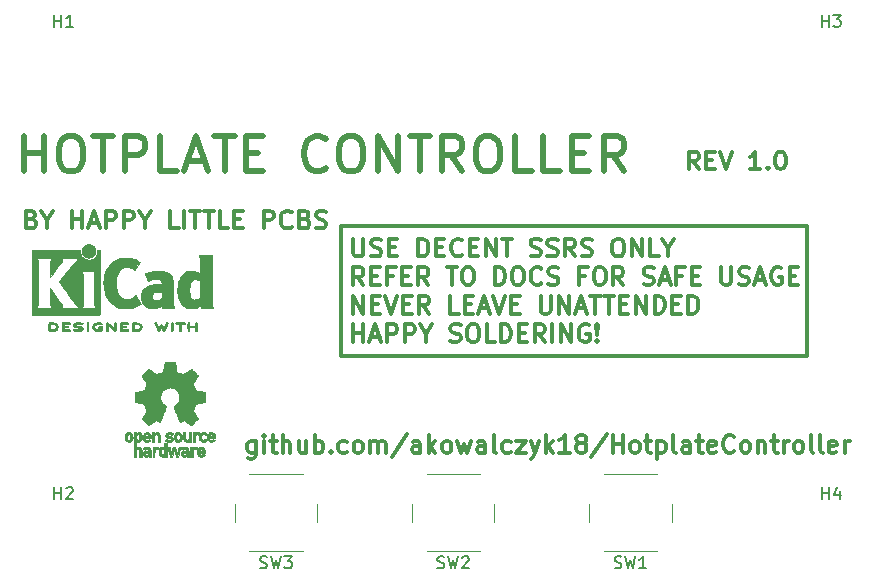
<source format=gbr>
%TF.GenerationSoftware,KiCad,Pcbnew,(6.0.5)*%
%TF.CreationDate,2022-09-22T22:10:40-04:00*%
%TF.ProjectId,HotplateController,486f7470-6c61-4746-9543-6f6e74726f6c,rev?*%
%TF.SameCoordinates,Original*%
%TF.FileFunction,Legend,Top*%
%TF.FilePolarity,Positive*%
%FSLAX46Y46*%
G04 Gerber Fmt 4.6, Leading zero omitted, Abs format (unit mm)*
G04 Created by KiCad (PCBNEW (6.0.5)) date 2022-09-22 22:10:40*
%MOMM*%
%LPD*%
G01*
G04 APERTURE LIST*
%ADD10C,0.300000*%
%ADD11C,0.500000*%
%ADD12C,0.150000*%
%ADD13C,0.010000*%
%ADD14C,0.120000*%
G04 APERTURE END LIST*
D10*
X79300000Y-94700000D02*
X118800000Y-94700000D01*
X118800000Y-94700000D02*
X118800000Y-105700000D01*
X118800000Y-105700000D02*
X79300000Y-105700000D01*
X79300000Y-105700000D02*
X79300000Y-94700000D01*
X72085714Y-112878571D02*
X72085714Y-114092857D01*
X72014285Y-114235714D01*
X71942857Y-114307142D01*
X71800000Y-114378571D01*
X71585714Y-114378571D01*
X71442857Y-114307142D01*
X72085714Y-113807142D02*
X71942857Y-113878571D01*
X71657142Y-113878571D01*
X71514285Y-113807142D01*
X71442857Y-113735714D01*
X71371428Y-113592857D01*
X71371428Y-113164285D01*
X71442857Y-113021428D01*
X71514285Y-112950000D01*
X71657142Y-112878571D01*
X71942857Y-112878571D01*
X72085714Y-112950000D01*
X72800000Y-113878571D02*
X72800000Y-112878571D01*
X72800000Y-112378571D02*
X72728571Y-112450000D01*
X72800000Y-112521428D01*
X72871428Y-112450000D01*
X72800000Y-112378571D01*
X72800000Y-112521428D01*
X73300000Y-112878571D02*
X73871428Y-112878571D01*
X73514285Y-112378571D02*
X73514285Y-113664285D01*
X73585714Y-113807142D01*
X73728571Y-113878571D01*
X73871428Y-113878571D01*
X74371428Y-113878571D02*
X74371428Y-112378571D01*
X75014285Y-113878571D02*
X75014285Y-113092857D01*
X74942857Y-112950000D01*
X74800000Y-112878571D01*
X74585714Y-112878571D01*
X74442857Y-112950000D01*
X74371428Y-113021428D01*
X76371428Y-112878571D02*
X76371428Y-113878571D01*
X75728571Y-112878571D02*
X75728571Y-113664285D01*
X75800000Y-113807142D01*
X75942857Y-113878571D01*
X76157142Y-113878571D01*
X76300000Y-113807142D01*
X76371428Y-113735714D01*
X77085714Y-113878571D02*
X77085714Y-112378571D01*
X77085714Y-112950000D02*
X77228571Y-112878571D01*
X77514285Y-112878571D01*
X77657142Y-112950000D01*
X77728571Y-113021428D01*
X77800000Y-113164285D01*
X77800000Y-113592857D01*
X77728571Y-113735714D01*
X77657142Y-113807142D01*
X77514285Y-113878571D01*
X77228571Y-113878571D01*
X77085714Y-113807142D01*
X78442857Y-113735714D02*
X78514285Y-113807142D01*
X78442857Y-113878571D01*
X78371428Y-113807142D01*
X78442857Y-113735714D01*
X78442857Y-113878571D01*
X79800000Y-113807142D02*
X79657142Y-113878571D01*
X79371428Y-113878571D01*
X79228571Y-113807142D01*
X79157142Y-113735714D01*
X79085714Y-113592857D01*
X79085714Y-113164285D01*
X79157142Y-113021428D01*
X79228571Y-112950000D01*
X79371428Y-112878571D01*
X79657142Y-112878571D01*
X79800000Y-112950000D01*
X80657142Y-113878571D02*
X80514285Y-113807142D01*
X80442857Y-113735714D01*
X80371428Y-113592857D01*
X80371428Y-113164285D01*
X80442857Y-113021428D01*
X80514285Y-112950000D01*
X80657142Y-112878571D01*
X80871428Y-112878571D01*
X81014285Y-112950000D01*
X81085714Y-113021428D01*
X81157142Y-113164285D01*
X81157142Y-113592857D01*
X81085714Y-113735714D01*
X81014285Y-113807142D01*
X80871428Y-113878571D01*
X80657142Y-113878571D01*
X81800000Y-113878571D02*
X81800000Y-112878571D01*
X81800000Y-113021428D02*
X81871428Y-112950000D01*
X82014285Y-112878571D01*
X82228571Y-112878571D01*
X82371428Y-112950000D01*
X82442857Y-113092857D01*
X82442857Y-113878571D01*
X82442857Y-113092857D02*
X82514285Y-112950000D01*
X82657142Y-112878571D01*
X82871428Y-112878571D01*
X83014285Y-112950000D01*
X83085714Y-113092857D01*
X83085714Y-113878571D01*
X84871428Y-112307142D02*
X83585714Y-114235714D01*
X86014285Y-113878571D02*
X86014285Y-113092857D01*
X85942857Y-112950000D01*
X85800000Y-112878571D01*
X85514285Y-112878571D01*
X85371428Y-112950000D01*
X86014285Y-113807142D02*
X85871428Y-113878571D01*
X85514285Y-113878571D01*
X85371428Y-113807142D01*
X85300000Y-113664285D01*
X85300000Y-113521428D01*
X85371428Y-113378571D01*
X85514285Y-113307142D01*
X85871428Y-113307142D01*
X86014285Y-113235714D01*
X86728571Y-113878571D02*
X86728571Y-112378571D01*
X86871428Y-113307142D02*
X87300000Y-113878571D01*
X87300000Y-112878571D02*
X86728571Y-113450000D01*
X88157142Y-113878571D02*
X88014285Y-113807142D01*
X87942857Y-113735714D01*
X87871428Y-113592857D01*
X87871428Y-113164285D01*
X87942857Y-113021428D01*
X88014285Y-112950000D01*
X88157142Y-112878571D01*
X88371428Y-112878571D01*
X88514285Y-112950000D01*
X88585714Y-113021428D01*
X88657142Y-113164285D01*
X88657142Y-113592857D01*
X88585714Y-113735714D01*
X88514285Y-113807142D01*
X88371428Y-113878571D01*
X88157142Y-113878571D01*
X89157142Y-112878571D02*
X89442857Y-113878571D01*
X89728571Y-113164285D01*
X90014285Y-113878571D01*
X90300000Y-112878571D01*
X91514285Y-113878571D02*
X91514285Y-113092857D01*
X91442857Y-112950000D01*
X91300000Y-112878571D01*
X91014285Y-112878571D01*
X90871428Y-112950000D01*
X91514285Y-113807142D02*
X91371428Y-113878571D01*
X91014285Y-113878571D01*
X90871428Y-113807142D01*
X90800000Y-113664285D01*
X90800000Y-113521428D01*
X90871428Y-113378571D01*
X91014285Y-113307142D01*
X91371428Y-113307142D01*
X91514285Y-113235714D01*
X92442857Y-113878571D02*
X92300000Y-113807142D01*
X92228571Y-113664285D01*
X92228571Y-112378571D01*
X93657142Y-113807142D02*
X93514285Y-113878571D01*
X93228571Y-113878571D01*
X93085714Y-113807142D01*
X93014285Y-113735714D01*
X92942857Y-113592857D01*
X92942857Y-113164285D01*
X93014285Y-113021428D01*
X93085714Y-112950000D01*
X93228571Y-112878571D01*
X93514285Y-112878571D01*
X93657142Y-112950000D01*
X94157142Y-112878571D02*
X94942857Y-112878571D01*
X94157142Y-113878571D01*
X94942857Y-113878571D01*
X95371428Y-112878571D02*
X95728571Y-113878571D01*
X96085714Y-112878571D02*
X95728571Y-113878571D01*
X95585714Y-114235714D01*
X95514285Y-114307142D01*
X95371428Y-114378571D01*
X96657142Y-113878571D02*
X96657142Y-112378571D01*
X96800000Y-113307142D02*
X97228571Y-113878571D01*
X97228571Y-112878571D02*
X96657142Y-113450000D01*
X98657142Y-113878571D02*
X97800000Y-113878571D01*
X98228571Y-113878571D02*
X98228571Y-112378571D01*
X98085714Y-112592857D01*
X97942857Y-112735714D01*
X97800000Y-112807142D01*
X99514285Y-113021428D02*
X99371428Y-112950000D01*
X99300000Y-112878571D01*
X99228571Y-112735714D01*
X99228571Y-112664285D01*
X99300000Y-112521428D01*
X99371428Y-112450000D01*
X99514285Y-112378571D01*
X99800000Y-112378571D01*
X99942857Y-112450000D01*
X100014285Y-112521428D01*
X100085714Y-112664285D01*
X100085714Y-112735714D01*
X100014285Y-112878571D01*
X99942857Y-112950000D01*
X99800000Y-113021428D01*
X99514285Y-113021428D01*
X99371428Y-113092857D01*
X99300000Y-113164285D01*
X99228571Y-113307142D01*
X99228571Y-113592857D01*
X99300000Y-113735714D01*
X99371428Y-113807142D01*
X99514285Y-113878571D01*
X99800000Y-113878571D01*
X99942857Y-113807142D01*
X100014285Y-113735714D01*
X100085714Y-113592857D01*
X100085714Y-113307142D01*
X100014285Y-113164285D01*
X99942857Y-113092857D01*
X99800000Y-113021428D01*
X101800000Y-112307142D02*
X100514285Y-114235714D01*
X102300000Y-113878571D02*
X102300000Y-112378571D01*
X102300000Y-113092857D02*
X103157142Y-113092857D01*
X103157142Y-113878571D02*
X103157142Y-112378571D01*
X104085714Y-113878571D02*
X103942857Y-113807142D01*
X103871428Y-113735714D01*
X103800000Y-113592857D01*
X103800000Y-113164285D01*
X103871428Y-113021428D01*
X103942857Y-112950000D01*
X104085714Y-112878571D01*
X104300000Y-112878571D01*
X104442857Y-112950000D01*
X104514285Y-113021428D01*
X104585714Y-113164285D01*
X104585714Y-113592857D01*
X104514285Y-113735714D01*
X104442857Y-113807142D01*
X104300000Y-113878571D01*
X104085714Y-113878571D01*
X105014285Y-112878571D02*
X105585714Y-112878571D01*
X105228571Y-112378571D02*
X105228571Y-113664285D01*
X105300000Y-113807142D01*
X105442857Y-113878571D01*
X105585714Y-113878571D01*
X106085714Y-112878571D02*
X106085714Y-114378571D01*
X106085714Y-112950000D02*
X106228571Y-112878571D01*
X106514285Y-112878571D01*
X106657142Y-112950000D01*
X106728571Y-113021428D01*
X106800000Y-113164285D01*
X106800000Y-113592857D01*
X106728571Y-113735714D01*
X106657142Y-113807142D01*
X106514285Y-113878571D01*
X106228571Y-113878571D01*
X106085714Y-113807142D01*
X107657142Y-113878571D02*
X107514285Y-113807142D01*
X107442857Y-113664285D01*
X107442857Y-112378571D01*
X108871428Y-113878571D02*
X108871428Y-113092857D01*
X108800000Y-112950000D01*
X108657142Y-112878571D01*
X108371428Y-112878571D01*
X108228571Y-112950000D01*
X108871428Y-113807142D02*
X108728571Y-113878571D01*
X108371428Y-113878571D01*
X108228571Y-113807142D01*
X108157142Y-113664285D01*
X108157142Y-113521428D01*
X108228571Y-113378571D01*
X108371428Y-113307142D01*
X108728571Y-113307142D01*
X108871428Y-113235714D01*
X109371428Y-112878571D02*
X109942857Y-112878571D01*
X109585714Y-112378571D02*
X109585714Y-113664285D01*
X109657142Y-113807142D01*
X109800000Y-113878571D01*
X109942857Y-113878571D01*
X111014285Y-113807142D02*
X110871428Y-113878571D01*
X110585714Y-113878571D01*
X110442857Y-113807142D01*
X110371428Y-113664285D01*
X110371428Y-113092857D01*
X110442857Y-112950000D01*
X110585714Y-112878571D01*
X110871428Y-112878571D01*
X111014285Y-112950000D01*
X111085714Y-113092857D01*
X111085714Y-113235714D01*
X110371428Y-113378571D01*
X112585714Y-113735714D02*
X112514285Y-113807142D01*
X112300000Y-113878571D01*
X112157142Y-113878571D01*
X111942857Y-113807142D01*
X111800000Y-113664285D01*
X111728571Y-113521428D01*
X111657142Y-113235714D01*
X111657142Y-113021428D01*
X111728571Y-112735714D01*
X111800000Y-112592857D01*
X111942857Y-112450000D01*
X112157142Y-112378571D01*
X112300000Y-112378571D01*
X112514285Y-112450000D01*
X112585714Y-112521428D01*
X113442857Y-113878571D02*
X113300000Y-113807142D01*
X113228571Y-113735714D01*
X113157142Y-113592857D01*
X113157142Y-113164285D01*
X113228571Y-113021428D01*
X113300000Y-112950000D01*
X113442857Y-112878571D01*
X113657142Y-112878571D01*
X113800000Y-112950000D01*
X113871428Y-113021428D01*
X113942857Y-113164285D01*
X113942857Y-113592857D01*
X113871428Y-113735714D01*
X113800000Y-113807142D01*
X113657142Y-113878571D01*
X113442857Y-113878571D01*
X114585714Y-112878571D02*
X114585714Y-113878571D01*
X114585714Y-113021428D02*
X114657142Y-112950000D01*
X114800000Y-112878571D01*
X115014285Y-112878571D01*
X115157142Y-112950000D01*
X115228571Y-113092857D01*
X115228571Y-113878571D01*
X115728571Y-112878571D02*
X116300000Y-112878571D01*
X115942857Y-112378571D02*
X115942857Y-113664285D01*
X116014285Y-113807142D01*
X116157142Y-113878571D01*
X116300000Y-113878571D01*
X116800000Y-113878571D02*
X116800000Y-112878571D01*
X116800000Y-113164285D02*
X116871428Y-113021428D01*
X116942857Y-112950000D01*
X117085714Y-112878571D01*
X117228571Y-112878571D01*
X117942857Y-113878571D02*
X117800000Y-113807142D01*
X117728571Y-113735714D01*
X117657142Y-113592857D01*
X117657142Y-113164285D01*
X117728571Y-113021428D01*
X117800000Y-112950000D01*
X117942857Y-112878571D01*
X118157142Y-112878571D01*
X118300000Y-112950000D01*
X118371428Y-113021428D01*
X118442857Y-113164285D01*
X118442857Y-113592857D01*
X118371428Y-113735714D01*
X118300000Y-113807142D01*
X118157142Y-113878571D01*
X117942857Y-113878571D01*
X119300000Y-113878571D02*
X119157142Y-113807142D01*
X119085714Y-113664285D01*
X119085714Y-112378571D01*
X120085714Y-113878571D02*
X119942857Y-113807142D01*
X119871428Y-113664285D01*
X119871428Y-112378571D01*
X121228571Y-113807142D02*
X121085714Y-113878571D01*
X120800000Y-113878571D01*
X120657142Y-113807142D01*
X120585714Y-113664285D01*
X120585714Y-113092857D01*
X120657142Y-112950000D01*
X120800000Y-112878571D01*
X121085714Y-112878571D01*
X121228571Y-112950000D01*
X121300000Y-113092857D01*
X121300000Y-113235714D01*
X120585714Y-113378571D01*
X121942857Y-113878571D02*
X121942857Y-112878571D01*
X121942857Y-113164285D02*
X122014285Y-113021428D01*
X122085714Y-112950000D01*
X122228571Y-112878571D01*
X122371428Y-112878571D01*
D11*
X52442857Y-90057142D02*
X52442857Y-87057142D01*
X52442857Y-88485714D02*
X54157142Y-88485714D01*
X54157142Y-90057142D02*
X54157142Y-87057142D01*
X56157142Y-87057142D02*
X56728571Y-87057142D01*
X57014285Y-87200000D01*
X57300000Y-87485714D01*
X57442857Y-88057142D01*
X57442857Y-89057142D01*
X57300000Y-89628571D01*
X57014285Y-89914285D01*
X56728571Y-90057142D01*
X56157142Y-90057142D01*
X55871428Y-89914285D01*
X55585714Y-89628571D01*
X55442857Y-89057142D01*
X55442857Y-88057142D01*
X55585714Y-87485714D01*
X55871428Y-87200000D01*
X56157142Y-87057142D01*
X58299999Y-87057142D02*
X60014285Y-87057142D01*
X59157142Y-90057142D02*
X59157142Y-87057142D01*
X61014285Y-90057142D02*
X61014285Y-87057142D01*
X62157142Y-87057142D01*
X62442857Y-87200000D01*
X62585714Y-87342857D01*
X62728571Y-87628571D01*
X62728571Y-88057142D01*
X62585714Y-88342857D01*
X62442857Y-88485714D01*
X62157142Y-88628571D01*
X61014285Y-88628571D01*
X65442857Y-90057142D02*
X64014285Y-90057142D01*
X64014285Y-87057142D01*
X66300000Y-89200000D02*
X67728571Y-89200000D01*
X66014285Y-90057142D02*
X67014285Y-87057142D01*
X68014285Y-90057142D01*
X68585714Y-87057142D02*
X70300000Y-87057142D01*
X69442857Y-90057142D02*
X69442857Y-87057142D01*
X71300000Y-88485714D02*
X72300000Y-88485714D01*
X72728571Y-90057142D02*
X71300000Y-90057142D01*
X71300000Y-87057142D01*
X72728571Y-87057142D01*
X78014285Y-89771428D02*
X77871428Y-89914285D01*
X77442857Y-90057142D01*
X77157142Y-90057142D01*
X76728571Y-89914285D01*
X76442857Y-89628571D01*
X76300000Y-89342857D01*
X76157142Y-88771428D01*
X76157142Y-88342857D01*
X76300000Y-87771428D01*
X76442857Y-87485714D01*
X76728571Y-87200000D01*
X77157142Y-87057142D01*
X77442857Y-87057142D01*
X77871428Y-87200000D01*
X78014285Y-87342857D01*
X79871428Y-87057142D02*
X80442857Y-87057142D01*
X80728571Y-87200000D01*
X81014285Y-87485714D01*
X81157142Y-88057142D01*
X81157142Y-89057142D01*
X81014285Y-89628571D01*
X80728571Y-89914285D01*
X80442857Y-90057142D01*
X79871428Y-90057142D01*
X79585714Y-89914285D01*
X79300000Y-89628571D01*
X79157142Y-89057142D01*
X79157142Y-88057142D01*
X79300000Y-87485714D01*
X79585714Y-87200000D01*
X79871428Y-87057142D01*
X82442857Y-90057142D02*
X82442857Y-87057142D01*
X84157142Y-90057142D01*
X84157142Y-87057142D01*
X85157142Y-87057142D02*
X86871428Y-87057142D01*
X86014285Y-90057142D02*
X86014285Y-87057142D01*
X89585714Y-90057142D02*
X88585714Y-88628571D01*
X87871428Y-90057142D02*
X87871428Y-87057142D01*
X89014285Y-87057142D01*
X89300000Y-87200000D01*
X89442857Y-87342857D01*
X89585714Y-87628571D01*
X89585714Y-88057142D01*
X89442857Y-88342857D01*
X89300000Y-88485714D01*
X89014285Y-88628571D01*
X87871428Y-88628571D01*
X91442857Y-87057142D02*
X92014285Y-87057142D01*
X92300000Y-87200000D01*
X92585714Y-87485714D01*
X92728571Y-88057142D01*
X92728571Y-89057142D01*
X92585714Y-89628571D01*
X92300000Y-89914285D01*
X92014285Y-90057142D01*
X91442857Y-90057142D01*
X91157142Y-89914285D01*
X90871428Y-89628571D01*
X90728571Y-89057142D01*
X90728571Y-88057142D01*
X90871428Y-87485714D01*
X91157142Y-87200000D01*
X91442857Y-87057142D01*
X95442857Y-90057142D02*
X94014285Y-90057142D01*
X94014285Y-87057142D01*
X97871428Y-90057142D02*
X96442857Y-90057142D01*
X96442857Y-87057142D01*
X98871428Y-88485714D02*
X99871428Y-88485714D01*
X100299999Y-90057142D02*
X98871428Y-90057142D01*
X98871428Y-87057142D01*
X100299999Y-87057142D01*
X103299999Y-90057142D02*
X102299999Y-88628571D01*
X101585714Y-90057142D02*
X101585714Y-87057142D01*
X102728571Y-87057142D01*
X103014285Y-87200000D01*
X103157142Y-87342857D01*
X103299999Y-87628571D01*
X103299999Y-88057142D01*
X103157142Y-88342857D01*
X103014285Y-88485714D01*
X102728571Y-88628571D01*
X101585714Y-88628571D01*
D10*
X53121428Y-94092857D02*
X53335714Y-94164285D01*
X53407142Y-94235714D01*
X53478571Y-94378571D01*
X53478571Y-94592857D01*
X53407142Y-94735714D01*
X53335714Y-94807142D01*
X53192857Y-94878571D01*
X52621428Y-94878571D01*
X52621428Y-93378571D01*
X53121428Y-93378571D01*
X53264285Y-93450000D01*
X53335714Y-93521428D01*
X53407142Y-93664285D01*
X53407142Y-93807142D01*
X53335714Y-93950000D01*
X53264285Y-94021428D01*
X53121428Y-94092857D01*
X52621428Y-94092857D01*
X54407142Y-94164285D02*
X54407142Y-94878571D01*
X53907142Y-93378571D02*
X54407142Y-94164285D01*
X54907142Y-93378571D01*
X56550000Y-94878571D02*
X56550000Y-93378571D01*
X56550000Y-94092857D02*
X57407142Y-94092857D01*
X57407142Y-94878571D02*
X57407142Y-93378571D01*
X58050000Y-94450000D02*
X58764285Y-94450000D01*
X57907142Y-94878571D02*
X58407142Y-93378571D01*
X58907142Y-94878571D01*
X59407142Y-94878571D02*
X59407142Y-93378571D01*
X59978571Y-93378571D01*
X60121428Y-93450000D01*
X60192857Y-93521428D01*
X60264285Y-93664285D01*
X60264285Y-93878571D01*
X60192857Y-94021428D01*
X60121428Y-94092857D01*
X59978571Y-94164285D01*
X59407142Y-94164285D01*
X60907142Y-94878571D02*
X60907142Y-93378571D01*
X61478571Y-93378571D01*
X61621428Y-93450000D01*
X61692857Y-93521428D01*
X61764285Y-93664285D01*
X61764285Y-93878571D01*
X61692857Y-94021428D01*
X61621428Y-94092857D01*
X61478571Y-94164285D01*
X60907142Y-94164285D01*
X62692857Y-94164285D02*
X62692857Y-94878571D01*
X62192857Y-93378571D02*
X62692857Y-94164285D01*
X63192857Y-93378571D01*
X65550000Y-94878571D02*
X64835714Y-94878571D01*
X64835714Y-93378571D01*
X66050000Y-94878571D02*
X66050000Y-93378571D01*
X66550000Y-93378571D02*
X67407142Y-93378571D01*
X66978571Y-94878571D02*
X66978571Y-93378571D01*
X67692857Y-93378571D02*
X68550000Y-93378571D01*
X68121428Y-94878571D02*
X68121428Y-93378571D01*
X69764285Y-94878571D02*
X69050000Y-94878571D01*
X69050000Y-93378571D01*
X70264285Y-94092857D02*
X70764285Y-94092857D01*
X70978571Y-94878571D02*
X70264285Y-94878571D01*
X70264285Y-93378571D01*
X70978571Y-93378571D01*
X72764285Y-94878571D02*
X72764285Y-93378571D01*
X73335714Y-93378571D01*
X73478571Y-93450000D01*
X73550000Y-93521428D01*
X73621428Y-93664285D01*
X73621428Y-93878571D01*
X73550000Y-94021428D01*
X73478571Y-94092857D01*
X73335714Y-94164285D01*
X72764285Y-94164285D01*
X75121428Y-94735714D02*
X75050000Y-94807142D01*
X74835714Y-94878571D01*
X74692857Y-94878571D01*
X74478571Y-94807142D01*
X74335714Y-94664285D01*
X74264285Y-94521428D01*
X74192857Y-94235714D01*
X74192857Y-94021428D01*
X74264285Y-93735714D01*
X74335714Y-93592857D01*
X74478571Y-93450000D01*
X74692857Y-93378571D01*
X74835714Y-93378571D01*
X75050000Y-93450000D01*
X75121428Y-93521428D01*
X76264285Y-94092857D02*
X76478571Y-94164285D01*
X76550000Y-94235714D01*
X76621428Y-94378571D01*
X76621428Y-94592857D01*
X76550000Y-94735714D01*
X76478571Y-94807142D01*
X76335714Y-94878571D01*
X75764285Y-94878571D01*
X75764285Y-93378571D01*
X76264285Y-93378571D01*
X76407142Y-93450000D01*
X76478571Y-93521428D01*
X76550000Y-93664285D01*
X76550000Y-93807142D01*
X76478571Y-93950000D01*
X76407142Y-94021428D01*
X76264285Y-94092857D01*
X75764285Y-94092857D01*
X77192857Y-94807142D02*
X77407142Y-94878571D01*
X77764285Y-94878571D01*
X77907142Y-94807142D01*
X77978571Y-94735714D01*
X78050000Y-94592857D01*
X78050000Y-94450000D01*
X77978571Y-94307142D01*
X77907142Y-94235714D01*
X77764285Y-94164285D01*
X77478571Y-94092857D01*
X77335714Y-94021428D01*
X77264285Y-93950000D01*
X77192857Y-93807142D01*
X77192857Y-93664285D01*
X77264285Y-93521428D01*
X77335714Y-93450000D01*
X77478571Y-93378571D01*
X77835714Y-93378571D01*
X78050000Y-93450000D01*
X109585714Y-89878571D02*
X109085714Y-89164285D01*
X108728571Y-89878571D02*
X108728571Y-88378571D01*
X109300000Y-88378571D01*
X109442857Y-88450000D01*
X109514285Y-88521428D01*
X109585714Y-88664285D01*
X109585714Y-88878571D01*
X109514285Y-89021428D01*
X109442857Y-89092857D01*
X109300000Y-89164285D01*
X108728571Y-89164285D01*
X110228571Y-89092857D02*
X110728571Y-89092857D01*
X110942857Y-89878571D02*
X110228571Y-89878571D01*
X110228571Y-88378571D01*
X110942857Y-88378571D01*
X111371428Y-88378571D02*
X111871428Y-89878571D01*
X112371428Y-88378571D01*
X114800000Y-89878571D02*
X113942857Y-89878571D01*
X114371428Y-89878571D02*
X114371428Y-88378571D01*
X114228571Y-88592857D01*
X114085714Y-88735714D01*
X113942857Y-88807142D01*
X115442857Y-89735714D02*
X115514285Y-89807142D01*
X115442857Y-89878571D01*
X115371428Y-89807142D01*
X115442857Y-89735714D01*
X115442857Y-89878571D01*
X116442857Y-88378571D02*
X116585714Y-88378571D01*
X116728571Y-88450000D01*
X116800000Y-88521428D01*
X116871428Y-88664285D01*
X116942857Y-88950000D01*
X116942857Y-89307142D01*
X116871428Y-89592857D01*
X116800000Y-89735714D01*
X116728571Y-89807142D01*
X116585714Y-89878571D01*
X116442857Y-89878571D01*
X116300000Y-89807142D01*
X116228571Y-89735714D01*
X116157142Y-89592857D01*
X116085714Y-89307142D01*
X116085714Y-88950000D01*
X116157142Y-88664285D01*
X116228571Y-88521428D01*
X116300000Y-88450000D01*
X116442857Y-88378571D01*
X80352142Y-95756071D02*
X80352142Y-96970357D01*
X80423571Y-97113214D01*
X80495000Y-97184642D01*
X80637857Y-97256071D01*
X80923571Y-97256071D01*
X81066428Y-97184642D01*
X81137857Y-97113214D01*
X81209285Y-96970357D01*
X81209285Y-95756071D01*
X81852142Y-97184642D02*
X82066428Y-97256071D01*
X82423571Y-97256071D01*
X82566428Y-97184642D01*
X82637857Y-97113214D01*
X82709285Y-96970357D01*
X82709285Y-96827500D01*
X82637857Y-96684642D01*
X82566428Y-96613214D01*
X82423571Y-96541785D01*
X82137857Y-96470357D01*
X81995000Y-96398928D01*
X81923571Y-96327500D01*
X81852142Y-96184642D01*
X81852142Y-96041785D01*
X81923571Y-95898928D01*
X81995000Y-95827500D01*
X82137857Y-95756071D01*
X82495000Y-95756071D01*
X82709285Y-95827500D01*
X83352142Y-96470357D02*
X83852142Y-96470357D01*
X84066428Y-97256071D02*
X83352142Y-97256071D01*
X83352142Y-95756071D01*
X84066428Y-95756071D01*
X85852142Y-97256071D02*
X85852142Y-95756071D01*
X86209285Y-95756071D01*
X86423571Y-95827500D01*
X86566428Y-95970357D01*
X86637857Y-96113214D01*
X86709285Y-96398928D01*
X86709285Y-96613214D01*
X86637857Y-96898928D01*
X86566428Y-97041785D01*
X86423571Y-97184642D01*
X86209285Y-97256071D01*
X85852142Y-97256071D01*
X87352142Y-96470357D02*
X87852142Y-96470357D01*
X88066428Y-97256071D02*
X87352142Y-97256071D01*
X87352142Y-95756071D01*
X88066428Y-95756071D01*
X89566428Y-97113214D02*
X89495000Y-97184642D01*
X89280714Y-97256071D01*
X89137857Y-97256071D01*
X88923571Y-97184642D01*
X88780714Y-97041785D01*
X88709285Y-96898928D01*
X88637857Y-96613214D01*
X88637857Y-96398928D01*
X88709285Y-96113214D01*
X88780714Y-95970357D01*
X88923571Y-95827500D01*
X89137857Y-95756071D01*
X89280714Y-95756071D01*
X89495000Y-95827500D01*
X89566428Y-95898928D01*
X90209285Y-96470357D02*
X90709285Y-96470357D01*
X90923571Y-97256071D02*
X90209285Y-97256071D01*
X90209285Y-95756071D01*
X90923571Y-95756071D01*
X91566428Y-97256071D02*
X91566428Y-95756071D01*
X92423571Y-97256071D01*
X92423571Y-95756071D01*
X92923571Y-95756071D02*
X93780714Y-95756071D01*
X93352142Y-97256071D02*
X93352142Y-95756071D01*
X95352142Y-97184642D02*
X95566428Y-97256071D01*
X95923571Y-97256071D01*
X96066428Y-97184642D01*
X96137857Y-97113214D01*
X96209285Y-96970357D01*
X96209285Y-96827500D01*
X96137857Y-96684642D01*
X96066428Y-96613214D01*
X95923571Y-96541785D01*
X95637857Y-96470357D01*
X95495000Y-96398928D01*
X95423571Y-96327500D01*
X95352142Y-96184642D01*
X95352142Y-96041785D01*
X95423571Y-95898928D01*
X95495000Y-95827500D01*
X95637857Y-95756071D01*
X95995000Y-95756071D01*
X96209285Y-95827500D01*
X96780714Y-97184642D02*
X96995000Y-97256071D01*
X97352142Y-97256071D01*
X97495000Y-97184642D01*
X97566428Y-97113214D01*
X97637857Y-96970357D01*
X97637857Y-96827500D01*
X97566428Y-96684642D01*
X97495000Y-96613214D01*
X97352142Y-96541785D01*
X97066428Y-96470357D01*
X96923571Y-96398928D01*
X96852142Y-96327500D01*
X96780714Y-96184642D01*
X96780714Y-96041785D01*
X96852142Y-95898928D01*
X96923571Y-95827500D01*
X97066428Y-95756071D01*
X97423571Y-95756071D01*
X97637857Y-95827500D01*
X99137857Y-97256071D02*
X98637857Y-96541785D01*
X98280714Y-97256071D02*
X98280714Y-95756071D01*
X98852142Y-95756071D01*
X98995000Y-95827500D01*
X99066428Y-95898928D01*
X99137857Y-96041785D01*
X99137857Y-96256071D01*
X99066428Y-96398928D01*
X98995000Y-96470357D01*
X98852142Y-96541785D01*
X98280714Y-96541785D01*
X99709285Y-97184642D02*
X99923571Y-97256071D01*
X100280714Y-97256071D01*
X100423571Y-97184642D01*
X100495000Y-97113214D01*
X100566428Y-96970357D01*
X100566428Y-96827500D01*
X100495000Y-96684642D01*
X100423571Y-96613214D01*
X100280714Y-96541785D01*
X99995000Y-96470357D01*
X99852142Y-96398928D01*
X99780714Y-96327500D01*
X99709285Y-96184642D01*
X99709285Y-96041785D01*
X99780714Y-95898928D01*
X99852142Y-95827500D01*
X99995000Y-95756071D01*
X100352142Y-95756071D01*
X100566428Y-95827500D01*
X102637857Y-95756071D02*
X102923571Y-95756071D01*
X103066428Y-95827500D01*
X103209285Y-95970357D01*
X103280714Y-96256071D01*
X103280714Y-96756071D01*
X103209285Y-97041785D01*
X103066428Y-97184642D01*
X102923571Y-97256071D01*
X102637857Y-97256071D01*
X102495000Y-97184642D01*
X102352142Y-97041785D01*
X102280714Y-96756071D01*
X102280714Y-96256071D01*
X102352142Y-95970357D01*
X102495000Y-95827500D01*
X102637857Y-95756071D01*
X103923571Y-97256071D02*
X103923571Y-95756071D01*
X104780714Y-97256071D01*
X104780714Y-95756071D01*
X106209285Y-97256071D02*
X105495000Y-97256071D01*
X105495000Y-95756071D01*
X106995000Y-96541785D02*
X106995000Y-97256071D01*
X106495000Y-95756071D02*
X106995000Y-96541785D01*
X107495000Y-95756071D01*
X81209285Y-99671071D02*
X80709285Y-98956785D01*
X80352142Y-99671071D02*
X80352142Y-98171071D01*
X80923571Y-98171071D01*
X81066428Y-98242500D01*
X81137857Y-98313928D01*
X81209285Y-98456785D01*
X81209285Y-98671071D01*
X81137857Y-98813928D01*
X81066428Y-98885357D01*
X80923571Y-98956785D01*
X80352142Y-98956785D01*
X81852142Y-98885357D02*
X82352142Y-98885357D01*
X82566428Y-99671071D02*
X81852142Y-99671071D01*
X81852142Y-98171071D01*
X82566428Y-98171071D01*
X83709285Y-98885357D02*
X83209285Y-98885357D01*
X83209285Y-99671071D02*
X83209285Y-98171071D01*
X83923571Y-98171071D01*
X84495000Y-98885357D02*
X84995000Y-98885357D01*
X85209285Y-99671071D02*
X84495000Y-99671071D01*
X84495000Y-98171071D01*
X85209285Y-98171071D01*
X86709285Y-99671071D02*
X86209285Y-98956785D01*
X85852142Y-99671071D02*
X85852142Y-98171071D01*
X86423571Y-98171071D01*
X86566428Y-98242500D01*
X86637857Y-98313928D01*
X86709285Y-98456785D01*
X86709285Y-98671071D01*
X86637857Y-98813928D01*
X86566428Y-98885357D01*
X86423571Y-98956785D01*
X85852142Y-98956785D01*
X88280714Y-98171071D02*
X89137857Y-98171071D01*
X88709285Y-99671071D02*
X88709285Y-98171071D01*
X89923571Y-98171071D02*
X90209285Y-98171071D01*
X90352142Y-98242500D01*
X90495000Y-98385357D01*
X90566428Y-98671071D01*
X90566428Y-99171071D01*
X90495000Y-99456785D01*
X90352142Y-99599642D01*
X90209285Y-99671071D01*
X89923571Y-99671071D01*
X89780714Y-99599642D01*
X89637857Y-99456785D01*
X89566428Y-99171071D01*
X89566428Y-98671071D01*
X89637857Y-98385357D01*
X89780714Y-98242500D01*
X89923571Y-98171071D01*
X92352142Y-99671071D02*
X92352142Y-98171071D01*
X92709285Y-98171071D01*
X92923571Y-98242500D01*
X93066428Y-98385357D01*
X93137857Y-98528214D01*
X93209285Y-98813928D01*
X93209285Y-99028214D01*
X93137857Y-99313928D01*
X93066428Y-99456785D01*
X92923571Y-99599642D01*
X92709285Y-99671071D01*
X92352142Y-99671071D01*
X94137857Y-98171071D02*
X94423571Y-98171071D01*
X94566428Y-98242500D01*
X94709285Y-98385357D01*
X94780714Y-98671071D01*
X94780714Y-99171071D01*
X94709285Y-99456785D01*
X94566428Y-99599642D01*
X94423571Y-99671071D01*
X94137857Y-99671071D01*
X93995000Y-99599642D01*
X93852142Y-99456785D01*
X93780714Y-99171071D01*
X93780714Y-98671071D01*
X93852142Y-98385357D01*
X93995000Y-98242500D01*
X94137857Y-98171071D01*
X96280714Y-99528214D02*
X96209285Y-99599642D01*
X95995000Y-99671071D01*
X95852142Y-99671071D01*
X95637857Y-99599642D01*
X95495000Y-99456785D01*
X95423571Y-99313928D01*
X95352142Y-99028214D01*
X95352142Y-98813928D01*
X95423571Y-98528214D01*
X95495000Y-98385357D01*
X95637857Y-98242500D01*
X95852142Y-98171071D01*
X95995000Y-98171071D01*
X96209285Y-98242500D01*
X96280714Y-98313928D01*
X96852142Y-99599642D02*
X97066428Y-99671071D01*
X97423571Y-99671071D01*
X97566428Y-99599642D01*
X97637857Y-99528214D01*
X97709285Y-99385357D01*
X97709285Y-99242500D01*
X97637857Y-99099642D01*
X97566428Y-99028214D01*
X97423571Y-98956785D01*
X97137857Y-98885357D01*
X96995000Y-98813928D01*
X96923571Y-98742500D01*
X96852142Y-98599642D01*
X96852142Y-98456785D01*
X96923571Y-98313928D01*
X96995000Y-98242500D01*
X97137857Y-98171071D01*
X97495000Y-98171071D01*
X97709285Y-98242500D01*
X99995000Y-98885357D02*
X99495000Y-98885357D01*
X99495000Y-99671071D02*
X99495000Y-98171071D01*
X100209285Y-98171071D01*
X101066428Y-98171071D02*
X101352142Y-98171071D01*
X101495000Y-98242500D01*
X101637857Y-98385357D01*
X101709285Y-98671071D01*
X101709285Y-99171071D01*
X101637857Y-99456785D01*
X101495000Y-99599642D01*
X101352142Y-99671071D01*
X101066428Y-99671071D01*
X100923571Y-99599642D01*
X100780714Y-99456785D01*
X100709285Y-99171071D01*
X100709285Y-98671071D01*
X100780714Y-98385357D01*
X100923571Y-98242500D01*
X101066428Y-98171071D01*
X103209285Y-99671071D02*
X102709285Y-98956785D01*
X102352142Y-99671071D02*
X102352142Y-98171071D01*
X102923571Y-98171071D01*
X103066428Y-98242500D01*
X103137857Y-98313928D01*
X103209285Y-98456785D01*
X103209285Y-98671071D01*
X103137857Y-98813928D01*
X103066428Y-98885357D01*
X102923571Y-98956785D01*
X102352142Y-98956785D01*
X104923571Y-99599642D02*
X105137857Y-99671071D01*
X105495000Y-99671071D01*
X105637857Y-99599642D01*
X105709285Y-99528214D01*
X105780714Y-99385357D01*
X105780714Y-99242500D01*
X105709285Y-99099642D01*
X105637857Y-99028214D01*
X105495000Y-98956785D01*
X105209285Y-98885357D01*
X105066428Y-98813928D01*
X104995000Y-98742500D01*
X104923571Y-98599642D01*
X104923571Y-98456785D01*
X104995000Y-98313928D01*
X105066428Y-98242500D01*
X105209285Y-98171071D01*
X105566428Y-98171071D01*
X105780714Y-98242500D01*
X106352142Y-99242500D02*
X107066428Y-99242500D01*
X106209285Y-99671071D02*
X106709285Y-98171071D01*
X107209285Y-99671071D01*
X108209285Y-98885357D02*
X107709285Y-98885357D01*
X107709285Y-99671071D02*
X107709285Y-98171071D01*
X108423571Y-98171071D01*
X108995000Y-98885357D02*
X109495000Y-98885357D01*
X109709285Y-99671071D02*
X108995000Y-99671071D01*
X108995000Y-98171071D01*
X109709285Y-98171071D01*
X111495000Y-98171071D02*
X111495000Y-99385357D01*
X111566428Y-99528214D01*
X111637857Y-99599642D01*
X111780714Y-99671071D01*
X112066428Y-99671071D01*
X112209285Y-99599642D01*
X112280714Y-99528214D01*
X112352142Y-99385357D01*
X112352142Y-98171071D01*
X112995000Y-99599642D02*
X113209285Y-99671071D01*
X113566428Y-99671071D01*
X113709285Y-99599642D01*
X113780714Y-99528214D01*
X113852142Y-99385357D01*
X113852142Y-99242500D01*
X113780714Y-99099642D01*
X113709285Y-99028214D01*
X113566428Y-98956785D01*
X113280714Y-98885357D01*
X113137857Y-98813928D01*
X113066428Y-98742500D01*
X112995000Y-98599642D01*
X112995000Y-98456785D01*
X113066428Y-98313928D01*
X113137857Y-98242500D01*
X113280714Y-98171071D01*
X113637857Y-98171071D01*
X113852142Y-98242500D01*
X114423571Y-99242500D02*
X115137857Y-99242500D01*
X114280714Y-99671071D02*
X114780714Y-98171071D01*
X115280714Y-99671071D01*
X116566428Y-98242500D02*
X116423571Y-98171071D01*
X116209285Y-98171071D01*
X115995000Y-98242500D01*
X115852142Y-98385357D01*
X115780714Y-98528214D01*
X115709285Y-98813928D01*
X115709285Y-99028214D01*
X115780714Y-99313928D01*
X115852142Y-99456785D01*
X115995000Y-99599642D01*
X116209285Y-99671071D01*
X116352142Y-99671071D01*
X116566428Y-99599642D01*
X116637857Y-99528214D01*
X116637857Y-99028214D01*
X116352142Y-99028214D01*
X117280714Y-98885357D02*
X117780714Y-98885357D01*
X117995000Y-99671071D02*
X117280714Y-99671071D01*
X117280714Y-98171071D01*
X117995000Y-98171071D01*
X80352142Y-102086071D02*
X80352142Y-100586071D01*
X81209285Y-102086071D01*
X81209285Y-100586071D01*
X81923571Y-101300357D02*
X82423571Y-101300357D01*
X82637857Y-102086071D02*
X81923571Y-102086071D01*
X81923571Y-100586071D01*
X82637857Y-100586071D01*
X83066428Y-100586071D02*
X83566428Y-102086071D01*
X84066428Y-100586071D01*
X84566428Y-101300357D02*
X85066428Y-101300357D01*
X85280714Y-102086071D02*
X84566428Y-102086071D01*
X84566428Y-100586071D01*
X85280714Y-100586071D01*
X86780714Y-102086071D02*
X86280714Y-101371785D01*
X85923571Y-102086071D02*
X85923571Y-100586071D01*
X86495000Y-100586071D01*
X86637857Y-100657500D01*
X86709285Y-100728928D01*
X86780714Y-100871785D01*
X86780714Y-101086071D01*
X86709285Y-101228928D01*
X86637857Y-101300357D01*
X86495000Y-101371785D01*
X85923571Y-101371785D01*
X89280714Y-102086071D02*
X88566428Y-102086071D01*
X88566428Y-100586071D01*
X89780714Y-101300357D02*
X90280714Y-101300357D01*
X90495000Y-102086071D02*
X89780714Y-102086071D01*
X89780714Y-100586071D01*
X90495000Y-100586071D01*
X91066428Y-101657500D02*
X91780714Y-101657500D01*
X90923571Y-102086071D02*
X91423571Y-100586071D01*
X91923571Y-102086071D01*
X92209285Y-100586071D02*
X92709285Y-102086071D01*
X93209285Y-100586071D01*
X93709285Y-101300357D02*
X94209285Y-101300357D01*
X94423571Y-102086071D02*
X93709285Y-102086071D01*
X93709285Y-100586071D01*
X94423571Y-100586071D01*
X96209285Y-100586071D02*
X96209285Y-101800357D01*
X96280714Y-101943214D01*
X96352142Y-102014642D01*
X96495000Y-102086071D01*
X96780714Y-102086071D01*
X96923571Y-102014642D01*
X96995000Y-101943214D01*
X97066428Y-101800357D01*
X97066428Y-100586071D01*
X97780714Y-102086071D02*
X97780714Y-100586071D01*
X98637857Y-102086071D01*
X98637857Y-100586071D01*
X99280714Y-101657500D02*
X99995000Y-101657500D01*
X99137857Y-102086071D02*
X99637857Y-100586071D01*
X100137857Y-102086071D01*
X100423571Y-100586071D02*
X101280714Y-100586071D01*
X100852142Y-102086071D02*
X100852142Y-100586071D01*
X101566428Y-100586071D02*
X102423571Y-100586071D01*
X101995000Y-102086071D02*
X101995000Y-100586071D01*
X102923571Y-101300357D02*
X103423571Y-101300357D01*
X103637857Y-102086071D02*
X102923571Y-102086071D01*
X102923571Y-100586071D01*
X103637857Y-100586071D01*
X104280714Y-102086071D02*
X104280714Y-100586071D01*
X105137857Y-102086071D01*
X105137857Y-100586071D01*
X105852142Y-102086071D02*
X105852142Y-100586071D01*
X106209285Y-100586071D01*
X106423571Y-100657500D01*
X106566428Y-100800357D01*
X106637857Y-100943214D01*
X106709285Y-101228928D01*
X106709285Y-101443214D01*
X106637857Y-101728928D01*
X106566428Y-101871785D01*
X106423571Y-102014642D01*
X106209285Y-102086071D01*
X105852142Y-102086071D01*
X107352142Y-101300357D02*
X107852142Y-101300357D01*
X108066428Y-102086071D02*
X107352142Y-102086071D01*
X107352142Y-100586071D01*
X108066428Y-100586071D01*
X108709285Y-102086071D02*
X108709285Y-100586071D01*
X109066428Y-100586071D01*
X109280714Y-100657500D01*
X109423571Y-100800357D01*
X109495000Y-100943214D01*
X109566428Y-101228928D01*
X109566428Y-101443214D01*
X109495000Y-101728928D01*
X109423571Y-101871785D01*
X109280714Y-102014642D01*
X109066428Y-102086071D01*
X108709285Y-102086071D01*
X80352142Y-104501071D02*
X80352142Y-103001071D01*
X80352142Y-103715357D02*
X81209285Y-103715357D01*
X81209285Y-104501071D02*
X81209285Y-103001071D01*
X81852142Y-104072500D02*
X82566428Y-104072500D01*
X81709285Y-104501071D02*
X82209285Y-103001071D01*
X82709285Y-104501071D01*
X83209285Y-104501071D02*
X83209285Y-103001071D01*
X83780714Y-103001071D01*
X83923571Y-103072500D01*
X83995000Y-103143928D01*
X84066428Y-103286785D01*
X84066428Y-103501071D01*
X83995000Y-103643928D01*
X83923571Y-103715357D01*
X83780714Y-103786785D01*
X83209285Y-103786785D01*
X84709285Y-104501071D02*
X84709285Y-103001071D01*
X85280714Y-103001071D01*
X85423571Y-103072500D01*
X85495000Y-103143928D01*
X85566428Y-103286785D01*
X85566428Y-103501071D01*
X85495000Y-103643928D01*
X85423571Y-103715357D01*
X85280714Y-103786785D01*
X84709285Y-103786785D01*
X86495000Y-103786785D02*
X86495000Y-104501071D01*
X85995000Y-103001071D02*
X86495000Y-103786785D01*
X86995000Y-103001071D01*
X88566428Y-104429642D02*
X88780714Y-104501071D01*
X89137857Y-104501071D01*
X89280714Y-104429642D01*
X89352142Y-104358214D01*
X89423571Y-104215357D01*
X89423571Y-104072500D01*
X89352142Y-103929642D01*
X89280714Y-103858214D01*
X89137857Y-103786785D01*
X88852142Y-103715357D01*
X88709285Y-103643928D01*
X88637857Y-103572500D01*
X88566428Y-103429642D01*
X88566428Y-103286785D01*
X88637857Y-103143928D01*
X88709285Y-103072500D01*
X88852142Y-103001071D01*
X89209285Y-103001071D01*
X89423571Y-103072500D01*
X90352142Y-103001071D02*
X90637857Y-103001071D01*
X90780714Y-103072500D01*
X90923571Y-103215357D01*
X90995000Y-103501071D01*
X90995000Y-104001071D01*
X90923571Y-104286785D01*
X90780714Y-104429642D01*
X90637857Y-104501071D01*
X90352142Y-104501071D01*
X90209285Y-104429642D01*
X90066428Y-104286785D01*
X89995000Y-104001071D01*
X89995000Y-103501071D01*
X90066428Y-103215357D01*
X90209285Y-103072500D01*
X90352142Y-103001071D01*
X92352142Y-104501071D02*
X91637857Y-104501071D01*
X91637857Y-103001071D01*
X92852142Y-104501071D02*
X92852142Y-103001071D01*
X93209285Y-103001071D01*
X93423571Y-103072500D01*
X93566428Y-103215357D01*
X93637857Y-103358214D01*
X93709285Y-103643928D01*
X93709285Y-103858214D01*
X93637857Y-104143928D01*
X93566428Y-104286785D01*
X93423571Y-104429642D01*
X93209285Y-104501071D01*
X92852142Y-104501071D01*
X94352142Y-103715357D02*
X94852142Y-103715357D01*
X95066428Y-104501071D02*
X94352142Y-104501071D01*
X94352142Y-103001071D01*
X95066428Y-103001071D01*
X96566428Y-104501071D02*
X96066428Y-103786785D01*
X95709285Y-104501071D02*
X95709285Y-103001071D01*
X96280714Y-103001071D01*
X96423571Y-103072500D01*
X96495000Y-103143928D01*
X96566428Y-103286785D01*
X96566428Y-103501071D01*
X96495000Y-103643928D01*
X96423571Y-103715357D01*
X96280714Y-103786785D01*
X95709285Y-103786785D01*
X97209285Y-104501071D02*
X97209285Y-103001071D01*
X97923571Y-104501071D02*
X97923571Y-103001071D01*
X98780714Y-104501071D01*
X98780714Y-103001071D01*
X100280714Y-103072500D02*
X100137857Y-103001071D01*
X99923571Y-103001071D01*
X99709285Y-103072500D01*
X99566428Y-103215357D01*
X99495000Y-103358214D01*
X99423571Y-103643928D01*
X99423571Y-103858214D01*
X99495000Y-104143928D01*
X99566428Y-104286785D01*
X99709285Y-104429642D01*
X99923571Y-104501071D01*
X100066428Y-104501071D01*
X100280714Y-104429642D01*
X100352142Y-104358214D01*
X100352142Y-103858214D01*
X100066428Y-103858214D01*
X100995000Y-104358214D02*
X101066428Y-104429642D01*
X100995000Y-104501071D01*
X100923571Y-104429642D01*
X100995000Y-104358214D01*
X100995000Y-104501071D01*
X100995000Y-103929642D02*
X100923571Y-103072500D01*
X100995000Y-103001071D01*
X101066428Y-103072500D01*
X100995000Y-103929642D01*
X100995000Y-103001071D01*
D12*
%TO.C,H2*%
X55038095Y-117802380D02*
X55038095Y-116802380D01*
X55038095Y-117278571D02*
X55609523Y-117278571D01*
X55609523Y-117802380D02*
X55609523Y-116802380D01*
X56038095Y-116897619D02*
X56085714Y-116850000D01*
X56180952Y-116802380D01*
X56419047Y-116802380D01*
X56514285Y-116850000D01*
X56561904Y-116897619D01*
X56609523Y-116992857D01*
X56609523Y-117088095D01*
X56561904Y-117230952D01*
X55990476Y-117802380D01*
X56609523Y-117802380D01*
%TO.C,H3*%
X120038095Y-77802380D02*
X120038095Y-76802380D01*
X120038095Y-77278571D02*
X120609523Y-77278571D01*
X120609523Y-77802380D02*
X120609523Y-76802380D01*
X120990476Y-76802380D02*
X121609523Y-76802380D01*
X121276190Y-77183333D01*
X121419047Y-77183333D01*
X121514285Y-77230952D01*
X121561904Y-77278571D01*
X121609523Y-77373809D01*
X121609523Y-77611904D01*
X121561904Y-77707142D01*
X121514285Y-77754761D01*
X121419047Y-77802380D01*
X121133333Y-77802380D01*
X121038095Y-77754761D01*
X120990476Y-77707142D01*
%TO.C,H1*%
X55038095Y-77802380D02*
X55038095Y-76802380D01*
X55038095Y-77278571D02*
X55609523Y-77278571D01*
X55609523Y-77802380D02*
X55609523Y-76802380D01*
X56609523Y-77802380D02*
X56038095Y-77802380D01*
X56323809Y-77802380D02*
X56323809Y-76802380D01*
X56228571Y-76945238D01*
X56133333Y-77040476D01*
X56038095Y-77088095D01*
%TO.C,SW1*%
X102466666Y-123604761D02*
X102609523Y-123652380D01*
X102847619Y-123652380D01*
X102942857Y-123604761D01*
X102990476Y-123557142D01*
X103038095Y-123461904D01*
X103038095Y-123366666D01*
X102990476Y-123271428D01*
X102942857Y-123223809D01*
X102847619Y-123176190D01*
X102657142Y-123128571D01*
X102561904Y-123080952D01*
X102514285Y-123033333D01*
X102466666Y-122938095D01*
X102466666Y-122842857D01*
X102514285Y-122747619D01*
X102561904Y-122700000D01*
X102657142Y-122652380D01*
X102895238Y-122652380D01*
X103038095Y-122700000D01*
X103371428Y-122652380D02*
X103609523Y-123652380D01*
X103800000Y-122938095D01*
X103990476Y-123652380D01*
X104228571Y-122652380D01*
X105133333Y-123652380D02*
X104561904Y-123652380D01*
X104847619Y-123652380D02*
X104847619Y-122652380D01*
X104752380Y-122795238D01*
X104657142Y-122890476D01*
X104561904Y-122938095D01*
%TO.C,H4*%
X120038095Y-117802380D02*
X120038095Y-116802380D01*
X120038095Y-117278571D02*
X120609523Y-117278571D01*
X120609523Y-117802380D02*
X120609523Y-116802380D01*
X121514285Y-117135714D02*
X121514285Y-117802380D01*
X121276190Y-116754761D02*
X121038095Y-117469047D01*
X121657142Y-117469047D01*
%TO.C,SW2*%
X87466666Y-123604761D02*
X87609523Y-123652380D01*
X87847619Y-123652380D01*
X87942857Y-123604761D01*
X87990476Y-123557142D01*
X88038095Y-123461904D01*
X88038095Y-123366666D01*
X87990476Y-123271428D01*
X87942857Y-123223809D01*
X87847619Y-123176190D01*
X87657142Y-123128571D01*
X87561904Y-123080952D01*
X87514285Y-123033333D01*
X87466666Y-122938095D01*
X87466666Y-122842857D01*
X87514285Y-122747619D01*
X87561904Y-122700000D01*
X87657142Y-122652380D01*
X87895238Y-122652380D01*
X88038095Y-122700000D01*
X88371428Y-122652380D02*
X88609523Y-123652380D01*
X88800000Y-122938095D01*
X88990476Y-123652380D01*
X89228571Y-122652380D01*
X89561904Y-122747619D02*
X89609523Y-122700000D01*
X89704761Y-122652380D01*
X89942857Y-122652380D01*
X90038095Y-122700000D01*
X90085714Y-122747619D01*
X90133333Y-122842857D01*
X90133333Y-122938095D01*
X90085714Y-123080952D01*
X89514285Y-123652380D01*
X90133333Y-123652380D01*
%TO.C,SW3*%
X72466666Y-123604761D02*
X72609523Y-123652380D01*
X72847619Y-123652380D01*
X72942857Y-123604761D01*
X72990476Y-123557142D01*
X73038095Y-123461904D01*
X73038095Y-123366666D01*
X72990476Y-123271428D01*
X72942857Y-123223809D01*
X72847619Y-123176190D01*
X72657142Y-123128571D01*
X72561904Y-123080952D01*
X72514285Y-123033333D01*
X72466666Y-122938095D01*
X72466666Y-122842857D01*
X72514285Y-122747619D01*
X72561904Y-122700000D01*
X72657142Y-122652380D01*
X72895238Y-122652380D01*
X73038095Y-122700000D01*
X73371428Y-122652380D02*
X73609523Y-123652380D01*
X73800000Y-122938095D01*
X73990476Y-123652380D01*
X74228571Y-122652380D01*
X74514285Y-122652380D02*
X75133333Y-122652380D01*
X74800000Y-123033333D01*
X74942857Y-123033333D01*
X75038095Y-123080952D01*
X75085714Y-123128571D01*
X75133333Y-123223809D01*
X75133333Y-123461904D01*
X75085714Y-123557142D01*
X75038095Y-123604761D01*
X74942857Y-123652380D01*
X74657142Y-123652380D01*
X74561904Y-123604761D01*
X74514285Y-123557142D01*
%TO.C,REF\u002A\u002A*%
G36*
X63797957Y-112152226D02*
G01*
X63839546Y-112172090D01*
X63879825Y-112200784D01*
X63910510Y-112233809D01*
X63932861Y-112275931D01*
X63948136Y-112331915D01*
X63957592Y-112406528D01*
X63962487Y-112504535D01*
X63964081Y-112630702D01*
X63964106Y-112643914D01*
X63964473Y-112940526D01*
X63780657Y-112940526D01*
X63780657Y-112667081D01*
X63780527Y-112565777D01*
X63779621Y-112492353D01*
X63777173Y-112441271D01*
X63772414Y-112406990D01*
X63764574Y-112383971D01*
X63752885Y-112366673D01*
X63736602Y-112349581D01*
X63679634Y-112312857D01*
X63617445Y-112306042D01*
X63558199Y-112329261D01*
X63537595Y-112346543D01*
X63522470Y-112362791D01*
X63511610Y-112380191D01*
X63504310Y-112404212D01*
X63499863Y-112440322D01*
X63497564Y-112493988D01*
X63496704Y-112570680D01*
X63496578Y-112664043D01*
X63496578Y-112940526D01*
X63312763Y-112940526D01*
X63312763Y-112138421D01*
X63404671Y-112138421D01*
X63459851Y-112140603D01*
X63488320Y-112148351D01*
X63496575Y-112163468D01*
X63496578Y-112163916D01*
X63500408Y-112178720D01*
X63517301Y-112177040D01*
X63550888Y-112160773D01*
X63627063Y-112136840D01*
X63714200Y-112134178D01*
X63797957Y-112152226D01*
G37*
D13*
X63797957Y-112152226D02*
X63839546Y-112172090D01*
X63879825Y-112200784D01*
X63910510Y-112233809D01*
X63932861Y-112275931D01*
X63948136Y-112331915D01*
X63957592Y-112406528D01*
X63962487Y-112504535D01*
X63964081Y-112630702D01*
X63964106Y-112643914D01*
X63964473Y-112940526D01*
X63780657Y-112940526D01*
X63780657Y-112667081D01*
X63780527Y-112565777D01*
X63779621Y-112492353D01*
X63777173Y-112441271D01*
X63772414Y-112406990D01*
X63764574Y-112383971D01*
X63752885Y-112366673D01*
X63736602Y-112349581D01*
X63679634Y-112312857D01*
X63617445Y-112306042D01*
X63558199Y-112329261D01*
X63537595Y-112346543D01*
X63522470Y-112362791D01*
X63511610Y-112380191D01*
X63504310Y-112404212D01*
X63499863Y-112440322D01*
X63497564Y-112493988D01*
X63496704Y-112570680D01*
X63496578Y-112664043D01*
X63496578Y-112940526D01*
X63312763Y-112940526D01*
X63312763Y-112138421D01*
X63404671Y-112138421D01*
X63459851Y-112140603D01*
X63488320Y-112148351D01*
X63496575Y-112163468D01*
X63496578Y-112163916D01*
X63500408Y-112178720D01*
X63517301Y-112177040D01*
X63550888Y-112160773D01*
X63627063Y-112136840D01*
X63714200Y-112134178D01*
X63797957Y-112152226D01*
G36*
X68027611Y-112278727D02*
G01*
X68088747Y-112205088D01*
X68165985Y-112154893D01*
X68256830Y-112130822D01*
X68358784Y-112135554D01*
X68401574Y-112145949D01*
X68483609Y-112184013D01*
X68553757Y-112242149D01*
X68602305Y-112311852D01*
X68608975Y-112327502D01*
X68618124Y-112368496D01*
X68624529Y-112429138D01*
X68626710Y-112490430D01*
X68626710Y-112606316D01*
X68384407Y-112606316D01*
X68284471Y-112606693D01*
X68214069Y-112608987D01*
X68169313Y-112614938D01*
X68146315Y-112626285D01*
X68141189Y-112644771D01*
X68150048Y-112672136D01*
X68165917Y-112704155D01*
X68210184Y-112757592D01*
X68271699Y-112784215D01*
X68346885Y-112783347D01*
X68432053Y-112754371D01*
X68505659Y-112718611D01*
X68566734Y-112766904D01*
X68627810Y-112815197D01*
X68570351Y-112868285D01*
X68493641Y-112918445D01*
X68399302Y-112948688D01*
X68297827Y-112957151D01*
X68199711Y-112941974D01*
X68183881Y-112936824D01*
X68097647Y-112891791D01*
X68033501Y-112824652D01*
X67990091Y-112733405D01*
X67966064Y-112616044D01*
X67965784Y-112613529D01*
X67963633Y-112485627D01*
X67972329Y-112439997D01*
X68142105Y-112439997D01*
X68157697Y-112447013D01*
X68200029Y-112452388D01*
X68262434Y-112455457D01*
X68301981Y-112455921D01*
X68375728Y-112455630D01*
X68421840Y-112453783D01*
X68446100Y-112448912D01*
X68454294Y-112439555D01*
X68452206Y-112424245D01*
X68450455Y-112418322D01*
X68420560Y-112362668D01*
X68373542Y-112317815D01*
X68332049Y-112298105D01*
X68276926Y-112299295D01*
X68221068Y-112323875D01*
X68174212Y-112364570D01*
X68146094Y-112414108D01*
X68142105Y-112439997D01*
X67972329Y-112439997D01*
X67985074Y-112373133D01*
X68027611Y-112278727D01*
G37*
X68027611Y-112278727D02*
X68088747Y-112205088D01*
X68165985Y-112154893D01*
X68256830Y-112130822D01*
X68358784Y-112135554D01*
X68401574Y-112145949D01*
X68483609Y-112184013D01*
X68553757Y-112242149D01*
X68602305Y-112311852D01*
X68608975Y-112327502D01*
X68618124Y-112368496D01*
X68624529Y-112429138D01*
X68626710Y-112490430D01*
X68626710Y-112606316D01*
X68384407Y-112606316D01*
X68284471Y-112606693D01*
X68214069Y-112608987D01*
X68169313Y-112614938D01*
X68146315Y-112626285D01*
X68141189Y-112644771D01*
X68150048Y-112672136D01*
X68165917Y-112704155D01*
X68210184Y-112757592D01*
X68271699Y-112784215D01*
X68346885Y-112783347D01*
X68432053Y-112754371D01*
X68505659Y-112718611D01*
X68566734Y-112766904D01*
X68627810Y-112815197D01*
X68570351Y-112868285D01*
X68493641Y-112918445D01*
X68399302Y-112948688D01*
X68297827Y-112957151D01*
X68199711Y-112941974D01*
X68183881Y-112936824D01*
X68097647Y-112891791D01*
X68033501Y-112824652D01*
X67990091Y-112733405D01*
X67966064Y-112616044D01*
X67965784Y-112613529D01*
X67963633Y-112485627D01*
X67972329Y-112439997D01*
X68142105Y-112439997D01*
X68157697Y-112447013D01*
X68200029Y-112452388D01*
X68262434Y-112455457D01*
X68301981Y-112455921D01*
X68375728Y-112455630D01*
X68421840Y-112453783D01*
X68446100Y-112448912D01*
X68454294Y-112439555D01*
X68452206Y-112424245D01*
X68450455Y-112418322D01*
X68420560Y-112362668D01*
X68373542Y-112317815D01*
X68332049Y-112298105D01*
X68276926Y-112299295D01*
X68221068Y-112323875D01*
X68174212Y-112364570D01*
X68146094Y-112414108D01*
X68142105Y-112439997D01*
X67972329Y-112439997D01*
X67985074Y-112373133D01*
X68027611Y-112278727D01*
G36*
X62566424Y-113819847D02*
G01*
X62624581Y-113763767D01*
X62632620Y-113758665D01*
X62667163Y-113742055D01*
X62709918Y-113731996D01*
X62769686Y-113727107D01*
X62840690Y-113725983D01*
X62995263Y-113725921D01*
X62995263Y-113661125D01*
X62988706Y-113610850D01*
X62971975Y-113577169D01*
X62970016Y-113575376D01*
X62932783Y-113560642D01*
X62876580Y-113554931D01*
X62814467Y-113557737D01*
X62759510Y-113568556D01*
X62726899Y-113584782D01*
X62709228Y-113597780D01*
X62690569Y-113600262D01*
X62664819Y-113589613D01*
X62625873Y-113563218D01*
X62567630Y-113518465D01*
X62562284Y-113514273D01*
X62565023Y-113498760D01*
X62587876Y-113472960D01*
X62622609Y-113444289D01*
X62660990Y-113420166D01*
X62673048Y-113414470D01*
X62717034Y-113403103D01*
X62781487Y-113394995D01*
X62853497Y-113391743D01*
X62856864Y-113391736D01*
X62960457Y-113398184D01*
X63039070Y-113419160D01*
X63098916Y-113457180D01*
X63141147Y-113506978D01*
X63154275Y-113528230D01*
X63163968Y-113550492D01*
X63170744Y-113578970D01*
X63175123Y-113618871D01*
X63177624Y-113675401D01*
X63178768Y-113753767D01*
X63179072Y-113859176D01*
X63179078Y-113887142D01*
X63179078Y-114210526D01*
X63098868Y-114210526D01*
X63047706Y-114206943D01*
X63009877Y-114197866D01*
X63000399Y-114192268D01*
X62974488Y-114182606D01*
X62948024Y-114192268D01*
X62904452Y-114204330D01*
X62841160Y-114209185D01*
X62771010Y-114207078D01*
X62706860Y-114198256D01*
X62669407Y-114186937D01*
X62596933Y-114140412D01*
X62551640Y-114075846D01*
X62531278Y-113990000D01*
X62531088Y-113987796D01*
X62532875Y-113949713D01*
X62694473Y-113949713D01*
X62708601Y-113993030D01*
X62731612Y-114017408D01*
X62777804Y-114035845D01*
X62838775Y-114043205D01*
X62900949Y-114039583D01*
X62950751Y-114025074D01*
X62964703Y-114015765D01*
X62989085Y-113972753D01*
X62995263Y-113923857D01*
X62995263Y-113859605D01*
X62902818Y-113859605D01*
X62814995Y-113866366D01*
X62748418Y-113885520D01*
X62707002Y-113915376D01*
X62694473Y-113949713D01*
X62532875Y-113949713D01*
X62535490Y-113894004D01*
X62566424Y-113819847D01*
G37*
X62566424Y-113819847D02*
X62624581Y-113763767D01*
X62632620Y-113758665D01*
X62667163Y-113742055D01*
X62709918Y-113731996D01*
X62769686Y-113727107D01*
X62840690Y-113725983D01*
X62995263Y-113725921D01*
X62995263Y-113661125D01*
X62988706Y-113610850D01*
X62971975Y-113577169D01*
X62970016Y-113575376D01*
X62932783Y-113560642D01*
X62876580Y-113554931D01*
X62814467Y-113557737D01*
X62759510Y-113568556D01*
X62726899Y-113584782D01*
X62709228Y-113597780D01*
X62690569Y-113600262D01*
X62664819Y-113589613D01*
X62625873Y-113563218D01*
X62567630Y-113518465D01*
X62562284Y-113514273D01*
X62565023Y-113498760D01*
X62587876Y-113472960D01*
X62622609Y-113444289D01*
X62660990Y-113420166D01*
X62673048Y-113414470D01*
X62717034Y-113403103D01*
X62781487Y-113394995D01*
X62853497Y-113391743D01*
X62856864Y-113391736D01*
X62960457Y-113398184D01*
X63039070Y-113419160D01*
X63098916Y-113457180D01*
X63141147Y-113506978D01*
X63154275Y-113528230D01*
X63163968Y-113550492D01*
X63170744Y-113578970D01*
X63175123Y-113618871D01*
X63177624Y-113675401D01*
X63178768Y-113753767D01*
X63179072Y-113859176D01*
X63179078Y-113887142D01*
X63179078Y-114210526D01*
X63098868Y-114210526D01*
X63047706Y-114206943D01*
X63009877Y-114197866D01*
X63000399Y-114192268D01*
X62974488Y-114182606D01*
X62948024Y-114192268D01*
X62904452Y-114204330D01*
X62841160Y-114209185D01*
X62771010Y-114207078D01*
X62706860Y-114198256D01*
X62669407Y-114186937D01*
X62596933Y-114140412D01*
X62551640Y-114075846D01*
X62531278Y-113990000D01*
X62531088Y-113987796D01*
X62532875Y-113949713D01*
X62694473Y-113949713D01*
X62708601Y-113993030D01*
X62731612Y-114017408D01*
X62777804Y-114035845D01*
X62838775Y-114043205D01*
X62900949Y-114039583D01*
X62950751Y-114025074D01*
X62964703Y-114015765D01*
X62989085Y-113972753D01*
X62995263Y-113923857D01*
X62995263Y-113859605D01*
X62902818Y-113859605D01*
X62814995Y-113866366D01*
X62748418Y-113885520D01*
X62707002Y-113915376D01*
X62694473Y-113949713D01*
X62532875Y-113949713D01*
X62535490Y-113894004D01*
X62566424Y-113819847D01*
G36*
X66973167Y-113391447D02*
G01*
X67037408Y-113404112D01*
X67073980Y-113422864D01*
X67112453Y-113454017D01*
X67057717Y-113523127D01*
X67023969Y-113564979D01*
X67001053Y-113585398D01*
X66978279Y-113588517D01*
X66944956Y-113578472D01*
X66929314Y-113572789D01*
X66865542Y-113564404D01*
X66807140Y-113582378D01*
X66764264Y-113622982D01*
X66757299Y-113635929D01*
X66749713Y-113670224D01*
X66743859Y-113733427D01*
X66740011Y-113821060D01*
X66738443Y-113928640D01*
X66738421Y-113943944D01*
X66738421Y-114210526D01*
X66554605Y-114210526D01*
X66554605Y-113391710D01*
X66646513Y-113391710D01*
X66699507Y-113393094D01*
X66727115Y-113399252D01*
X66737324Y-113413194D01*
X66738421Y-113426344D01*
X66738421Y-113460978D01*
X66782450Y-113426344D01*
X66832937Y-113402716D01*
X66900760Y-113391033D01*
X66973167Y-113391447D01*
G37*
X66973167Y-113391447D02*
X67037408Y-113404112D01*
X67073980Y-113422864D01*
X67112453Y-113454017D01*
X67057717Y-113523127D01*
X67023969Y-113564979D01*
X67001053Y-113585398D01*
X66978279Y-113588517D01*
X66944956Y-113578472D01*
X66929314Y-113572789D01*
X66865542Y-113564404D01*
X66807140Y-113582378D01*
X66764264Y-113622982D01*
X66757299Y-113635929D01*
X66749713Y-113670224D01*
X66743859Y-113733427D01*
X66740011Y-113821060D01*
X66738443Y-113928640D01*
X66738421Y-113943944D01*
X66738421Y-114210526D01*
X66554605Y-114210526D01*
X66554605Y-113391710D01*
X66646513Y-113391710D01*
X66699507Y-113393094D01*
X66727115Y-113399252D01*
X66737324Y-113413194D01*
X66738421Y-113426344D01*
X66738421Y-113460978D01*
X66782450Y-113426344D01*
X66832937Y-113402716D01*
X66900760Y-113391033D01*
X66973167Y-113391447D01*
G36*
X65179265Y-112340271D02*
G01*
X65223972Y-112249941D01*
X65290405Y-112185000D01*
X65378565Y-112145445D01*
X65397495Y-112140858D01*
X65511266Y-112130090D01*
X65611669Y-112148310D01*
X65696192Y-112194340D01*
X65762321Y-112267006D01*
X65793478Y-112326106D01*
X65806855Y-112378305D01*
X65815522Y-112452719D01*
X65819237Y-112538442D01*
X65817754Y-112624569D01*
X65810831Y-112700193D01*
X65802745Y-112740584D01*
X65775465Y-112795840D01*
X65728220Y-112854530D01*
X65671282Y-112905852D01*
X65614924Y-112939005D01*
X65613550Y-112939531D01*
X65543616Y-112954018D01*
X65460737Y-112954377D01*
X65381977Y-112941188D01*
X65351566Y-112930617D01*
X65273239Y-112886201D01*
X65217143Y-112828007D01*
X65180286Y-112750965D01*
X65159680Y-112650001D01*
X65155018Y-112597116D01*
X65155613Y-112530663D01*
X65334736Y-112530663D01*
X65340770Y-112627630D01*
X65358138Y-112701523D01*
X65385740Y-112748736D01*
X65405404Y-112762237D01*
X65455787Y-112771651D01*
X65515673Y-112768864D01*
X65567449Y-112755316D01*
X65581027Y-112747862D01*
X65616849Y-112704451D01*
X65640493Y-112638014D01*
X65650558Y-112557161D01*
X65645642Y-112470502D01*
X65634655Y-112418349D01*
X65603109Y-112357951D01*
X65553311Y-112320197D01*
X65493337Y-112307143D01*
X65431264Y-112320849D01*
X65383582Y-112354372D01*
X65358525Y-112382031D01*
X65343900Y-112409294D01*
X65336929Y-112446190D01*
X65334833Y-112502750D01*
X65334736Y-112530663D01*
X65155613Y-112530663D01*
X65156282Y-112455994D01*
X65179265Y-112340271D01*
G37*
X65179265Y-112340271D02*
X65223972Y-112249941D01*
X65290405Y-112185000D01*
X65378565Y-112145445D01*
X65397495Y-112140858D01*
X65511266Y-112130090D01*
X65611669Y-112148310D01*
X65696192Y-112194340D01*
X65762321Y-112267006D01*
X65793478Y-112326106D01*
X65806855Y-112378305D01*
X65815522Y-112452719D01*
X65819237Y-112538442D01*
X65817754Y-112624569D01*
X65810831Y-112700193D01*
X65802745Y-112740584D01*
X65775465Y-112795840D01*
X65728220Y-112854530D01*
X65671282Y-112905852D01*
X65614924Y-112939005D01*
X65613550Y-112939531D01*
X65543616Y-112954018D01*
X65460737Y-112954377D01*
X65381977Y-112941188D01*
X65351566Y-112930617D01*
X65273239Y-112886201D01*
X65217143Y-112828007D01*
X65180286Y-112750965D01*
X65159680Y-112650001D01*
X65155018Y-112597116D01*
X65155613Y-112530663D01*
X65334736Y-112530663D01*
X65340770Y-112627630D01*
X65358138Y-112701523D01*
X65385740Y-112748736D01*
X65405404Y-112762237D01*
X65455787Y-112771651D01*
X65515673Y-112768864D01*
X65567449Y-112755316D01*
X65581027Y-112747862D01*
X65616849Y-112704451D01*
X65640493Y-112638014D01*
X65650558Y-112557161D01*
X65645642Y-112470502D01*
X65634655Y-112418349D01*
X65603109Y-112357951D01*
X65553311Y-112320197D01*
X65493337Y-112307143D01*
X65431264Y-112320849D01*
X65383582Y-112354372D01*
X65358525Y-112382031D01*
X65343900Y-112409294D01*
X65336929Y-112446190D01*
X65334833Y-112502750D01*
X65334736Y-112530663D01*
X65155613Y-112530663D01*
X65156282Y-112455994D01*
X65179265Y-112340271D01*
G36*
X61867302Y-112138421D02*
G01*
X61922483Y-112140603D01*
X61950952Y-112148351D01*
X61959206Y-112163468D01*
X61959210Y-112163916D01*
X61963040Y-112178720D01*
X61979933Y-112177039D01*
X62013519Y-112160772D01*
X62091778Y-112135887D01*
X62179827Y-112133271D01*
X62263360Y-112152468D01*
X62298592Y-112169874D01*
X62342040Y-112200206D01*
X62373706Y-112233283D01*
X62395394Y-112274817D01*
X62408903Y-112330522D01*
X62416038Y-112406111D01*
X62418600Y-112507296D01*
X62418750Y-112550797D01*
X62418312Y-112646135D01*
X62416496Y-112714271D01*
X62412545Y-112761418D01*
X62405702Y-112793790D01*
X62395211Y-112817600D01*
X62384296Y-112833843D01*
X62314619Y-112902952D01*
X62232566Y-112944521D01*
X62144050Y-112957023D01*
X62054981Y-112938934D01*
X62026763Y-112926142D01*
X61959210Y-112890931D01*
X61959210Y-113442700D01*
X62008512Y-113417205D01*
X62073473Y-113397480D01*
X62153320Y-113392427D01*
X62233052Y-113401756D01*
X62293265Y-113422714D01*
X62343208Y-113462627D01*
X62385881Y-113519741D01*
X62389090Y-113525605D01*
X62402622Y-113553227D01*
X62412505Y-113581068D01*
X62419309Y-113614794D01*
X62423601Y-113660071D01*
X62425951Y-113722562D01*
X62426928Y-113807935D01*
X62427105Y-113904010D01*
X62427105Y-114210526D01*
X62243289Y-114210526D01*
X62243289Y-113645339D01*
X62191875Y-113602077D01*
X62138466Y-113567472D01*
X62087888Y-113561180D01*
X62037030Y-113577372D01*
X62009925Y-113593227D01*
X61989751Y-113615810D01*
X61975403Y-113649940D01*
X61965776Y-113700434D01*
X61959763Y-113772111D01*
X61956260Y-113869788D01*
X61955026Y-113934802D01*
X61950855Y-114202171D01*
X61863125Y-114207222D01*
X61775394Y-114212273D01*
X61775394Y-112553101D01*
X61959210Y-112553101D01*
X61963896Y-112645600D01*
X61979688Y-112709809D01*
X62009183Y-112749759D01*
X62054980Y-112769480D01*
X62101250Y-112773421D01*
X62153628Y-112768892D01*
X62188390Y-112751069D01*
X62210128Y-112727519D01*
X62227240Y-112702189D01*
X62237427Y-112673969D01*
X62241960Y-112634431D01*
X62242109Y-112575142D01*
X62240584Y-112525498D01*
X62237081Y-112450710D01*
X62231867Y-112401611D01*
X62223087Y-112370467D01*
X62208886Y-112349545D01*
X62195484Y-112337452D01*
X62139487Y-112311081D01*
X62073211Y-112306822D01*
X62035156Y-112315906D01*
X61997477Y-112348196D01*
X61972519Y-112411006D01*
X61960422Y-112503894D01*
X61959210Y-112553101D01*
X61775394Y-112553101D01*
X61775394Y-112138421D01*
X61867302Y-112138421D01*
G37*
X61867302Y-112138421D02*
X61922483Y-112140603D01*
X61950952Y-112148351D01*
X61959206Y-112163468D01*
X61959210Y-112163916D01*
X61963040Y-112178720D01*
X61979933Y-112177039D01*
X62013519Y-112160772D01*
X62091778Y-112135887D01*
X62179827Y-112133271D01*
X62263360Y-112152468D01*
X62298592Y-112169874D01*
X62342040Y-112200206D01*
X62373706Y-112233283D01*
X62395394Y-112274817D01*
X62408903Y-112330522D01*
X62416038Y-112406111D01*
X62418600Y-112507296D01*
X62418750Y-112550797D01*
X62418312Y-112646135D01*
X62416496Y-112714271D01*
X62412545Y-112761418D01*
X62405702Y-112793790D01*
X62395211Y-112817600D01*
X62384296Y-112833843D01*
X62314619Y-112902952D01*
X62232566Y-112944521D01*
X62144050Y-112957023D01*
X62054981Y-112938934D01*
X62026763Y-112926142D01*
X61959210Y-112890931D01*
X61959210Y-113442700D01*
X62008512Y-113417205D01*
X62073473Y-113397480D01*
X62153320Y-113392427D01*
X62233052Y-113401756D01*
X62293265Y-113422714D01*
X62343208Y-113462627D01*
X62385881Y-113519741D01*
X62389090Y-113525605D01*
X62402622Y-113553227D01*
X62412505Y-113581068D01*
X62419309Y-113614794D01*
X62423601Y-113660071D01*
X62425951Y-113722562D01*
X62426928Y-113807935D01*
X62427105Y-113904010D01*
X62427105Y-114210526D01*
X62243289Y-114210526D01*
X62243289Y-113645339D01*
X62191875Y-113602077D01*
X62138466Y-113567472D01*
X62087888Y-113561180D01*
X62037030Y-113577372D01*
X62009925Y-113593227D01*
X61989751Y-113615810D01*
X61975403Y-113649940D01*
X61965776Y-113700434D01*
X61959763Y-113772111D01*
X61956260Y-113869788D01*
X61955026Y-113934802D01*
X61950855Y-114202171D01*
X61863125Y-114207222D01*
X61775394Y-114212273D01*
X61775394Y-112553101D01*
X61959210Y-112553101D01*
X61963896Y-112645600D01*
X61979688Y-112709809D01*
X62009183Y-112749759D01*
X62054980Y-112769480D01*
X62101250Y-112773421D01*
X62153628Y-112768892D01*
X62188390Y-112751069D01*
X62210128Y-112727519D01*
X62227240Y-112702189D01*
X62237427Y-112673969D01*
X62241960Y-112634431D01*
X62242109Y-112575142D01*
X62240584Y-112525498D01*
X62237081Y-112450710D01*
X62231867Y-112401611D01*
X62223087Y-112370467D01*
X62208886Y-112349545D01*
X62195484Y-112337452D01*
X62139487Y-112311081D01*
X62073211Y-112306822D01*
X62035156Y-112315906D01*
X61997477Y-112348196D01*
X61972519Y-112411006D01*
X61960422Y-112503894D01*
X61959210Y-112553101D01*
X61775394Y-112553101D01*
X61775394Y-112138421D01*
X61867302Y-112138421D01*
G36*
X64818628Y-112135547D02*
G01*
X64881908Y-112147548D01*
X64947557Y-112172648D01*
X64954572Y-112175848D01*
X65004356Y-112202026D01*
X65038834Y-112226353D01*
X65049978Y-112241937D01*
X65039366Y-112267353D01*
X65013588Y-112304853D01*
X65002146Y-112318852D01*
X64954992Y-112373954D01*
X64894201Y-112338086D01*
X64836347Y-112314192D01*
X64769500Y-112301420D01*
X64705394Y-112300613D01*
X64655764Y-112312615D01*
X64643854Y-112320105D01*
X64621172Y-112354450D01*
X64618416Y-112394013D01*
X64635388Y-112424920D01*
X64645427Y-112430913D01*
X64675510Y-112438357D01*
X64728389Y-112447106D01*
X64793575Y-112455467D01*
X64805600Y-112456778D01*
X64910297Y-112474888D01*
X64986232Y-112505651D01*
X65036592Y-112551907D01*
X65064564Y-112616497D01*
X65073278Y-112695387D01*
X65061240Y-112785065D01*
X65022151Y-112855486D01*
X64955855Y-112906777D01*
X64862194Y-112939067D01*
X64758223Y-112951807D01*
X64673438Y-112951654D01*
X64604665Y-112940083D01*
X64557697Y-112924109D01*
X64498350Y-112896275D01*
X64443506Y-112863973D01*
X64424013Y-112849755D01*
X64373881Y-112808835D01*
X64494803Y-112686477D01*
X64563543Y-112731967D01*
X64632488Y-112766133D01*
X64706111Y-112784004D01*
X64776883Y-112785889D01*
X64837274Y-112772101D01*
X64879757Y-112742949D01*
X64893474Y-112718352D01*
X64891417Y-112678904D01*
X64857330Y-112648737D01*
X64791308Y-112627906D01*
X64718974Y-112618279D01*
X64607652Y-112599910D01*
X64524952Y-112565254D01*
X64469765Y-112513297D01*
X64440988Y-112443023D01*
X64437001Y-112359707D01*
X64456693Y-112272681D01*
X64501589Y-112206902D01*
X64572091Y-112162068D01*
X64668601Y-112137879D01*
X64740100Y-112133137D01*
X64818628Y-112135547D01*
G37*
X64818628Y-112135547D02*
X64881908Y-112147548D01*
X64947557Y-112172648D01*
X64954572Y-112175848D01*
X65004356Y-112202026D01*
X65038834Y-112226353D01*
X65049978Y-112241937D01*
X65039366Y-112267353D01*
X65013588Y-112304853D01*
X65002146Y-112318852D01*
X64954992Y-112373954D01*
X64894201Y-112338086D01*
X64836347Y-112314192D01*
X64769500Y-112301420D01*
X64705394Y-112300613D01*
X64655764Y-112312615D01*
X64643854Y-112320105D01*
X64621172Y-112354450D01*
X64618416Y-112394013D01*
X64635388Y-112424920D01*
X64645427Y-112430913D01*
X64675510Y-112438357D01*
X64728389Y-112447106D01*
X64793575Y-112455467D01*
X64805600Y-112456778D01*
X64910297Y-112474888D01*
X64986232Y-112505651D01*
X65036592Y-112551907D01*
X65064564Y-112616497D01*
X65073278Y-112695387D01*
X65061240Y-112785065D01*
X65022151Y-112855486D01*
X64955855Y-112906777D01*
X64862194Y-112939067D01*
X64758223Y-112951807D01*
X64673438Y-112951654D01*
X64604665Y-112940083D01*
X64557697Y-112924109D01*
X64498350Y-112896275D01*
X64443506Y-112863973D01*
X64424013Y-112849755D01*
X64373881Y-112808835D01*
X64494803Y-112686477D01*
X64563543Y-112731967D01*
X64632488Y-112766133D01*
X64706111Y-112784004D01*
X64776883Y-112785889D01*
X64837274Y-112772101D01*
X64879757Y-112742949D01*
X64893474Y-112718352D01*
X64891417Y-112678904D01*
X64857330Y-112648737D01*
X64791308Y-112627906D01*
X64718974Y-112618279D01*
X64607652Y-112599910D01*
X64524952Y-112565254D01*
X64469765Y-112513297D01*
X64440988Y-112443023D01*
X64437001Y-112359707D01*
X64456693Y-112272681D01*
X64501589Y-112206902D01*
X64572091Y-112162068D01*
X64668601Y-112137879D01*
X64740100Y-112133137D01*
X64818628Y-112135547D01*
G36*
X65300964Y-106598576D02*
G01*
X65376513Y-106999322D01*
X65934041Y-107229154D01*
X66268465Y-107001748D01*
X66362122Y-106938431D01*
X66446782Y-106881896D01*
X66518495Y-106834727D01*
X66573311Y-106799502D01*
X66607280Y-106778805D01*
X66616530Y-106774342D01*
X66633195Y-106785820D01*
X66668806Y-106817551D01*
X66719371Y-106865483D01*
X66780900Y-106925562D01*
X66849399Y-106993733D01*
X66920879Y-107065945D01*
X66991347Y-107138142D01*
X67056811Y-107206273D01*
X67113280Y-107266283D01*
X67156763Y-107314119D01*
X67183268Y-107345727D01*
X67189605Y-107356305D01*
X67180486Y-107375806D01*
X67154920Y-107418531D01*
X67115597Y-107480298D01*
X67065203Y-107556931D01*
X67006427Y-107644248D01*
X66972368Y-107694052D01*
X66910289Y-107784993D01*
X66855126Y-107867059D01*
X66809554Y-107936163D01*
X66776250Y-107988222D01*
X66757890Y-108019150D01*
X66755131Y-108025650D01*
X66761385Y-108044121D01*
X66778434Y-108087172D01*
X66803703Y-108148749D01*
X66834622Y-108222799D01*
X66868618Y-108303270D01*
X66903118Y-108384107D01*
X66935551Y-108459258D01*
X66963343Y-108522671D01*
X66983923Y-108568293D01*
X66994719Y-108590069D01*
X66995356Y-108590926D01*
X67012307Y-108595084D01*
X67057451Y-108604361D01*
X67126110Y-108617844D01*
X67213602Y-108634621D01*
X67315250Y-108653781D01*
X67374556Y-108664830D01*
X67483172Y-108685510D01*
X67581277Y-108705189D01*
X67663909Y-108722789D01*
X67726104Y-108737233D01*
X67762899Y-108747446D01*
X67770296Y-108750686D01*
X67777540Y-108772617D01*
X67783385Y-108822147D01*
X67787835Y-108893485D01*
X67790893Y-108980839D01*
X67792565Y-109078417D01*
X67792853Y-109180426D01*
X67791761Y-109281075D01*
X67789294Y-109374572D01*
X67785456Y-109455125D01*
X67780250Y-109516942D01*
X67773681Y-109554230D01*
X67769741Y-109561993D01*
X67746188Y-109571298D01*
X67696282Y-109584600D01*
X67626623Y-109600337D01*
X67543813Y-109616946D01*
X67514905Y-109622319D01*
X67375531Y-109647848D01*
X67265436Y-109668408D01*
X67180982Y-109684815D01*
X67118530Y-109697887D01*
X67074444Y-109708441D01*
X67045085Y-109717294D01*
X67026815Y-109725263D01*
X67015998Y-109733165D01*
X67014485Y-109734727D01*
X66999377Y-109759886D01*
X66976329Y-109808850D01*
X66947644Y-109875621D01*
X66915622Y-109954205D01*
X66882565Y-110038607D01*
X66850773Y-110122830D01*
X66822549Y-110200879D01*
X66800193Y-110266759D01*
X66786007Y-110314473D01*
X66782293Y-110338027D01*
X66782602Y-110338852D01*
X66795189Y-110358104D01*
X66823744Y-110400463D01*
X66865267Y-110461521D01*
X66916756Y-110536868D01*
X66975211Y-110622096D01*
X66991858Y-110646315D01*
X67051215Y-110734123D01*
X67103447Y-110814238D01*
X67145708Y-110882062D01*
X67175153Y-110932993D01*
X67188937Y-110962431D01*
X67189605Y-110966048D01*
X67178024Y-110985057D01*
X67146024Y-111022714D01*
X67097718Y-111074973D01*
X67037220Y-111137786D01*
X66968644Y-111207106D01*
X66896104Y-111278885D01*
X66823712Y-111349077D01*
X66755584Y-111413635D01*
X66695832Y-111468510D01*
X66648571Y-111509656D01*
X66617913Y-111533026D01*
X66609432Y-111536842D01*
X66589691Y-111527855D01*
X66549274Y-111503616D01*
X66494763Y-111468209D01*
X66452823Y-111439711D01*
X66376829Y-111387418D01*
X66286834Y-111325845D01*
X66196564Y-111264370D01*
X66148032Y-111231469D01*
X65983762Y-111120359D01*
X65845869Y-111194916D01*
X65783049Y-111227578D01*
X65729629Y-111252966D01*
X65693484Y-111267446D01*
X65684284Y-111269460D01*
X65673221Y-111254584D01*
X65651394Y-111212547D01*
X65620434Y-111147227D01*
X65581970Y-111062500D01*
X65537632Y-110962245D01*
X65489047Y-110850339D01*
X65437846Y-110730659D01*
X65385659Y-110607084D01*
X65334113Y-110483491D01*
X65284840Y-110363757D01*
X65239467Y-110251759D01*
X65199625Y-110151377D01*
X65166942Y-110066486D01*
X65143049Y-110000965D01*
X65129574Y-109958690D01*
X65127406Y-109944172D01*
X65144583Y-109925653D01*
X65182190Y-109895590D01*
X65232366Y-109860232D01*
X65236578Y-109857434D01*
X65366264Y-109753625D01*
X65470834Y-109632515D01*
X65549381Y-109497976D01*
X65600999Y-109353882D01*
X65624782Y-109204105D01*
X65619823Y-109052517D01*
X65585217Y-108902992D01*
X65520057Y-108759400D01*
X65500886Y-108727984D01*
X65401174Y-108601125D01*
X65283377Y-108499255D01*
X65151571Y-108422904D01*
X65009833Y-108372602D01*
X64862242Y-108348879D01*
X64712873Y-108352265D01*
X64565803Y-108383288D01*
X64425111Y-108442480D01*
X64294873Y-108530369D01*
X64254586Y-108566042D01*
X64152055Y-108677706D01*
X64077341Y-108795257D01*
X64026090Y-108927020D01*
X63997546Y-109057507D01*
X63990500Y-109204216D01*
X64013996Y-109351653D01*
X64065649Y-109494834D01*
X64143071Y-109628777D01*
X64243875Y-109748498D01*
X64365676Y-109849014D01*
X64381684Y-109859609D01*
X64432398Y-109894306D01*
X64470950Y-109924370D01*
X64489381Y-109943565D01*
X64489649Y-109944172D01*
X64485692Y-109964936D01*
X64470007Y-110012062D01*
X64444222Y-110081673D01*
X64409969Y-110169893D01*
X64368877Y-110272844D01*
X64322576Y-110386650D01*
X64272696Y-110507435D01*
X64220867Y-110631321D01*
X64168719Y-110754432D01*
X64117882Y-110872891D01*
X64069987Y-110982823D01*
X64026662Y-111080349D01*
X63989538Y-111161593D01*
X63960244Y-111222679D01*
X63940412Y-111259730D01*
X63932426Y-111269460D01*
X63908021Y-111261883D01*
X63862358Y-111241560D01*
X63803310Y-111212125D01*
X63770840Y-111194916D01*
X63632947Y-111120359D01*
X63468677Y-111231469D01*
X63384821Y-111288390D01*
X63293013Y-111351030D01*
X63206980Y-111410011D01*
X63163887Y-111439711D01*
X63103277Y-111480410D01*
X63051955Y-111512663D01*
X63016615Y-111532384D01*
X63005137Y-111536554D01*
X62988430Y-111525307D01*
X62951454Y-111493911D01*
X62897795Y-111445624D01*
X62831038Y-111383708D01*
X62754766Y-111311421D01*
X62706527Y-111265008D01*
X62622133Y-111182087D01*
X62549197Y-111107920D01*
X62490669Y-111045680D01*
X62449497Y-110998541D01*
X62428628Y-110969673D01*
X62426626Y-110963815D01*
X62435917Y-110941532D01*
X62461591Y-110896477D01*
X62500800Y-110833211D01*
X62550697Y-110756295D01*
X62608433Y-110670292D01*
X62624851Y-110646315D01*
X62684677Y-110559170D01*
X62738350Y-110480710D01*
X62782870Y-110415345D01*
X62815235Y-110367484D01*
X62832445Y-110341535D01*
X62834107Y-110338852D01*
X62831621Y-110318172D01*
X62818423Y-110272704D01*
X62796814Y-110208444D01*
X62769096Y-110131387D01*
X62737570Y-110047529D01*
X62704537Y-109962866D01*
X62672299Y-109883392D01*
X62643157Y-109815104D01*
X62619412Y-109763997D01*
X62603365Y-109736067D01*
X62602225Y-109734727D01*
X62592412Y-109726745D01*
X62575839Y-109718851D01*
X62548868Y-109710229D01*
X62507861Y-109700062D01*
X62449180Y-109687531D01*
X62369187Y-109671821D01*
X62264245Y-109652113D01*
X62130715Y-109627592D01*
X62101804Y-109622319D01*
X62016118Y-109605764D01*
X61941418Y-109589569D01*
X61884306Y-109575296D01*
X61851383Y-109564508D01*
X61846969Y-109561993D01*
X61839694Y-109539696D01*
X61833781Y-109489869D01*
X61829234Y-109418304D01*
X61826055Y-109330793D01*
X61824251Y-109233128D01*
X61823823Y-109131101D01*
X61824777Y-109030503D01*
X61827116Y-108937127D01*
X61830844Y-108856765D01*
X61835966Y-108795209D01*
X61842484Y-108758250D01*
X61846414Y-108750686D01*
X61868292Y-108743056D01*
X61918109Y-108730642D01*
X61990903Y-108714522D01*
X62081711Y-108695773D01*
X62185569Y-108675471D01*
X62242154Y-108664830D01*
X62349514Y-108644760D01*
X62445254Y-108626580D01*
X62524694Y-108611199D01*
X62583154Y-108599531D01*
X62615955Y-108592488D01*
X62621354Y-108590926D01*
X62630478Y-108573322D01*
X62649765Y-108530918D01*
X62676645Y-108469772D01*
X62708546Y-108395943D01*
X62742898Y-108315489D01*
X62777129Y-108234468D01*
X62808669Y-108158937D01*
X62834946Y-108094955D01*
X62853389Y-108048580D01*
X62861429Y-108025869D01*
X62861578Y-108024876D01*
X62852465Y-108006961D01*
X62826914Y-107965733D01*
X62787612Y-107905291D01*
X62737243Y-107829731D01*
X62678494Y-107743152D01*
X62644342Y-107693421D01*
X62582110Y-107602236D01*
X62526836Y-107519449D01*
X62481218Y-107449249D01*
X62447952Y-107395824D01*
X62429736Y-107363361D01*
X62427105Y-107356083D01*
X62438414Y-107339145D01*
X62469681Y-107302978D01*
X62516910Y-107251635D01*
X62576108Y-107189167D01*
X62643281Y-107119626D01*
X62714434Y-107047065D01*
X62785574Y-106975535D01*
X62852707Y-106909087D01*
X62911839Y-106851774D01*
X62958975Y-106807647D01*
X62990123Y-106780759D01*
X63000543Y-106774342D01*
X63017509Y-106783365D01*
X63058089Y-106808715D01*
X63118337Y-106847810D01*
X63194307Y-106898071D01*
X63282054Y-106956917D01*
X63348244Y-107001748D01*
X63682668Y-107229154D01*
X63961433Y-107114238D01*
X64240197Y-106999322D01*
X64315746Y-106598576D01*
X64391294Y-106197829D01*
X65225415Y-106197829D01*
X65300964Y-106598576D01*
G37*
X65300964Y-106598576D02*
X65376513Y-106999322D01*
X65934041Y-107229154D01*
X66268465Y-107001748D01*
X66362122Y-106938431D01*
X66446782Y-106881896D01*
X66518495Y-106834727D01*
X66573311Y-106799502D01*
X66607280Y-106778805D01*
X66616530Y-106774342D01*
X66633195Y-106785820D01*
X66668806Y-106817551D01*
X66719371Y-106865483D01*
X66780900Y-106925562D01*
X66849399Y-106993733D01*
X66920879Y-107065945D01*
X66991347Y-107138142D01*
X67056811Y-107206273D01*
X67113280Y-107266283D01*
X67156763Y-107314119D01*
X67183268Y-107345727D01*
X67189605Y-107356305D01*
X67180486Y-107375806D01*
X67154920Y-107418531D01*
X67115597Y-107480298D01*
X67065203Y-107556931D01*
X67006427Y-107644248D01*
X66972368Y-107694052D01*
X66910289Y-107784993D01*
X66855126Y-107867059D01*
X66809554Y-107936163D01*
X66776250Y-107988222D01*
X66757890Y-108019150D01*
X66755131Y-108025650D01*
X66761385Y-108044121D01*
X66778434Y-108087172D01*
X66803703Y-108148749D01*
X66834622Y-108222799D01*
X66868618Y-108303270D01*
X66903118Y-108384107D01*
X66935551Y-108459258D01*
X66963343Y-108522671D01*
X66983923Y-108568293D01*
X66994719Y-108590069D01*
X66995356Y-108590926D01*
X67012307Y-108595084D01*
X67057451Y-108604361D01*
X67126110Y-108617844D01*
X67213602Y-108634621D01*
X67315250Y-108653781D01*
X67374556Y-108664830D01*
X67483172Y-108685510D01*
X67581277Y-108705189D01*
X67663909Y-108722789D01*
X67726104Y-108737233D01*
X67762899Y-108747446D01*
X67770296Y-108750686D01*
X67777540Y-108772617D01*
X67783385Y-108822147D01*
X67787835Y-108893485D01*
X67790893Y-108980839D01*
X67792565Y-109078417D01*
X67792853Y-109180426D01*
X67791761Y-109281075D01*
X67789294Y-109374572D01*
X67785456Y-109455125D01*
X67780250Y-109516942D01*
X67773681Y-109554230D01*
X67769741Y-109561993D01*
X67746188Y-109571298D01*
X67696282Y-109584600D01*
X67626623Y-109600337D01*
X67543813Y-109616946D01*
X67514905Y-109622319D01*
X67375531Y-109647848D01*
X67265436Y-109668408D01*
X67180982Y-109684815D01*
X67118530Y-109697887D01*
X67074444Y-109708441D01*
X67045085Y-109717294D01*
X67026815Y-109725263D01*
X67015998Y-109733165D01*
X67014485Y-109734727D01*
X66999377Y-109759886D01*
X66976329Y-109808850D01*
X66947644Y-109875621D01*
X66915622Y-109954205D01*
X66882565Y-110038607D01*
X66850773Y-110122830D01*
X66822549Y-110200879D01*
X66800193Y-110266759D01*
X66786007Y-110314473D01*
X66782293Y-110338027D01*
X66782602Y-110338852D01*
X66795189Y-110358104D01*
X66823744Y-110400463D01*
X66865267Y-110461521D01*
X66916756Y-110536868D01*
X66975211Y-110622096D01*
X66991858Y-110646315D01*
X67051215Y-110734123D01*
X67103447Y-110814238D01*
X67145708Y-110882062D01*
X67175153Y-110932993D01*
X67188937Y-110962431D01*
X67189605Y-110966048D01*
X67178024Y-110985057D01*
X67146024Y-111022714D01*
X67097718Y-111074973D01*
X67037220Y-111137786D01*
X66968644Y-111207106D01*
X66896104Y-111278885D01*
X66823712Y-111349077D01*
X66755584Y-111413635D01*
X66695832Y-111468510D01*
X66648571Y-111509656D01*
X66617913Y-111533026D01*
X66609432Y-111536842D01*
X66589691Y-111527855D01*
X66549274Y-111503616D01*
X66494763Y-111468209D01*
X66452823Y-111439711D01*
X66376829Y-111387418D01*
X66286834Y-111325845D01*
X66196564Y-111264370D01*
X66148032Y-111231469D01*
X65983762Y-111120359D01*
X65845869Y-111194916D01*
X65783049Y-111227578D01*
X65729629Y-111252966D01*
X65693484Y-111267446D01*
X65684284Y-111269460D01*
X65673221Y-111254584D01*
X65651394Y-111212547D01*
X65620434Y-111147227D01*
X65581970Y-111062500D01*
X65537632Y-110962245D01*
X65489047Y-110850339D01*
X65437846Y-110730659D01*
X65385659Y-110607084D01*
X65334113Y-110483491D01*
X65284840Y-110363757D01*
X65239467Y-110251759D01*
X65199625Y-110151377D01*
X65166942Y-110066486D01*
X65143049Y-110000965D01*
X65129574Y-109958690D01*
X65127406Y-109944172D01*
X65144583Y-109925653D01*
X65182190Y-109895590D01*
X65232366Y-109860232D01*
X65236578Y-109857434D01*
X65366264Y-109753625D01*
X65470834Y-109632515D01*
X65549381Y-109497976D01*
X65600999Y-109353882D01*
X65624782Y-109204105D01*
X65619823Y-109052517D01*
X65585217Y-108902992D01*
X65520057Y-108759400D01*
X65500886Y-108727984D01*
X65401174Y-108601125D01*
X65283377Y-108499255D01*
X65151571Y-108422904D01*
X65009833Y-108372602D01*
X64862242Y-108348879D01*
X64712873Y-108352265D01*
X64565803Y-108383288D01*
X64425111Y-108442480D01*
X64294873Y-108530369D01*
X64254586Y-108566042D01*
X64152055Y-108677706D01*
X64077341Y-108795257D01*
X64026090Y-108927020D01*
X63997546Y-109057507D01*
X63990500Y-109204216D01*
X64013996Y-109351653D01*
X64065649Y-109494834D01*
X64143071Y-109628777D01*
X64243875Y-109748498D01*
X64365676Y-109849014D01*
X64381684Y-109859609D01*
X64432398Y-109894306D01*
X64470950Y-109924370D01*
X64489381Y-109943565D01*
X64489649Y-109944172D01*
X64485692Y-109964936D01*
X64470007Y-110012062D01*
X64444222Y-110081673D01*
X64409969Y-110169893D01*
X64368877Y-110272844D01*
X64322576Y-110386650D01*
X64272696Y-110507435D01*
X64220867Y-110631321D01*
X64168719Y-110754432D01*
X64117882Y-110872891D01*
X64069987Y-110982823D01*
X64026662Y-111080349D01*
X63989538Y-111161593D01*
X63960244Y-111222679D01*
X63940412Y-111259730D01*
X63932426Y-111269460D01*
X63908021Y-111261883D01*
X63862358Y-111241560D01*
X63803310Y-111212125D01*
X63770840Y-111194916D01*
X63632947Y-111120359D01*
X63468677Y-111231469D01*
X63384821Y-111288390D01*
X63293013Y-111351030D01*
X63206980Y-111410011D01*
X63163887Y-111439711D01*
X63103277Y-111480410D01*
X63051955Y-111512663D01*
X63016615Y-111532384D01*
X63005137Y-111536554D01*
X62988430Y-111525307D01*
X62951454Y-111493911D01*
X62897795Y-111445624D01*
X62831038Y-111383708D01*
X62754766Y-111311421D01*
X62706527Y-111265008D01*
X62622133Y-111182087D01*
X62549197Y-111107920D01*
X62490669Y-111045680D01*
X62449497Y-110998541D01*
X62428628Y-110969673D01*
X62426626Y-110963815D01*
X62435917Y-110941532D01*
X62461591Y-110896477D01*
X62500800Y-110833211D01*
X62550697Y-110756295D01*
X62608433Y-110670292D01*
X62624851Y-110646315D01*
X62684677Y-110559170D01*
X62738350Y-110480710D01*
X62782870Y-110415345D01*
X62815235Y-110367484D01*
X62832445Y-110341535D01*
X62834107Y-110338852D01*
X62831621Y-110318172D01*
X62818423Y-110272704D01*
X62796814Y-110208444D01*
X62769096Y-110131387D01*
X62737570Y-110047529D01*
X62704537Y-109962866D01*
X62672299Y-109883392D01*
X62643157Y-109815104D01*
X62619412Y-109763997D01*
X62603365Y-109736067D01*
X62602225Y-109734727D01*
X62592412Y-109726745D01*
X62575839Y-109718851D01*
X62548868Y-109710229D01*
X62507861Y-109700062D01*
X62449180Y-109687531D01*
X62369187Y-109671821D01*
X62264245Y-109652113D01*
X62130715Y-109627592D01*
X62101804Y-109622319D01*
X62016118Y-109605764D01*
X61941418Y-109589569D01*
X61884306Y-109575296D01*
X61851383Y-109564508D01*
X61846969Y-109561993D01*
X61839694Y-109539696D01*
X61833781Y-109489869D01*
X61829234Y-109418304D01*
X61826055Y-109330793D01*
X61824251Y-109233128D01*
X61823823Y-109131101D01*
X61824777Y-109030503D01*
X61827116Y-108937127D01*
X61830844Y-108856765D01*
X61835966Y-108795209D01*
X61842484Y-108758250D01*
X61846414Y-108750686D01*
X61868292Y-108743056D01*
X61918109Y-108730642D01*
X61990903Y-108714522D01*
X62081711Y-108695773D01*
X62185569Y-108675471D01*
X62242154Y-108664830D01*
X62349514Y-108644760D01*
X62445254Y-108626580D01*
X62524694Y-108611199D01*
X62583154Y-108599531D01*
X62615955Y-108592488D01*
X62621354Y-108590926D01*
X62630478Y-108573322D01*
X62649765Y-108530918D01*
X62676645Y-108469772D01*
X62708546Y-108395943D01*
X62742898Y-108315489D01*
X62777129Y-108234468D01*
X62808669Y-108158937D01*
X62834946Y-108094955D01*
X62853389Y-108048580D01*
X62861429Y-108025869D01*
X62861578Y-108024876D01*
X62852465Y-108006961D01*
X62826914Y-107965733D01*
X62787612Y-107905291D01*
X62737243Y-107829731D01*
X62678494Y-107743152D01*
X62644342Y-107693421D01*
X62582110Y-107602236D01*
X62526836Y-107519449D01*
X62481218Y-107449249D01*
X62447952Y-107395824D01*
X62429736Y-107363361D01*
X62427105Y-107356083D01*
X62438414Y-107339145D01*
X62469681Y-107302978D01*
X62516910Y-107251635D01*
X62576108Y-107189167D01*
X62643281Y-107119626D01*
X62714434Y-107047065D01*
X62785574Y-106975535D01*
X62852707Y-106909087D01*
X62911839Y-106851774D01*
X62958975Y-106807647D01*
X62990123Y-106780759D01*
X63000543Y-106774342D01*
X63017509Y-106783365D01*
X63058089Y-106808715D01*
X63118337Y-106847810D01*
X63194307Y-106898071D01*
X63282054Y-106956917D01*
X63348244Y-107001748D01*
X63682668Y-107229154D01*
X63961433Y-107114238D01*
X64240197Y-106999322D01*
X64315746Y-106598576D01*
X64391294Y-106197829D01*
X65225415Y-106197829D01*
X65300964Y-106598576D01*
G36*
X66120131Y-112398533D02*
G01*
X66121710Y-112521089D01*
X66127481Y-112614179D01*
X66138991Y-112681651D01*
X66157790Y-112727355D01*
X66185426Y-112755139D01*
X66223448Y-112768854D01*
X66270526Y-112772358D01*
X66319832Y-112768432D01*
X66357283Y-112754089D01*
X66384428Y-112725478D01*
X66402815Y-112678751D01*
X66413993Y-112610058D01*
X66419511Y-112515550D01*
X66420921Y-112398533D01*
X66420921Y-112138421D01*
X66604736Y-112138421D01*
X66604736Y-112940526D01*
X66512828Y-112940526D01*
X66457422Y-112938281D01*
X66428891Y-112930396D01*
X66420921Y-112915428D01*
X66416120Y-112902097D01*
X66397014Y-112904917D01*
X66358504Y-112923783D01*
X66270239Y-112952887D01*
X66176623Y-112950825D01*
X66086921Y-112919221D01*
X66044204Y-112894257D01*
X66011621Y-112867226D01*
X65987817Y-112833405D01*
X65971439Y-112788068D01*
X65961131Y-112726489D01*
X65955541Y-112643943D01*
X65953312Y-112535705D01*
X65953026Y-112452004D01*
X65953026Y-112138421D01*
X66120131Y-112138421D01*
X66120131Y-112398533D01*
G37*
X66120131Y-112398533D02*
X66121710Y-112521089D01*
X66127481Y-112614179D01*
X66138991Y-112681651D01*
X66157790Y-112727355D01*
X66185426Y-112755139D01*
X66223448Y-112768854D01*
X66270526Y-112772358D01*
X66319832Y-112768432D01*
X66357283Y-112754089D01*
X66384428Y-112725478D01*
X66402815Y-112678751D01*
X66413993Y-112610058D01*
X66419511Y-112515550D01*
X66420921Y-112398533D01*
X66420921Y-112138421D01*
X66604736Y-112138421D01*
X66604736Y-112940526D01*
X66512828Y-112940526D01*
X66457422Y-112938281D01*
X66428891Y-112930396D01*
X66420921Y-112915428D01*
X66416120Y-112902097D01*
X66397014Y-112904917D01*
X66358504Y-112923783D01*
X66270239Y-112952887D01*
X66176623Y-112950825D01*
X66086921Y-112919221D01*
X66044204Y-112894257D01*
X66011621Y-112867226D01*
X65987817Y-112833405D01*
X65971439Y-112788068D01*
X65961131Y-112726489D01*
X65955541Y-112643943D01*
X65953312Y-112535705D01*
X65953026Y-112452004D01*
X65953026Y-112138421D01*
X66120131Y-112138421D01*
X66120131Y-112398533D01*
G36*
X65778985Y-113834995D02*
G01*
X65820131Y-113783612D01*
X65845052Y-113761397D01*
X65869448Y-113746798D01*
X65901191Y-113737897D01*
X65948152Y-113732775D01*
X66018204Y-113729515D01*
X66045990Y-113728577D01*
X66220394Y-113722879D01*
X66220138Y-113670091D01*
X66213384Y-113614603D01*
X66188964Y-113581052D01*
X66139630Y-113559618D01*
X66138306Y-113559236D01*
X66068360Y-113550808D01*
X65999914Y-113561816D01*
X65949047Y-113588585D01*
X65928637Y-113601803D01*
X65906654Y-113599974D01*
X65872826Y-113580824D01*
X65852961Y-113567308D01*
X65814106Y-113538432D01*
X65790038Y-113516786D01*
X65786176Y-113510589D01*
X65802079Y-113478519D01*
X65849065Y-113440219D01*
X65869473Y-113427297D01*
X65928143Y-113405041D01*
X66007212Y-113392432D01*
X66095041Y-113389600D01*
X66179992Y-113396673D01*
X66250427Y-113413780D01*
X66270787Y-113422844D01*
X66310253Y-113446583D01*
X66340541Y-113473321D01*
X66362952Y-113507699D01*
X66378786Y-113554360D01*
X66389343Y-113617946D01*
X66395924Y-113703099D01*
X66399828Y-113814462D01*
X66401310Y-113888849D01*
X66406765Y-114210526D01*
X66313580Y-114210526D01*
X66257047Y-114208156D01*
X66227922Y-114200055D01*
X66220394Y-114186451D01*
X66216420Y-114171741D01*
X66198652Y-114174554D01*
X66174440Y-114186348D01*
X66113828Y-114204427D01*
X66035929Y-114209299D01*
X65953995Y-114201330D01*
X65881281Y-114180889D01*
X65874759Y-114178051D01*
X65808302Y-114131365D01*
X65764491Y-114066464D01*
X65744332Y-113990600D01*
X65745872Y-113963344D01*
X65910345Y-113963344D01*
X65924837Y-114000024D01*
X65967805Y-114026309D01*
X66037129Y-114040417D01*
X66074177Y-114042290D01*
X66135919Y-114037494D01*
X66176960Y-114018858D01*
X66186973Y-114010000D01*
X66214100Y-113961806D01*
X66220394Y-113918092D01*
X66220394Y-113859605D01*
X66138930Y-113859605D01*
X66044234Y-113864432D01*
X65977813Y-113879613D01*
X65935846Y-113906200D01*
X65926449Y-113918052D01*
X65910345Y-113963344D01*
X65745872Y-113963344D01*
X65748829Y-113911026D01*
X65778985Y-113834995D01*
G37*
X65778985Y-113834995D02*
X65820131Y-113783612D01*
X65845052Y-113761397D01*
X65869448Y-113746798D01*
X65901191Y-113737897D01*
X65948152Y-113732775D01*
X66018204Y-113729515D01*
X66045990Y-113728577D01*
X66220394Y-113722879D01*
X66220138Y-113670091D01*
X66213384Y-113614603D01*
X66188964Y-113581052D01*
X66139630Y-113559618D01*
X66138306Y-113559236D01*
X66068360Y-113550808D01*
X65999914Y-113561816D01*
X65949047Y-113588585D01*
X65928637Y-113601803D01*
X65906654Y-113599974D01*
X65872826Y-113580824D01*
X65852961Y-113567308D01*
X65814106Y-113538432D01*
X65790038Y-113516786D01*
X65786176Y-113510589D01*
X65802079Y-113478519D01*
X65849065Y-113440219D01*
X65869473Y-113427297D01*
X65928143Y-113405041D01*
X66007212Y-113392432D01*
X66095041Y-113389600D01*
X66179992Y-113396673D01*
X66250427Y-113413780D01*
X66270787Y-113422844D01*
X66310253Y-113446583D01*
X66340541Y-113473321D01*
X66362952Y-113507699D01*
X66378786Y-113554360D01*
X66389343Y-113617946D01*
X66395924Y-113703099D01*
X66399828Y-113814462D01*
X66401310Y-113888849D01*
X66406765Y-114210526D01*
X66313580Y-114210526D01*
X66257047Y-114208156D01*
X66227922Y-114200055D01*
X66220394Y-114186451D01*
X66216420Y-114171741D01*
X66198652Y-114174554D01*
X66174440Y-114186348D01*
X66113828Y-114204427D01*
X66035929Y-114209299D01*
X65953995Y-114201330D01*
X65881281Y-114180889D01*
X65874759Y-114178051D01*
X65808302Y-114131365D01*
X65764491Y-114066464D01*
X65744332Y-113990600D01*
X65745872Y-113963344D01*
X65910345Y-113963344D01*
X65924837Y-114000024D01*
X65967805Y-114026309D01*
X66037129Y-114040417D01*
X66074177Y-114042290D01*
X66135919Y-114037494D01*
X66176960Y-114018858D01*
X66186973Y-114010000D01*
X66214100Y-113961806D01*
X66220394Y-113918092D01*
X66220394Y-113859605D01*
X66138930Y-113859605D01*
X66044234Y-113864432D01*
X65977813Y-113879613D01*
X65935846Y-113906200D01*
X65926449Y-113918052D01*
X65910345Y-113963344D01*
X65745872Y-113963344D01*
X65748829Y-113911026D01*
X65778985Y-113834995D01*
G36*
X62585922Y-112273190D02*
G01*
X62628756Y-112220848D01*
X62707948Y-112164092D01*
X62801040Y-112133762D01*
X62900055Y-112131021D01*
X62997018Y-112157027D01*
X63013670Y-112164866D01*
X63071305Y-112207086D01*
X63125805Y-112268700D01*
X63166499Y-112336543D01*
X63178074Y-112367734D01*
X63188634Y-112423449D01*
X63194931Y-112490781D01*
X63195696Y-112518585D01*
X63195789Y-112606316D01*
X62690850Y-112606316D01*
X62701613Y-112652270D01*
X62728033Y-112706620D01*
X62774222Y-112753591D01*
X62829172Y-112783848D01*
X62864189Y-112790131D01*
X62911677Y-112782506D01*
X62968335Y-112763383D01*
X62987582Y-112754584D01*
X63058759Y-112719036D01*
X63119502Y-112765367D01*
X63154552Y-112796703D01*
X63173202Y-112822567D01*
X63174147Y-112830158D01*
X63157485Y-112848556D01*
X63120970Y-112876515D01*
X63087828Y-112898327D01*
X62998393Y-112937537D01*
X62898129Y-112955285D01*
X62798754Y-112950670D01*
X62719539Y-112926551D01*
X62637880Y-112874884D01*
X62579849Y-112806856D01*
X62543546Y-112718843D01*
X62527072Y-112607216D01*
X62525611Y-112556138D01*
X62531457Y-112439091D01*
X62532175Y-112435686D01*
X62699489Y-112435686D01*
X62704097Y-112446662D01*
X62723036Y-112452715D01*
X62762098Y-112455310D01*
X62827077Y-112455910D01*
X62852097Y-112455921D01*
X62928221Y-112455014D01*
X62976496Y-112451720D01*
X63002460Y-112445181D01*
X63011648Y-112434537D01*
X63011973Y-112431119D01*
X63001487Y-112403956D01*
X62975242Y-112365903D01*
X62963959Y-112352579D01*
X62922072Y-112314896D01*
X62878409Y-112300080D01*
X62854885Y-112298842D01*
X62791243Y-112314329D01*
X62737873Y-112355930D01*
X62704019Y-112416353D01*
X62703419Y-112418322D01*
X62699489Y-112435686D01*
X62532175Y-112435686D01*
X62550899Y-112346928D01*
X62585922Y-112273190D01*
G37*
X62585922Y-112273190D02*
X62628756Y-112220848D01*
X62707948Y-112164092D01*
X62801040Y-112133762D01*
X62900055Y-112131021D01*
X62997018Y-112157027D01*
X63013670Y-112164866D01*
X63071305Y-112207086D01*
X63125805Y-112268700D01*
X63166499Y-112336543D01*
X63178074Y-112367734D01*
X63188634Y-112423449D01*
X63194931Y-112490781D01*
X63195696Y-112518585D01*
X63195789Y-112606316D01*
X62690850Y-112606316D01*
X62701613Y-112652270D01*
X62728033Y-112706620D01*
X62774222Y-112753591D01*
X62829172Y-112783848D01*
X62864189Y-112790131D01*
X62911677Y-112782506D01*
X62968335Y-112763383D01*
X62987582Y-112754584D01*
X63058759Y-112719036D01*
X63119502Y-112765367D01*
X63154552Y-112796703D01*
X63173202Y-112822567D01*
X63174147Y-112830158D01*
X63157485Y-112848556D01*
X63120970Y-112876515D01*
X63087828Y-112898327D01*
X62998393Y-112937537D01*
X62898129Y-112955285D01*
X62798754Y-112950670D01*
X62719539Y-112926551D01*
X62637880Y-112874884D01*
X62579849Y-112806856D01*
X62543546Y-112718843D01*
X62527072Y-112607216D01*
X62525611Y-112556138D01*
X62531457Y-112439091D01*
X62532175Y-112435686D01*
X62699489Y-112435686D01*
X62704097Y-112446662D01*
X62723036Y-112452715D01*
X62762098Y-112455310D01*
X62827077Y-112455910D01*
X62852097Y-112455921D01*
X62928221Y-112455014D01*
X62976496Y-112451720D01*
X63002460Y-112445181D01*
X63011648Y-112434537D01*
X63011973Y-112431119D01*
X63001487Y-112403956D01*
X62975242Y-112365903D01*
X62963959Y-112352579D01*
X62922072Y-112314896D01*
X62878409Y-112300080D01*
X62854885Y-112298842D01*
X62791243Y-112314329D01*
X62737873Y-112355930D01*
X62704019Y-112416353D01*
X62703419Y-112418322D01*
X62699489Y-112435686D01*
X62532175Y-112435686D01*
X62550899Y-112346928D01*
X62585922Y-112273190D01*
G36*
X60993964Y-112403468D02*
G01*
X61004045Y-112344930D01*
X61022226Y-112298737D01*
X61049890Y-112257942D01*
X61060146Y-112245828D01*
X61124278Y-112185474D01*
X61193066Y-112150220D01*
X61277189Y-112135450D01*
X61318209Y-112134243D01*
X61426784Y-112147104D01*
X61514205Y-112185754D01*
X61580570Y-112250290D01*
X61625976Y-112340812D01*
X61650518Y-112457418D01*
X61652277Y-112475624D01*
X61653656Y-112603984D01*
X61635784Y-112716496D01*
X61599750Y-112807688D01*
X61580455Y-112837022D01*
X61513245Y-112899106D01*
X61427650Y-112939316D01*
X61331890Y-112956003D01*
X61234187Y-112947517D01*
X61159917Y-112921380D01*
X61096047Y-112877335D01*
X61043846Y-112819587D01*
X61042943Y-112818236D01*
X61021744Y-112782593D01*
X61007967Y-112746752D01*
X60999624Y-112701519D01*
X60994727Y-112637701D01*
X60992569Y-112585368D01*
X60991671Y-112537910D01*
X61158743Y-112537910D01*
X61160376Y-112585154D01*
X61166304Y-112648046D01*
X61176761Y-112688407D01*
X61195619Y-112717122D01*
X61213281Y-112733896D01*
X61275894Y-112769016D01*
X61341408Y-112773710D01*
X61402421Y-112748440D01*
X61432928Y-112720124D01*
X61454911Y-112691589D01*
X61467769Y-112664284D01*
X61473412Y-112628750D01*
X61473751Y-112575524D01*
X61472012Y-112526506D01*
X61468271Y-112456482D01*
X61462341Y-112411064D01*
X61451653Y-112381440D01*
X61433639Y-112358797D01*
X61419363Y-112345855D01*
X61359651Y-112311860D01*
X61295234Y-112310165D01*
X61241219Y-112330301D01*
X61195140Y-112372352D01*
X61167689Y-112441428D01*
X61158743Y-112537910D01*
X60991671Y-112537910D01*
X60990599Y-112481299D01*
X60993964Y-112403468D01*
G37*
X60993964Y-112403468D02*
X61004045Y-112344930D01*
X61022226Y-112298737D01*
X61049890Y-112257942D01*
X61060146Y-112245828D01*
X61124278Y-112185474D01*
X61193066Y-112150220D01*
X61277189Y-112135450D01*
X61318209Y-112134243D01*
X61426784Y-112147104D01*
X61514205Y-112185754D01*
X61580570Y-112250290D01*
X61625976Y-112340812D01*
X61650518Y-112457418D01*
X61652277Y-112475624D01*
X61653656Y-112603984D01*
X61635784Y-112716496D01*
X61599750Y-112807688D01*
X61580455Y-112837022D01*
X61513245Y-112899106D01*
X61427650Y-112939316D01*
X61331890Y-112956003D01*
X61234187Y-112947517D01*
X61159917Y-112921380D01*
X61096047Y-112877335D01*
X61043846Y-112819587D01*
X61042943Y-112818236D01*
X61021744Y-112782593D01*
X61007967Y-112746752D01*
X60999624Y-112701519D01*
X60994727Y-112637701D01*
X60992569Y-112585368D01*
X60991671Y-112537910D01*
X61158743Y-112537910D01*
X61160376Y-112585154D01*
X61166304Y-112648046D01*
X61176761Y-112688407D01*
X61195619Y-112717122D01*
X61213281Y-112733896D01*
X61275894Y-112769016D01*
X61341408Y-112773710D01*
X61402421Y-112748440D01*
X61432928Y-112720124D01*
X61454911Y-112691589D01*
X61467769Y-112664284D01*
X61473412Y-112628750D01*
X61473751Y-112575524D01*
X61472012Y-112526506D01*
X61468271Y-112456482D01*
X61462341Y-112411064D01*
X61451653Y-112381440D01*
X61433639Y-112358797D01*
X61419363Y-112345855D01*
X61359651Y-112311860D01*
X61295234Y-112310165D01*
X61241219Y-112330301D01*
X61195140Y-112372352D01*
X61167689Y-112441428D01*
X61158743Y-112537910D01*
X60991671Y-112537910D01*
X60990599Y-112481299D01*
X60993964Y-112403468D01*
G36*
X63479881Y-113393486D02*
G01*
X63504888Y-113400982D01*
X63512950Y-113417451D01*
X63513289Y-113424886D01*
X63514736Y-113445594D01*
X63524698Y-113448845D01*
X63551612Y-113434648D01*
X63567598Y-113424948D01*
X63618033Y-113404175D01*
X63678272Y-113393904D01*
X63741434Y-113393114D01*
X63800637Y-113400786D01*
X63849002Y-113415898D01*
X63879646Y-113437432D01*
X63885689Y-113464366D01*
X63882639Y-113471660D01*
X63860406Y-113501937D01*
X63825930Y-113539175D01*
X63819694Y-113545195D01*
X63786833Y-113572875D01*
X63758480Y-113581818D01*
X63718827Y-113575576D01*
X63702942Y-113571429D01*
X63653509Y-113561467D01*
X63618752Y-113565947D01*
X63589400Y-113581746D01*
X63562513Y-113602949D01*
X63542710Y-113629614D01*
X63528948Y-113666827D01*
X63520184Y-113719673D01*
X63515374Y-113793237D01*
X63513474Y-113892605D01*
X63513289Y-113952601D01*
X63513289Y-114210526D01*
X63346184Y-114210526D01*
X63346184Y-113391710D01*
X63429736Y-113391710D01*
X63479881Y-113393486D01*
G37*
X63479881Y-113393486D02*
X63504888Y-113400982D01*
X63512950Y-113417451D01*
X63513289Y-113424886D01*
X63514736Y-113445594D01*
X63524698Y-113448845D01*
X63551612Y-113434648D01*
X63567598Y-113424948D01*
X63618033Y-113404175D01*
X63678272Y-113393904D01*
X63741434Y-113393114D01*
X63800637Y-113400786D01*
X63849002Y-113415898D01*
X63879646Y-113437432D01*
X63885689Y-113464366D01*
X63882639Y-113471660D01*
X63860406Y-113501937D01*
X63825930Y-113539175D01*
X63819694Y-113545195D01*
X63786833Y-113572875D01*
X63758480Y-113581818D01*
X63718827Y-113575576D01*
X63702942Y-113571429D01*
X63653509Y-113561467D01*
X63618752Y-113565947D01*
X63589400Y-113581746D01*
X63562513Y-113602949D01*
X63542710Y-113629614D01*
X63528948Y-113666827D01*
X63520184Y-113719673D01*
X63515374Y-113793237D01*
X63513474Y-113892605D01*
X63513289Y-113952601D01*
X63513289Y-114210526D01*
X63346184Y-114210526D01*
X63346184Y-113391710D01*
X63429736Y-113391710D01*
X63479881Y-113393486D01*
G36*
X65174130Y-113395104D02*
G01*
X65240220Y-113400066D01*
X65326626Y-113659079D01*
X65413031Y-113918092D01*
X65440124Y-113826184D01*
X65456428Y-113769384D01*
X65477875Y-113692625D01*
X65501035Y-113608251D01*
X65513280Y-113562993D01*
X65559344Y-113391710D01*
X65749387Y-113391710D01*
X65692582Y-113571349D01*
X65664607Y-113659704D01*
X65630813Y-113766281D01*
X65595520Y-113877454D01*
X65564013Y-113976579D01*
X65492250Y-114202171D01*
X65337286Y-114212253D01*
X65295270Y-114073528D01*
X65269359Y-113987351D01*
X65241083Y-113892347D01*
X65216369Y-113808441D01*
X65215394Y-113805102D01*
X65196935Y-113748248D01*
X65180649Y-113709456D01*
X65169242Y-113694787D01*
X65166898Y-113696483D01*
X65158671Y-113719225D01*
X65143038Y-113767940D01*
X65121904Y-113836502D01*
X65097170Y-113918785D01*
X65083787Y-113964046D01*
X65011311Y-114210526D01*
X64857495Y-114210526D01*
X64734531Y-113822006D01*
X64699988Y-113713022D01*
X64668521Y-113614048D01*
X64641616Y-113529736D01*
X64620759Y-113464734D01*
X64607438Y-113423692D01*
X64603388Y-113411701D01*
X64606594Y-113399423D01*
X64631765Y-113394046D01*
X64684146Y-113394584D01*
X64692345Y-113394990D01*
X64789482Y-113400066D01*
X64853100Y-113634013D01*
X64876484Y-113719333D01*
X64897381Y-113794335D01*
X64913951Y-113852507D01*
X64924354Y-113887337D01*
X64926276Y-113893016D01*
X64934241Y-113886486D01*
X64950304Y-113852654D01*
X64972621Y-113796127D01*
X64999345Y-113721510D01*
X65021937Y-113654107D01*
X65108041Y-113390143D01*
X65174130Y-113395104D01*
G37*
X65174130Y-113395104D02*
X65240220Y-113400066D01*
X65326626Y-113659079D01*
X65413031Y-113918092D01*
X65440124Y-113826184D01*
X65456428Y-113769384D01*
X65477875Y-113692625D01*
X65501035Y-113608251D01*
X65513280Y-113562993D01*
X65559344Y-113391710D01*
X65749387Y-113391710D01*
X65692582Y-113571349D01*
X65664607Y-113659704D01*
X65630813Y-113766281D01*
X65595520Y-113877454D01*
X65564013Y-113976579D01*
X65492250Y-114202171D01*
X65337286Y-114212253D01*
X65295270Y-114073528D01*
X65269359Y-113987351D01*
X65241083Y-113892347D01*
X65216369Y-113808441D01*
X65215394Y-113805102D01*
X65196935Y-113748248D01*
X65180649Y-113709456D01*
X65169242Y-113694787D01*
X65166898Y-113696483D01*
X65158671Y-113719225D01*
X65143038Y-113767940D01*
X65121904Y-113836502D01*
X65097170Y-113918785D01*
X65083787Y-113964046D01*
X65011311Y-114210526D01*
X64857495Y-114210526D01*
X64734531Y-113822006D01*
X64699988Y-113713022D01*
X64668521Y-113614048D01*
X64641616Y-113529736D01*
X64620759Y-113464734D01*
X64607438Y-113423692D01*
X64603388Y-113411701D01*
X64606594Y-113399423D01*
X64631765Y-113394046D01*
X64684146Y-113394584D01*
X64692345Y-113394990D01*
X64789482Y-113400066D01*
X64853100Y-113634013D01*
X64876484Y-113719333D01*
X64897381Y-113794335D01*
X64913951Y-113852507D01*
X64924354Y-113887337D01*
X64926276Y-113893016D01*
X64934241Y-113886486D01*
X64950304Y-113852654D01*
X64972621Y-113796127D01*
X64999345Y-113721510D01*
X65021937Y-113654107D01*
X65108041Y-113390143D01*
X65174130Y-113395104D01*
G36*
X67191388Y-112137645D02*
G01*
X67248865Y-112155206D01*
X67285872Y-112177395D01*
X67297927Y-112194942D01*
X67294609Y-112215742D01*
X67273079Y-112248419D01*
X67254874Y-112271562D01*
X67217344Y-112313402D01*
X67189148Y-112331005D01*
X67165111Y-112329856D01*
X67093808Y-112311710D01*
X67041442Y-112312534D01*
X66998918Y-112333098D01*
X66984642Y-112345134D01*
X66938947Y-112387483D01*
X66938947Y-112940526D01*
X66755131Y-112940526D01*
X66755131Y-112138421D01*
X66847039Y-112138421D01*
X66902219Y-112140603D01*
X66930688Y-112148351D01*
X66938943Y-112163468D01*
X66938947Y-112163916D01*
X66942845Y-112179749D01*
X66960474Y-112177684D01*
X66984901Y-112166261D01*
X67035350Y-112145005D01*
X67076316Y-112132216D01*
X67129028Y-112128938D01*
X67191388Y-112137645D01*
G37*
X67191388Y-112137645D02*
X67248865Y-112155206D01*
X67285872Y-112177395D01*
X67297927Y-112194942D01*
X67294609Y-112215742D01*
X67273079Y-112248419D01*
X67254874Y-112271562D01*
X67217344Y-112313402D01*
X67189148Y-112331005D01*
X67165111Y-112329856D01*
X67093808Y-112311710D01*
X67041442Y-112312534D01*
X66998918Y-112333098D01*
X66984642Y-112345134D01*
X66938947Y-112387483D01*
X66938947Y-112940526D01*
X66755131Y-112940526D01*
X66755131Y-112138421D01*
X66847039Y-112138421D01*
X66902219Y-112140603D01*
X66930688Y-112148351D01*
X66938943Y-112163468D01*
X66938947Y-112163916D01*
X66942845Y-112179749D01*
X66960474Y-112177684D01*
X66984901Y-112166261D01*
X67035350Y-112145005D01*
X67076316Y-112132216D01*
X67129028Y-112128938D01*
X67191388Y-112137645D01*
G36*
X67746576Y-112145419D02*
G01*
X67843395Y-112186549D01*
X67873890Y-112206571D01*
X67912865Y-112237340D01*
X67937331Y-112261533D01*
X67941578Y-112269413D01*
X67929584Y-112286899D01*
X67898887Y-112316570D01*
X67874312Y-112337279D01*
X67807046Y-112391336D01*
X67753930Y-112346642D01*
X67712884Y-112317789D01*
X67672863Y-112307829D01*
X67627059Y-112310261D01*
X67554324Y-112328345D01*
X67504256Y-112365881D01*
X67473829Y-112426562D01*
X67460017Y-112514081D01*
X67460013Y-112514136D01*
X67461208Y-112611958D01*
X67479772Y-112683730D01*
X67516804Y-112732595D01*
X67542050Y-112749143D01*
X67609097Y-112769749D01*
X67680709Y-112769762D01*
X67743015Y-112749768D01*
X67757763Y-112740000D01*
X67794750Y-112715047D01*
X67823668Y-112710958D01*
X67854856Y-112729530D01*
X67889336Y-112762887D01*
X67943912Y-112819196D01*
X67883318Y-112869142D01*
X67789698Y-112925513D01*
X67684125Y-112953293D01*
X67573798Y-112951282D01*
X67501343Y-112932862D01*
X67416656Y-112887310D01*
X67348927Y-112815650D01*
X67318157Y-112765066D01*
X67293236Y-112692488D01*
X67280766Y-112600569D01*
X67280670Y-112500948D01*
X67292870Y-112405267D01*
X67317290Y-112325169D01*
X67321136Y-112316956D01*
X67378093Y-112236413D01*
X67455209Y-112177771D01*
X67546390Y-112142247D01*
X67645543Y-112131057D01*
X67746576Y-112145419D01*
G37*
X67746576Y-112145419D02*
X67843395Y-112186549D01*
X67873890Y-112206571D01*
X67912865Y-112237340D01*
X67937331Y-112261533D01*
X67941578Y-112269413D01*
X67929584Y-112286899D01*
X67898887Y-112316570D01*
X67874312Y-112337279D01*
X67807046Y-112391336D01*
X67753930Y-112346642D01*
X67712884Y-112317789D01*
X67672863Y-112307829D01*
X67627059Y-112310261D01*
X67554324Y-112328345D01*
X67504256Y-112365881D01*
X67473829Y-112426562D01*
X67460017Y-112514081D01*
X67460013Y-112514136D01*
X67461208Y-112611958D01*
X67479772Y-112683730D01*
X67516804Y-112732595D01*
X67542050Y-112749143D01*
X67609097Y-112769749D01*
X67680709Y-112769762D01*
X67743015Y-112749768D01*
X67757763Y-112740000D01*
X67794750Y-112715047D01*
X67823668Y-112710958D01*
X67854856Y-112729530D01*
X67889336Y-112762887D01*
X67943912Y-112819196D01*
X67883318Y-112869142D01*
X67789698Y-112925513D01*
X67684125Y-112953293D01*
X67573798Y-112951282D01*
X67501343Y-112932862D01*
X67416656Y-112887310D01*
X67348927Y-112815650D01*
X67318157Y-112765066D01*
X67293236Y-112692488D01*
X67280766Y-112600569D01*
X67280670Y-112500948D01*
X67292870Y-112405267D01*
X67317290Y-112325169D01*
X67321136Y-112316956D01*
X67378093Y-112236413D01*
X67455209Y-112177771D01*
X67546390Y-112142247D01*
X67645543Y-112131057D01*
X67746576Y-112145419D01*
G36*
X63883472Y-113738405D02*
G01*
X63891645Y-113629988D01*
X63908630Y-113548588D01*
X63936887Y-113488412D01*
X63978872Y-113443666D01*
X64019632Y-113417400D01*
X64076581Y-113398935D01*
X64147411Y-113392602D01*
X64219941Y-113397760D01*
X64281986Y-113413769D01*
X64314768Y-113432920D01*
X64348815Y-113463732D01*
X64348815Y-113074210D01*
X64532631Y-113074210D01*
X64532631Y-114210526D01*
X64440723Y-114210526D01*
X64387377Y-114208962D01*
X64359593Y-114202485D01*
X64349590Y-114188418D01*
X64348815Y-114178906D01*
X64347128Y-114159832D01*
X64336490Y-114156174D01*
X64308535Y-114167932D01*
X64286795Y-114178906D01*
X64203332Y-114204911D01*
X64112604Y-114206416D01*
X64038842Y-114187021D01*
X63970154Y-114140165D01*
X63917794Y-114071004D01*
X63889122Y-113989427D01*
X63888392Y-113984866D01*
X63884132Y-113935101D01*
X63882014Y-113863659D01*
X63882184Y-113809626D01*
X64064720Y-113809626D01*
X64068949Y-113881441D01*
X64078568Y-113940634D01*
X64091590Y-113974060D01*
X64140856Y-114019740D01*
X64199350Y-114036115D01*
X64259671Y-114022873D01*
X64311217Y-113983373D01*
X64330738Y-113956807D01*
X64342152Y-113925106D01*
X64347498Y-113878832D01*
X64348815Y-113809328D01*
X64346458Y-113740499D01*
X64340233Y-113680026D01*
X64331408Y-113639556D01*
X64329937Y-113635929D01*
X64294347Y-113592802D01*
X64242400Y-113569124D01*
X64184278Y-113565301D01*
X64130160Y-113581738D01*
X64090226Y-113618840D01*
X64086083Y-113626222D01*
X64073116Y-113671239D01*
X64066052Y-113735967D01*
X64064720Y-113809626D01*
X63882184Y-113809626D01*
X63882271Y-113782230D01*
X63883472Y-113738405D01*
G37*
X63883472Y-113738405D02*
X63891645Y-113629988D01*
X63908630Y-113548588D01*
X63936887Y-113488412D01*
X63978872Y-113443666D01*
X64019632Y-113417400D01*
X64076581Y-113398935D01*
X64147411Y-113392602D01*
X64219941Y-113397760D01*
X64281986Y-113413769D01*
X64314768Y-113432920D01*
X64348815Y-113463732D01*
X64348815Y-113074210D01*
X64532631Y-113074210D01*
X64532631Y-114210526D01*
X64440723Y-114210526D01*
X64387377Y-114208962D01*
X64359593Y-114202485D01*
X64349590Y-114188418D01*
X64348815Y-114178906D01*
X64347128Y-114159832D01*
X64336490Y-114156174D01*
X64308535Y-114167932D01*
X64286795Y-114178906D01*
X64203332Y-114204911D01*
X64112604Y-114206416D01*
X64038842Y-114187021D01*
X63970154Y-114140165D01*
X63917794Y-114071004D01*
X63889122Y-113989427D01*
X63888392Y-113984866D01*
X63884132Y-113935101D01*
X63882014Y-113863659D01*
X63882184Y-113809626D01*
X64064720Y-113809626D01*
X64068949Y-113881441D01*
X64078568Y-113940634D01*
X64091590Y-113974060D01*
X64140856Y-114019740D01*
X64199350Y-114036115D01*
X64259671Y-114022873D01*
X64311217Y-113983373D01*
X64330738Y-113956807D01*
X64342152Y-113925106D01*
X64347498Y-113878832D01*
X64348815Y-113809328D01*
X64346458Y-113740499D01*
X64340233Y-113680026D01*
X64331408Y-113639556D01*
X64329937Y-113635929D01*
X64294347Y-113592802D01*
X64242400Y-113569124D01*
X64184278Y-113565301D01*
X64130160Y-113581738D01*
X64090226Y-113618840D01*
X64086083Y-113626222D01*
X64073116Y-113671239D01*
X64066052Y-113735967D01*
X64064720Y-113809626D01*
X63882184Y-113809626D01*
X63882271Y-113782230D01*
X63883472Y-113738405D01*
G36*
X67144336Y-113563498D02*
G01*
X67192729Y-113484178D01*
X67261604Y-113430071D01*
X67351565Y-113400343D01*
X67400300Y-113394618D01*
X67501193Y-113396078D01*
X67581068Y-113416845D01*
X67647962Y-113459705D01*
X67680351Y-113491723D01*
X67733445Y-113567413D01*
X67763873Y-113655216D01*
X67774327Y-113763150D01*
X67774380Y-113771875D01*
X67774473Y-113859605D01*
X67269534Y-113859605D01*
X67280298Y-113905559D01*
X67299732Y-113947178D01*
X67333745Y-113990544D01*
X67340860Y-113997467D01*
X67402003Y-114034935D01*
X67471729Y-114041289D01*
X67551987Y-114016638D01*
X67565592Y-114010000D01*
X67607319Y-113989819D01*
X67635268Y-113978321D01*
X67640145Y-113977258D01*
X67657168Y-113987583D01*
X67689633Y-114012845D01*
X67706114Y-114026650D01*
X67740264Y-114058361D01*
X67751478Y-114079299D01*
X67743695Y-114098560D01*
X67739535Y-114103827D01*
X67711357Y-114126878D01*
X67664862Y-114154892D01*
X67632434Y-114171246D01*
X67540385Y-114200059D01*
X67438476Y-114209395D01*
X67341963Y-114198332D01*
X67314934Y-114190412D01*
X67231276Y-114145581D01*
X67169266Y-114076598D01*
X67128545Y-113982794D01*
X67108755Y-113863498D01*
X67106582Y-113801118D01*
X67112926Y-113710298D01*
X67273157Y-113710298D01*
X67288655Y-113717012D01*
X67330312Y-113722280D01*
X67390876Y-113725389D01*
X67431907Y-113725921D01*
X67505711Y-113725408D01*
X67552293Y-113723006D01*
X67577848Y-113717422D01*
X67588569Y-113707361D01*
X67590657Y-113692763D01*
X67576331Y-113647796D01*
X67540262Y-113603353D01*
X67492815Y-113569242D01*
X67445349Y-113555288D01*
X67380879Y-113567666D01*
X67325070Y-113603452D01*
X67286374Y-113655033D01*
X67273157Y-113710298D01*
X67112926Y-113710298D01*
X67115821Y-113668866D01*
X67144336Y-113563498D01*
G37*
X67144336Y-113563498D02*
X67192729Y-113484178D01*
X67261604Y-113430071D01*
X67351565Y-113400343D01*
X67400300Y-113394618D01*
X67501193Y-113396078D01*
X67581068Y-113416845D01*
X67647962Y-113459705D01*
X67680351Y-113491723D01*
X67733445Y-113567413D01*
X67763873Y-113655216D01*
X67774327Y-113763150D01*
X67774380Y-113771875D01*
X67774473Y-113859605D01*
X67269534Y-113859605D01*
X67280298Y-113905559D01*
X67299732Y-113947178D01*
X67333745Y-113990544D01*
X67340860Y-113997467D01*
X67402003Y-114034935D01*
X67471729Y-114041289D01*
X67551987Y-114016638D01*
X67565592Y-114010000D01*
X67607319Y-113989819D01*
X67635268Y-113978321D01*
X67640145Y-113977258D01*
X67657168Y-113987583D01*
X67689633Y-114012845D01*
X67706114Y-114026650D01*
X67740264Y-114058361D01*
X67751478Y-114079299D01*
X67743695Y-114098560D01*
X67739535Y-114103827D01*
X67711357Y-114126878D01*
X67664862Y-114154892D01*
X67632434Y-114171246D01*
X67540385Y-114200059D01*
X67438476Y-114209395D01*
X67341963Y-114198332D01*
X67314934Y-114190412D01*
X67231276Y-114145581D01*
X67169266Y-114076598D01*
X67128545Y-113982794D01*
X67108755Y-113863498D01*
X67106582Y-113801118D01*
X67112926Y-113710298D01*
X67273157Y-113710298D01*
X67288655Y-113717012D01*
X67330312Y-113722280D01*
X67390876Y-113725389D01*
X67431907Y-113725921D01*
X67505711Y-113725408D01*
X67552293Y-113723006D01*
X67577848Y-113717422D01*
X67588569Y-113707361D01*
X67590657Y-113692763D01*
X67576331Y-113647796D01*
X67540262Y-113603353D01*
X67492815Y-113569242D01*
X67445349Y-113555288D01*
X67380879Y-113567666D01*
X67325070Y-113603452D01*
X67286374Y-113655033D01*
X67273157Y-113710298D01*
X67112926Y-113710298D01*
X67115821Y-113668866D01*
X67144336Y-113563498D01*
D14*
%TO.C,SW1*%
X107300000Y-119700000D02*
X107300000Y-118200000D01*
X100300000Y-118200000D02*
X100300000Y-119700000D01*
X106050000Y-115700000D02*
X101550000Y-115700000D01*
X101550000Y-122200000D02*
X106050000Y-122200000D01*
%TO.C,SW2*%
X86550000Y-122200000D02*
X91050000Y-122200000D01*
X92300000Y-119700000D02*
X92300000Y-118200000D01*
X85300000Y-118200000D02*
X85300000Y-119700000D01*
X91050000Y-115700000D02*
X86550000Y-115700000D01*
%TO.C,SW3*%
X77300000Y-119700000D02*
X77300000Y-118200000D01*
X70300000Y-118200000D02*
X70300000Y-119700000D01*
X71550000Y-122200000D02*
X76050000Y-122200000D01*
X76050000Y-115700000D02*
X71550000Y-115700000D01*
%TO.C,REF\u002A\u002A*%
G36*
X67040531Y-102840725D02*
G01*
X67071910Y-102862968D01*
X67099619Y-102890677D01*
X67099619Y-103200112D01*
X67099546Y-103291991D01*
X67099203Y-103364032D01*
X67098400Y-103418972D01*
X67096949Y-103459552D01*
X67094660Y-103488509D01*
X67091344Y-103508583D01*
X67086813Y-103522513D01*
X67080877Y-103533037D01*
X67076222Y-103539292D01*
X67045491Y-103563865D01*
X67010204Y-103566533D01*
X66977953Y-103551463D01*
X66967296Y-103542566D01*
X66960172Y-103530749D01*
X66955875Y-103511718D01*
X66953699Y-103481184D01*
X66952936Y-103434854D01*
X66952863Y-103399063D01*
X66952863Y-103264237D01*
X66456152Y-103264237D01*
X66456152Y-103386892D01*
X66455639Y-103442979D01*
X66453584Y-103481525D01*
X66449216Y-103507553D01*
X66441764Y-103526089D01*
X66432755Y-103539292D01*
X66401852Y-103563796D01*
X66366904Y-103566698D01*
X66333446Y-103549281D01*
X66324312Y-103540151D01*
X66317860Y-103528047D01*
X66313605Y-103509193D01*
X66311060Y-103479812D01*
X66309737Y-103436129D01*
X66309151Y-103374367D01*
X66309083Y-103360192D01*
X66308599Y-103243823D01*
X66308349Y-103147919D01*
X66308431Y-103070369D01*
X66308939Y-103009061D01*
X66309970Y-102961882D01*
X66311621Y-102926722D01*
X66313987Y-102901468D01*
X66317165Y-102884009D01*
X66321252Y-102872233D01*
X66326342Y-102864027D01*
X66331974Y-102857837D01*
X66363836Y-102838036D01*
X66397065Y-102840725D01*
X66428443Y-102862968D01*
X66441141Y-102877318D01*
X66449234Y-102893170D01*
X66453750Y-102915746D01*
X66455714Y-102950270D01*
X66456152Y-103001968D01*
X66456152Y-103117481D01*
X66952863Y-103117481D01*
X66952863Y-102998948D01*
X66953370Y-102944340D01*
X66955406Y-102907467D01*
X66959743Y-102883499D01*
X66967155Y-102867607D01*
X66975441Y-102857837D01*
X67007302Y-102838036D01*
X67040531Y-102840725D01*
G37*
D13*
X67040531Y-102840725D02*
X67071910Y-102862968D01*
X67099619Y-102890677D01*
X67099619Y-103200112D01*
X67099546Y-103291991D01*
X67099203Y-103364032D01*
X67098400Y-103418972D01*
X67096949Y-103459552D01*
X67094660Y-103488509D01*
X67091344Y-103508583D01*
X67086813Y-103522513D01*
X67080877Y-103533037D01*
X67076222Y-103539292D01*
X67045491Y-103563865D01*
X67010204Y-103566533D01*
X66977953Y-103551463D01*
X66967296Y-103542566D01*
X66960172Y-103530749D01*
X66955875Y-103511718D01*
X66953699Y-103481184D01*
X66952936Y-103434854D01*
X66952863Y-103399063D01*
X66952863Y-103264237D01*
X66456152Y-103264237D01*
X66456152Y-103386892D01*
X66455639Y-103442979D01*
X66453584Y-103481525D01*
X66449216Y-103507553D01*
X66441764Y-103526089D01*
X66432755Y-103539292D01*
X66401852Y-103563796D01*
X66366904Y-103566698D01*
X66333446Y-103549281D01*
X66324312Y-103540151D01*
X66317860Y-103528047D01*
X66313605Y-103509193D01*
X66311060Y-103479812D01*
X66309737Y-103436129D01*
X66309151Y-103374367D01*
X66309083Y-103360192D01*
X66308599Y-103243823D01*
X66308349Y-103147919D01*
X66308431Y-103070369D01*
X66308939Y-103009061D01*
X66309970Y-102961882D01*
X66311621Y-102926722D01*
X66313987Y-102901468D01*
X66317165Y-102884009D01*
X66321252Y-102872233D01*
X66326342Y-102864027D01*
X66331974Y-102857837D01*
X66363836Y-102838036D01*
X66397065Y-102840725D01*
X66428443Y-102862968D01*
X66441141Y-102877318D01*
X66449234Y-102893170D01*
X66453750Y-102915746D01*
X66455714Y-102950270D01*
X66456152Y-103001968D01*
X66456152Y-103117481D01*
X66952863Y-103117481D01*
X66952863Y-102998948D01*
X66953370Y-102944340D01*
X66955406Y-102907467D01*
X66959743Y-102883499D01*
X66967155Y-102867607D01*
X66975441Y-102857837D01*
X67007302Y-102838036D01*
X67040531Y-102840725D01*
G36*
X65000322Y-102842069D02*
G01*
X65024035Y-102856839D01*
X65050686Y-102878419D01*
X65050686Y-103199965D01*
X65050601Y-103294022D01*
X65050237Y-103368124D01*
X65049432Y-103424896D01*
X65048021Y-103466960D01*
X65045841Y-103496940D01*
X65042729Y-103517459D01*
X65038522Y-103531141D01*
X65033056Y-103540608D01*
X65029180Y-103545274D01*
X64997742Y-103565767D01*
X64961941Y-103564931D01*
X64930581Y-103547456D01*
X64903930Y-103525876D01*
X64903930Y-102878419D01*
X64930581Y-102856839D01*
X64956302Y-102841141D01*
X64977308Y-102835259D01*
X65000322Y-102842069D01*
G37*
X65000322Y-102842069D02*
X65024035Y-102856839D01*
X65050686Y-102878419D01*
X65050686Y-103199965D01*
X65050601Y-103294022D01*
X65050237Y-103368124D01*
X65049432Y-103424896D01*
X65048021Y-103466960D01*
X65045841Y-103496940D01*
X65042729Y-103517459D01*
X65038522Y-103531141D01*
X65033056Y-103540608D01*
X65029180Y-103545274D01*
X64997742Y-103565767D01*
X64961941Y-103564931D01*
X64930581Y-103547456D01*
X64903930Y-103525876D01*
X64903930Y-102878419D01*
X64930581Y-102856839D01*
X64956302Y-102841141D01*
X64977308Y-102835259D01*
X65000322Y-102842069D01*
G36*
X65469647Y-99846053D02*
G01*
X65492920Y-99642192D01*
X65528504Y-99457513D01*
X65577013Y-99289048D01*
X65639060Y-99133826D01*
X65661201Y-99087808D01*
X65750385Y-98937739D01*
X65858159Y-98804377D01*
X65981990Y-98689877D01*
X66119342Y-98596389D01*
X66267683Y-98526068D01*
X66356604Y-98497060D01*
X66443933Y-98479840D01*
X66549011Y-98469594D01*
X66663029Y-98466318D01*
X66777177Y-98470009D01*
X66882648Y-98480660D01*
X66967334Y-98497370D01*
X67068128Y-98530140D01*
X67165822Y-98572279D01*
X67251296Y-98619519D01*
X67296789Y-98651581D01*
X67328169Y-98675422D01*
X67350142Y-98689939D01*
X67355141Y-98692000D01*
X67356690Y-98678718D01*
X67358135Y-98640663D01*
X67359443Y-98580519D01*
X67360583Y-98500973D01*
X67361521Y-98404711D01*
X67362226Y-98294419D01*
X67362667Y-98172781D01*
X67362811Y-98048885D01*
X67362730Y-97890196D01*
X67362335Y-97756408D01*
X67361395Y-97644960D01*
X67359680Y-97553295D01*
X67356957Y-97478853D01*
X67352997Y-97419075D01*
X67347569Y-97371402D01*
X67340441Y-97333274D01*
X67331384Y-97302134D01*
X67320167Y-97275421D01*
X67306558Y-97250577D01*
X67290328Y-97225043D01*
X67288240Y-97221881D01*
X67267306Y-97188810D01*
X67254667Y-97166069D01*
X67252973Y-97161272D01*
X67266216Y-97159759D01*
X67304002Y-97158528D01*
X67363416Y-97157599D01*
X67441542Y-97156992D01*
X67535465Y-97156727D01*
X67642270Y-97156825D01*
X67759041Y-97157304D01*
X67798729Y-97157545D01*
X68344486Y-97161135D01*
X68351351Y-99254919D01*
X68352258Y-99538842D01*
X68353062Y-99796640D01*
X68353815Y-100029646D01*
X68354569Y-100239194D01*
X68355375Y-100426618D01*
X68356285Y-100593250D01*
X68357351Y-100740425D01*
X68358624Y-100869477D01*
X68360156Y-100981739D01*
X68361998Y-101078544D01*
X68364203Y-101161226D01*
X68366822Y-101231119D01*
X68369906Y-101289557D01*
X68373508Y-101337872D01*
X68377678Y-101377400D01*
X68382469Y-101409473D01*
X68387931Y-101435424D01*
X68394118Y-101456589D01*
X68401080Y-101474299D01*
X68408869Y-101489889D01*
X68417537Y-101504693D01*
X68427135Y-101520044D01*
X68437715Y-101537276D01*
X68439884Y-101540946D01*
X68476268Y-101603031D01*
X67950431Y-101599434D01*
X67424594Y-101595838D01*
X67417729Y-101480331D01*
X67413992Y-101424899D01*
X67410097Y-101392851D01*
X67404811Y-101380135D01*
X67396903Y-101382696D01*
X67390270Y-101390024D01*
X67361374Y-101416714D01*
X67314279Y-101451021D01*
X67255620Y-101488846D01*
X67192031Y-101526090D01*
X67130149Y-101558653D01*
X67082634Y-101580077D01*
X66971316Y-101615283D01*
X66843596Y-101640222D01*
X66708901Y-101653941D01*
X66576663Y-101655486D01*
X66456308Y-101643906D01*
X66454326Y-101643574D01*
X66289641Y-101602250D01*
X66135479Y-101536412D01*
X65993328Y-101447474D01*
X65864675Y-101336852D01*
X65751007Y-101205961D01*
X65653810Y-101056216D01*
X65574572Y-100889033D01*
X65531430Y-100765190D01*
X65502979Y-100661581D01*
X65481880Y-100561252D01*
X65467488Y-100458109D01*
X65459158Y-100346057D01*
X65456245Y-100219001D01*
X65457535Y-100115252D01*
X66470650Y-100115252D01*
X66475444Y-100289222D01*
X66490568Y-100438895D01*
X66516485Y-100565597D01*
X66553663Y-100670658D01*
X66602565Y-100755406D01*
X66663658Y-100821169D01*
X66734177Y-100867659D01*
X66770871Y-100885014D01*
X66802696Y-100895419D01*
X66838177Y-100900179D01*
X66885841Y-100900601D01*
X66937189Y-100898748D01*
X67038169Y-100889841D01*
X67118035Y-100872398D01*
X67143135Y-100863661D01*
X67200448Y-100837857D01*
X67260897Y-100805453D01*
X67287297Y-100789233D01*
X67355946Y-100744205D01*
X67355946Y-99316982D01*
X67280432Y-99271718D01*
X67175121Y-99220572D01*
X67067525Y-99190324D01*
X66961581Y-99180795D01*
X66861224Y-99191807D01*
X66770387Y-99223181D01*
X66693007Y-99274740D01*
X66668039Y-99299488D01*
X66607856Y-99380577D01*
X66559145Y-99478734D01*
X66521499Y-99595643D01*
X66494512Y-99732985D01*
X66477775Y-99892444D01*
X66470883Y-100075700D01*
X66470650Y-100115252D01*
X65457535Y-100115252D01*
X65458073Y-100072067D01*
X65469647Y-99846053D01*
G37*
X65469647Y-99846053D02*
X65492920Y-99642192D01*
X65528504Y-99457513D01*
X65577013Y-99289048D01*
X65639060Y-99133826D01*
X65661201Y-99087808D01*
X65750385Y-98937739D01*
X65858159Y-98804377D01*
X65981990Y-98689877D01*
X66119342Y-98596389D01*
X66267683Y-98526068D01*
X66356604Y-98497060D01*
X66443933Y-98479840D01*
X66549011Y-98469594D01*
X66663029Y-98466318D01*
X66777177Y-98470009D01*
X66882648Y-98480660D01*
X66967334Y-98497370D01*
X67068128Y-98530140D01*
X67165822Y-98572279D01*
X67251296Y-98619519D01*
X67296789Y-98651581D01*
X67328169Y-98675422D01*
X67350142Y-98689939D01*
X67355141Y-98692000D01*
X67356690Y-98678718D01*
X67358135Y-98640663D01*
X67359443Y-98580519D01*
X67360583Y-98500973D01*
X67361521Y-98404711D01*
X67362226Y-98294419D01*
X67362667Y-98172781D01*
X67362811Y-98048885D01*
X67362730Y-97890196D01*
X67362335Y-97756408D01*
X67361395Y-97644960D01*
X67359680Y-97553295D01*
X67356957Y-97478853D01*
X67352997Y-97419075D01*
X67347569Y-97371402D01*
X67340441Y-97333274D01*
X67331384Y-97302134D01*
X67320167Y-97275421D01*
X67306558Y-97250577D01*
X67290328Y-97225043D01*
X67288240Y-97221881D01*
X67267306Y-97188810D01*
X67254667Y-97166069D01*
X67252973Y-97161272D01*
X67266216Y-97159759D01*
X67304002Y-97158528D01*
X67363416Y-97157599D01*
X67441542Y-97156992D01*
X67535465Y-97156727D01*
X67642270Y-97156825D01*
X67759041Y-97157304D01*
X67798729Y-97157545D01*
X68344486Y-97161135D01*
X68351351Y-99254919D01*
X68352258Y-99538842D01*
X68353062Y-99796640D01*
X68353815Y-100029646D01*
X68354569Y-100239194D01*
X68355375Y-100426618D01*
X68356285Y-100593250D01*
X68357351Y-100740425D01*
X68358624Y-100869477D01*
X68360156Y-100981739D01*
X68361998Y-101078544D01*
X68364203Y-101161226D01*
X68366822Y-101231119D01*
X68369906Y-101289557D01*
X68373508Y-101337872D01*
X68377678Y-101377400D01*
X68382469Y-101409473D01*
X68387931Y-101435424D01*
X68394118Y-101456589D01*
X68401080Y-101474299D01*
X68408869Y-101489889D01*
X68417537Y-101504693D01*
X68427135Y-101520044D01*
X68437715Y-101537276D01*
X68439884Y-101540946D01*
X68476268Y-101603031D01*
X67950431Y-101599434D01*
X67424594Y-101595838D01*
X67417729Y-101480331D01*
X67413992Y-101424899D01*
X67410097Y-101392851D01*
X67404811Y-101380135D01*
X67396903Y-101382696D01*
X67390270Y-101390024D01*
X67361374Y-101416714D01*
X67314279Y-101451021D01*
X67255620Y-101488846D01*
X67192031Y-101526090D01*
X67130149Y-101558653D01*
X67082634Y-101580077D01*
X66971316Y-101615283D01*
X66843596Y-101640222D01*
X66708901Y-101653941D01*
X66576663Y-101655486D01*
X66456308Y-101643906D01*
X66454326Y-101643574D01*
X66289641Y-101602250D01*
X66135479Y-101536412D01*
X65993328Y-101447474D01*
X65864675Y-101336852D01*
X65751007Y-101205961D01*
X65653810Y-101056216D01*
X65574572Y-100889033D01*
X65531430Y-100765190D01*
X65502979Y-100661581D01*
X65481880Y-100561252D01*
X65467488Y-100458109D01*
X65459158Y-100346057D01*
X65456245Y-100219001D01*
X65457535Y-100115252D01*
X66470650Y-100115252D01*
X66475444Y-100289222D01*
X66490568Y-100438895D01*
X66516485Y-100565597D01*
X66553663Y-100670658D01*
X66602565Y-100755406D01*
X66663658Y-100821169D01*
X66734177Y-100867659D01*
X66770871Y-100885014D01*
X66802696Y-100895419D01*
X66838177Y-100900179D01*
X66885841Y-100900601D01*
X66937189Y-100898748D01*
X67038169Y-100889841D01*
X67118035Y-100872398D01*
X67143135Y-100863661D01*
X67200448Y-100837857D01*
X67260897Y-100805453D01*
X67287297Y-100789233D01*
X67355946Y-100744205D01*
X67355946Y-99316982D01*
X67280432Y-99271718D01*
X67175121Y-99220572D01*
X67067525Y-99190324D01*
X66961581Y-99180795D01*
X66861224Y-99191807D01*
X66770387Y-99223181D01*
X66693007Y-99274740D01*
X66668039Y-99299488D01*
X66607856Y-99380577D01*
X66559145Y-99478734D01*
X66521499Y-99595643D01*
X66494512Y-99732985D01*
X66477775Y-99892444D01*
X66470883Y-100075700D01*
X66470650Y-100115252D01*
X65457535Y-100115252D01*
X65458073Y-100072067D01*
X65469647Y-99846053D01*
G36*
X58861627Y-102840791D02*
G01*
X58930143Y-102852287D01*
X58982765Y-102870159D01*
X59017000Y-102893691D01*
X59026329Y-102907116D01*
X59035815Y-102938340D01*
X59029431Y-102966587D01*
X59009278Y-102993374D01*
X58977963Y-103005905D01*
X58932525Y-103004888D01*
X58897382Y-102998098D01*
X58819289Y-102985163D01*
X58739482Y-102983934D01*
X58650153Y-102994433D01*
X58625479Y-102998882D01*
X58542417Y-103022300D01*
X58477435Y-103057137D01*
X58431247Y-103102796D01*
X58404563Y-103158686D01*
X58399045Y-103187580D01*
X58402657Y-103246204D01*
X58425979Y-103298071D01*
X58466884Y-103342170D01*
X58523249Y-103377491D01*
X58592948Y-103403021D01*
X58673856Y-103417751D01*
X58763848Y-103420670D01*
X58860798Y-103410767D01*
X58866272Y-103409833D01*
X58904833Y-103402651D01*
X58926214Y-103395713D01*
X58935481Y-103385419D01*
X58937702Y-103368168D01*
X58937752Y-103359033D01*
X58937752Y-103320681D01*
X58869277Y-103320681D01*
X58808808Y-103316539D01*
X58767543Y-103303339D01*
X58743533Y-103279922D01*
X58734831Y-103245128D01*
X58734725Y-103240586D01*
X58739816Y-103210846D01*
X58757275Y-103189611D01*
X58789769Y-103175558D01*
X58839965Y-103167365D01*
X58888585Y-103164353D01*
X58959252Y-103162625D01*
X59010510Y-103165262D01*
X59045469Y-103174992D01*
X59067238Y-103194545D01*
X59078928Y-103226648D01*
X59083648Y-103274030D01*
X59084508Y-103336263D01*
X59083099Y-103405727D01*
X59078860Y-103452978D01*
X59071772Y-103478204D01*
X59070397Y-103480180D01*
X59031480Y-103511700D01*
X58974422Y-103536662D01*
X58902839Y-103554532D01*
X58820350Y-103564778D01*
X58730569Y-103566865D01*
X58637116Y-103560260D01*
X58582152Y-103552148D01*
X58495942Y-103527746D01*
X58415816Y-103487854D01*
X58348731Y-103436079D01*
X58338535Y-103425731D01*
X58305406Y-103382227D01*
X58275514Y-103328310D01*
X58252351Y-103271784D01*
X58239410Y-103220451D01*
X58237850Y-103200736D01*
X58244490Y-103159611D01*
X58262140Y-103108444D01*
X58287411Y-103054586D01*
X58316919Y-103005387D01*
X58342989Y-102972526D01*
X58403943Y-102923644D01*
X58482739Y-102884737D01*
X58576551Y-102856686D01*
X58682558Y-102840371D01*
X58779708Y-102836384D01*
X58861627Y-102840791D01*
G37*
X58861627Y-102840791D02*
X58930143Y-102852287D01*
X58982765Y-102870159D01*
X59017000Y-102893691D01*
X59026329Y-102907116D01*
X59035815Y-102938340D01*
X59029431Y-102966587D01*
X59009278Y-102993374D01*
X58977963Y-103005905D01*
X58932525Y-103004888D01*
X58897382Y-102998098D01*
X58819289Y-102985163D01*
X58739482Y-102983934D01*
X58650153Y-102994433D01*
X58625479Y-102998882D01*
X58542417Y-103022300D01*
X58477435Y-103057137D01*
X58431247Y-103102796D01*
X58404563Y-103158686D01*
X58399045Y-103187580D01*
X58402657Y-103246204D01*
X58425979Y-103298071D01*
X58466884Y-103342170D01*
X58523249Y-103377491D01*
X58592948Y-103403021D01*
X58673856Y-103417751D01*
X58763848Y-103420670D01*
X58860798Y-103410767D01*
X58866272Y-103409833D01*
X58904833Y-103402651D01*
X58926214Y-103395713D01*
X58935481Y-103385419D01*
X58937702Y-103368168D01*
X58937752Y-103359033D01*
X58937752Y-103320681D01*
X58869277Y-103320681D01*
X58808808Y-103316539D01*
X58767543Y-103303339D01*
X58743533Y-103279922D01*
X58734831Y-103245128D01*
X58734725Y-103240586D01*
X58739816Y-103210846D01*
X58757275Y-103189611D01*
X58789769Y-103175558D01*
X58839965Y-103167365D01*
X58888585Y-103164353D01*
X58959252Y-103162625D01*
X59010510Y-103165262D01*
X59045469Y-103174992D01*
X59067238Y-103194545D01*
X59078928Y-103226648D01*
X59083648Y-103274030D01*
X59084508Y-103336263D01*
X59083099Y-103405727D01*
X59078860Y-103452978D01*
X59071772Y-103478204D01*
X59070397Y-103480180D01*
X59031480Y-103511700D01*
X58974422Y-103536662D01*
X58902839Y-103554532D01*
X58820350Y-103564778D01*
X58730569Y-103566865D01*
X58637116Y-103560260D01*
X58582152Y-103552148D01*
X58495942Y-103527746D01*
X58415816Y-103487854D01*
X58348731Y-103436079D01*
X58338535Y-103425731D01*
X58305406Y-103382227D01*
X58275514Y-103328310D01*
X58252351Y-103271784D01*
X58239410Y-103220451D01*
X58237850Y-103200736D01*
X58244490Y-103159611D01*
X58262140Y-103108444D01*
X58287411Y-103054586D01*
X58316919Y-103005387D01*
X58342989Y-102972526D01*
X58403943Y-102923644D01*
X58482739Y-102884737D01*
X58576551Y-102856686D01*
X58682558Y-102840371D01*
X58779708Y-102836384D01*
X58861627Y-102840791D01*
G36*
X62363532Y-100444536D02*
G01*
X62370777Y-100405105D01*
X62417039Y-100258701D01*
X62487384Y-100123995D01*
X62580484Y-100002280D01*
X62695012Y-99894847D01*
X62829640Y-99802988D01*
X62983040Y-99727996D01*
X63113459Y-99682458D01*
X63200623Y-99658533D01*
X63283996Y-99639943D01*
X63368976Y-99626084D01*
X63460965Y-99616351D01*
X63565362Y-99610141D01*
X63687568Y-99606851D01*
X63798055Y-99605924D01*
X64125677Y-99605027D01*
X64119401Y-99506547D01*
X64101579Y-99399695D01*
X64063667Y-99307852D01*
X64007280Y-99233310D01*
X63934031Y-99178364D01*
X63869535Y-99151552D01*
X63777123Y-99134654D01*
X63667111Y-99132227D01*
X63544656Y-99143378D01*
X63414914Y-99167210D01*
X63283042Y-99202830D01*
X63154198Y-99249343D01*
X63060566Y-99291883D01*
X63015517Y-99313728D01*
X62981156Y-99328984D01*
X62963681Y-99334937D01*
X62962733Y-99334746D01*
X62956703Y-99321412D01*
X62941645Y-99286068D01*
X62918977Y-99232101D01*
X62890115Y-99162896D01*
X62856477Y-99081840D01*
X62822284Y-98999118D01*
X62685586Y-98667803D01*
X62782820Y-98651833D01*
X62824964Y-98643820D01*
X62888319Y-98630361D01*
X62967457Y-98612679D01*
X63056951Y-98591996D01*
X63151373Y-98569532D01*
X63188973Y-98560403D01*
X63351637Y-98522674D01*
X63494050Y-98494388D01*
X63621527Y-98474972D01*
X63739384Y-98463854D01*
X63852938Y-98460464D01*
X63967505Y-98464229D01*
X64035531Y-98469378D01*
X64230163Y-98495273D01*
X64402529Y-98536575D01*
X64553470Y-98593853D01*
X64683825Y-98667674D01*
X64794434Y-98758608D01*
X64886135Y-98867222D01*
X64959770Y-98994085D01*
X65013539Y-99131352D01*
X65027187Y-99175137D01*
X65039073Y-99216141D01*
X65049334Y-99256569D01*
X65058113Y-99298630D01*
X65065548Y-99344531D01*
X65071780Y-99396480D01*
X65076950Y-99456685D01*
X65081196Y-99527352D01*
X65084660Y-99610689D01*
X65087481Y-99708905D01*
X65089800Y-99824205D01*
X65091757Y-99958799D01*
X65093491Y-100114893D01*
X65095143Y-100294695D01*
X65096324Y-100435676D01*
X65104270Y-101403622D01*
X65155756Y-101496770D01*
X65180137Y-101541645D01*
X65198280Y-101576501D01*
X65206935Y-101595054D01*
X65207243Y-101596311D01*
X65194014Y-101597749D01*
X65156326Y-101599074D01*
X65097183Y-101600249D01*
X65019586Y-101601237D01*
X64926536Y-101601999D01*
X64821035Y-101602500D01*
X64706084Y-101602701D01*
X64692378Y-101602703D01*
X64177513Y-101602703D01*
X64177513Y-101486000D01*
X64176635Y-101433260D01*
X64174292Y-101392926D01*
X64170921Y-101371300D01*
X64169431Y-101369298D01*
X64155804Y-101377683D01*
X64127757Y-101399692D01*
X64091303Y-101430601D01*
X64090485Y-101431316D01*
X64023962Y-101480843D01*
X63939948Y-101530575D01*
X63847937Y-101575626D01*
X63757421Y-101611110D01*
X63717567Y-101623236D01*
X63638255Y-101638637D01*
X63540935Y-101648465D01*
X63434516Y-101652580D01*
X63327907Y-101650841D01*
X63230017Y-101643108D01*
X63161513Y-101631981D01*
X62993520Y-101582648D01*
X62842281Y-101512342D01*
X62708782Y-101421933D01*
X62594006Y-101312295D01*
X62498937Y-101184299D01*
X62424560Y-101038818D01*
X62392474Y-100950541D01*
X62372365Y-100864739D01*
X62359038Y-100761736D01*
X62352872Y-100651034D01*
X62353074Y-100634925D01*
X63281648Y-100634925D01*
X63289348Y-100717184D01*
X63314989Y-100785546D01*
X63362378Y-100848970D01*
X63380579Y-100867567D01*
X63445282Y-100917846D01*
X63520066Y-100950056D01*
X63609662Y-100965648D01*
X63704012Y-100966796D01*
X63793501Y-100959216D01*
X63862018Y-100944389D01*
X63891775Y-100933253D01*
X63945408Y-100902904D01*
X64002235Y-100860221D01*
X64054082Y-100812317D01*
X64092778Y-100766301D01*
X64103054Y-100749421D01*
X64111042Y-100725782D01*
X64116721Y-100688168D01*
X64120356Y-100632985D01*
X64122211Y-100556640D01*
X64122594Y-100483981D01*
X64122335Y-100399270D01*
X64121287Y-100338018D01*
X64119045Y-100296227D01*
X64115206Y-100269899D01*
X64109365Y-100255035D01*
X64101118Y-100247639D01*
X64098567Y-100246461D01*
X64076400Y-100242833D01*
X64032680Y-100239866D01*
X63973311Y-100237827D01*
X63904196Y-100236983D01*
X63889189Y-100236982D01*
X63796805Y-100238457D01*
X63725432Y-100242842D01*
X63668719Y-100250738D01*
X63621872Y-100262270D01*
X63505669Y-100306215D01*
X63414543Y-100360243D01*
X63347705Y-100425219D01*
X63304365Y-100502005D01*
X63283734Y-100591467D01*
X63281648Y-100634925D01*
X62353074Y-100634925D01*
X62354244Y-100542133D01*
X62363532Y-100444536D01*
G37*
X62363532Y-100444536D02*
X62370777Y-100405105D01*
X62417039Y-100258701D01*
X62487384Y-100123995D01*
X62580484Y-100002280D01*
X62695012Y-99894847D01*
X62829640Y-99802988D01*
X62983040Y-99727996D01*
X63113459Y-99682458D01*
X63200623Y-99658533D01*
X63283996Y-99639943D01*
X63368976Y-99626084D01*
X63460965Y-99616351D01*
X63565362Y-99610141D01*
X63687568Y-99606851D01*
X63798055Y-99605924D01*
X64125677Y-99605027D01*
X64119401Y-99506547D01*
X64101579Y-99399695D01*
X64063667Y-99307852D01*
X64007280Y-99233310D01*
X63934031Y-99178364D01*
X63869535Y-99151552D01*
X63777123Y-99134654D01*
X63667111Y-99132227D01*
X63544656Y-99143378D01*
X63414914Y-99167210D01*
X63283042Y-99202830D01*
X63154198Y-99249343D01*
X63060566Y-99291883D01*
X63015517Y-99313728D01*
X62981156Y-99328984D01*
X62963681Y-99334937D01*
X62962733Y-99334746D01*
X62956703Y-99321412D01*
X62941645Y-99286068D01*
X62918977Y-99232101D01*
X62890115Y-99162896D01*
X62856477Y-99081840D01*
X62822284Y-98999118D01*
X62685586Y-98667803D01*
X62782820Y-98651833D01*
X62824964Y-98643820D01*
X62888319Y-98630361D01*
X62967457Y-98612679D01*
X63056951Y-98591996D01*
X63151373Y-98569532D01*
X63188973Y-98560403D01*
X63351637Y-98522674D01*
X63494050Y-98494388D01*
X63621527Y-98474972D01*
X63739384Y-98463854D01*
X63852938Y-98460464D01*
X63967505Y-98464229D01*
X64035531Y-98469378D01*
X64230163Y-98495273D01*
X64402529Y-98536575D01*
X64553470Y-98593853D01*
X64683825Y-98667674D01*
X64794434Y-98758608D01*
X64886135Y-98867222D01*
X64959770Y-98994085D01*
X65013539Y-99131352D01*
X65027187Y-99175137D01*
X65039073Y-99216141D01*
X65049334Y-99256569D01*
X65058113Y-99298630D01*
X65065548Y-99344531D01*
X65071780Y-99396480D01*
X65076950Y-99456685D01*
X65081196Y-99527352D01*
X65084660Y-99610689D01*
X65087481Y-99708905D01*
X65089800Y-99824205D01*
X65091757Y-99958799D01*
X65093491Y-100114893D01*
X65095143Y-100294695D01*
X65096324Y-100435676D01*
X65104270Y-101403622D01*
X65155756Y-101496770D01*
X65180137Y-101541645D01*
X65198280Y-101576501D01*
X65206935Y-101595054D01*
X65207243Y-101596311D01*
X65194014Y-101597749D01*
X65156326Y-101599074D01*
X65097183Y-101600249D01*
X65019586Y-101601237D01*
X64926536Y-101601999D01*
X64821035Y-101602500D01*
X64706084Y-101602701D01*
X64692378Y-101602703D01*
X64177513Y-101602703D01*
X64177513Y-101486000D01*
X64176635Y-101433260D01*
X64174292Y-101392926D01*
X64170921Y-101371300D01*
X64169431Y-101369298D01*
X64155804Y-101377683D01*
X64127757Y-101399692D01*
X64091303Y-101430601D01*
X64090485Y-101431316D01*
X64023962Y-101480843D01*
X63939948Y-101530575D01*
X63847937Y-101575626D01*
X63757421Y-101611110D01*
X63717567Y-101623236D01*
X63638255Y-101638637D01*
X63540935Y-101648465D01*
X63434516Y-101652580D01*
X63327907Y-101650841D01*
X63230017Y-101643108D01*
X63161513Y-101631981D01*
X62993520Y-101582648D01*
X62842281Y-101512342D01*
X62708782Y-101421933D01*
X62594006Y-101312295D01*
X62498937Y-101184299D01*
X62424560Y-101038818D01*
X62392474Y-100950541D01*
X62372365Y-100864739D01*
X62359038Y-100761736D01*
X62352872Y-100651034D01*
X62353074Y-100634925D01*
X63281648Y-100634925D01*
X63289348Y-100717184D01*
X63314989Y-100785546D01*
X63362378Y-100848970D01*
X63380579Y-100867567D01*
X63445282Y-100917846D01*
X63520066Y-100950056D01*
X63609662Y-100965648D01*
X63704012Y-100966796D01*
X63793501Y-100959216D01*
X63862018Y-100944389D01*
X63891775Y-100933253D01*
X63945408Y-100902904D01*
X64002235Y-100860221D01*
X64054082Y-100812317D01*
X64092778Y-100766301D01*
X64103054Y-100749421D01*
X64111042Y-100725782D01*
X64116721Y-100688168D01*
X64120356Y-100632985D01*
X64122211Y-100556640D01*
X64122594Y-100483981D01*
X64122335Y-100399270D01*
X64121287Y-100338018D01*
X64119045Y-100296227D01*
X64115206Y-100269899D01*
X64109365Y-100255035D01*
X64101118Y-100247639D01*
X64098567Y-100246461D01*
X64076400Y-100242833D01*
X64032680Y-100239866D01*
X63973311Y-100237827D01*
X63904196Y-100236983D01*
X63889189Y-100236982D01*
X63796805Y-100238457D01*
X63725432Y-100242842D01*
X63668719Y-100250738D01*
X63621872Y-100262270D01*
X63505669Y-100306215D01*
X63414543Y-100360243D01*
X63347705Y-100425219D01*
X63304365Y-100502005D01*
X63283734Y-100591467D01*
X63281648Y-100634925D01*
X62353074Y-100634925D01*
X62354244Y-100542133D01*
X62363532Y-100444536D01*
G36*
X65774773Y-102835355D02*
G01*
X65853480Y-102835734D01*
X65914571Y-102836525D01*
X65960525Y-102837862D01*
X65993822Y-102839875D01*
X66016944Y-102842698D01*
X66032370Y-102846461D01*
X66042579Y-102851297D01*
X66047521Y-102855014D01*
X66073165Y-102887550D01*
X66076267Y-102921330D01*
X66060419Y-102952018D01*
X66050056Y-102964281D01*
X66038904Y-102972642D01*
X66022743Y-102977849D01*
X65997350Y-102980649D01*
X65958506Y-102981788D01*
X65901988Y-102982013D01*
X65890888Y-102982014D01*
X65744952Y-102982014D01*
X65744952Y-103252948D01*
X65744856Y-103338346D01*
X65744419Y-103404056D01*
X65743420Y-103452966D01*
X65741636Y-103487965D01*
X65738845Y-103511941D01*
X65734825Y-103527785D01*
X65729353Y-103538383D01*
X65722374Y-103546459D01*
X65689442Y-103566304D01*
X65655062Y-103564740D01*
X65623884Y-103542098D01*
X65621594Y-103539292D01*
X65614137Y-103528684D01*
X65608455Y-103516273D01*
X65604309Y-103499042D01*
X65601458Y-103473976D01*
X65599662Y-103438059D01*
X65598680Y-103388275D01*
X65598272Y-103321609D01*
X65598197Y-103245781D01*
X65598197Y-102982014D01*
X65458835Y-102982014D01*
X65399030Y-102981610D01*
X65357626Y-102980032D01*
X65330456Y-102976739D01*
X65313354Y-102971184D01*
X65302151Y-102962823D01*
X65300791Y-102961370D01*
X65284433Y-102928131D01*
X65285880Y-102890554D01*
X65304686Y-102857837D01*
X65311958Y-102851490D01*
X65321335Y-102846458D01*
X65335317Y-102842588D01*
X65356404Y-102839729D01*
X65387097Y-102837727D01*
X65429897Y-102836431D01*
X65487303Y-102835690D01*
X65561818Y-102835350D01*
X65655941Y-102835260D01*
X65675968Y-102835259D01*
X65774773Y-102835355D01*
G37*
X65774773Y-102835355D02*
X65853480Y-102835734D01*
X65914571Y-102836525D01*
X65960525Y-102837862D01*
X65993822Y-102839875D01*
X66016944Y-102842698D01*
X66032370Y-102846461D01*
X66042579Y-102851297D01*
X66047521Y-102855014D01*
X66073165Y-102887550D01*
X66076267Y-102921330D01*
X66060419Y-102952018D01*
X66050056Y-102964281D01*
X66038904Y-102972642D01*
X66022743Y-102977849D01*
X65997350Y-102980649D01*
X65958506Y-102981788D01*
X65901988Y-102982013D01*
X65890888Y-102982014D01*
X65744952Y-102982014D01*
X65744952Y-103252948D01*
X65744856Y-103338346D01*
X65744419Y-103404056D01*
X65743420Y-103452966D01*
X65741636Y-103487965D01*
X65738845Y-103511941D01*
X65734825Y-103527785D01*
X65729353Y-103538383D01*
X65722374Y-103546459D01*
X65689442Y-103566304D01*
X65655062Y-103564740D01*
X65623884Y-103542098D01*
X65621594Y-103539292D01*
X65614137Y-103528684D01*
X65608455Y-103516273D01*
X65604309Y-103499042D01*
X65601458Y-103473976D01*
X65599662Y-103438059D01*
X65598680Y-103388275D01*
X65598272Y-103321609D01*
X65598197Y-103245781D01*
X65598197Y-102982014D01*
X65458835Y-102982014D01*
X65399030Y-102981610D01*
X65357626Y-102980032D01*
X65330456Y-102976739D01*
X65313354Y-102971184D01*
X65302151Y-102962823D01*
X65300791Y-102961370D01*
X65284433Y-102928131D01*
X65285880Y-102890554D01*
X65304686Y-102857837D01*
X65311958Y-102851490D01*
X65321335Y-102846458D01*
X65335317Y-102842588D01*
X65356404Y-102839729D01*
X65387097Y-102837727D01*
X65429897Y-102836431D01*
X65487303Y-102835690D01*
X65561818Y-102835350D01*
X65655941Y-102835260D01*
X65675968Y-102835259D01*
X65774773Y-102835355D01*
G36*
X59511594Y-102839640D02*
G01*
X59535160Y-102853465D01*
X59565973Y-102876073D01*
X59605630Y-102908530D01*
X59655728Y-102951900D01*
X59717865Y-103007250D01*
X59793636Y-103075643D01*
X59880374Y-103154276D01*
X60060997Y-103318070D01*
X60066641Y-103098221D01*
X60068679Y-103022543D01*
X60070645Y-102966186D01*
X60072974Y-102925898D01*
X60076102Y-102898427D01*
X60080463Y-102880521D01*
X60086492Y-102868929D01*
X60094624Y-102860400D01*
X60098936Y-102856815D01*
X60133467Y-102837862D01*
X60166325Y-102840633D01*
X60192390Y-102856825D01*
X60219041Y-102878391D01*
X60222356Y-103193343D01*
X60223273Y-103285971D01*
X60223740Y-103358736D01*
X60223595Y-103414353D01*
X60222676Y-103455534D01*
X60220821Y-103484995D01*
X60217869Y-103505447D01*
X60213658Y-103519605D01*
X60208026Y-103530183D01*
X60201781Y-103538666D01*
X60188269Y-103554399D01*
X60174825Y-103564828D01*
X60159584Y-103568831D01*
X60140682Y-103565286D01*
X60116253Y-103553071D01*
X60084435Y-103531063D01*
X60043360Y-103498141D01*
X59991166Y-103453183D01*
X59925986Y-103395067D01*
X59852152Y-103328291D01*
X59586863Y-103087650D01*
X59581219Y-103306781D01*
X59579177Y-103382320D01*
X59577206Y-103438546D01*
X59574869Y-103478716D01*
X59571727Y-103506088D01*
X59567344Y-103523920D01*
X59561284Y-103535471D01*
X59553108Y-103543999D01*
X59548924Y-103547474D01*
X59511943Y-103566564D01*
X59477000Y-103563685D01*
X59446572Y-103539292D01*
X59439611Y-103529478D01*
X59434185Y-103518018D01*
X59430105Y-103502160D01*
X59427179Y-103479155D01*
X59425216Y-103446254D01*
X59424025Y-103400708D01*
X59423416Y-103339765D01*
X59423197Y-103260678D01*
X59423174Y-103202148D01*
X59423248Y-103110599D01*
X59423595Y-103038879D01*
X59424407Y-102984237D01*
X59425875Y-102943924D01*
X59428189Y-102915190D01*
X59431541Y-102895285D01*
X59436120Y-102881460D01*
X59442119Y-102870964D01*
X59446572Y-102865003D01*
X59457858Y-102850883D01*
X59468407Y-102840221D01*
X59479815Y-102834084D01*
X59493678Y-102833535D01*
X59511594Y-102839640D01*
G37*
X59511594Y-102839640D02*
X59535160Y-102853465D01*
X59565973Y-102876073D01*
X59605630Y-102908530D01*
X59655728Y-102951900D01*
X59717865Y-103007250D01*
X59793636Y-103075643D01*
X59880374Y-103154276D01*
X60060997Y-103318070D01*
X60066641Y-103098221D01*
X60068679Y-103022543D01*
X60070645Y-102966186D01*
X60072974Y-102925898D01*
X60076102Y-102898427D01*
X60080463Y-102880521D01*
X60086492Y-102868929D01*
X60094624Y-102860400D01*
X60098936Y-102856815D01*
X60133467Y-102837862D01*
X60166325Y-102840633D01*
X60192390Y-102856825D01*
X60219041Y-102878391D01*
X60222356Y-103193343D01*
X60223273Y-103285971D01*
X60223740Y-103358736D01*
X60223595Y-103414353D01*
X60222676Y-103455534D01*
X60220821Y-103484995D01*
X60217869Y-103505447D01*
X60213658Y-103519605D01*
X60208026Y-103530183D01*
X60201781Y-103538666D01*
X60188269Y-103554399D01*
X60174825Y-103564828D01*
X60159584Y-103568831D01*
X60140682Y-103565286D01*
X60116253Y-103553071D01*
X60084435Y-103531063D01*
X60043360Y-103498141D01*
X59991166Y-103453183D01*
X59925986Y-103395067D01*
X59852152Y-103328291D01*
X59586863Y-103087650D01*
X59581219Y-103306781D01*
X59579177Y-103382320D01*
X59577206Y-103438546D01*
X59574869Y-103478716D01*
X59571727Y-103506088D01*
X59567344Y-103523920D01*
X59561284Y-103535471D01*
X59553108Y-103543999D01*
X59548924Y-103547474D01*
X59511943Y-103566564D01*
X59477000Y-103563685D01*
X59446572Y-103539292D01*
X59439611Y-103529478D01*
X59434185Y-103518018D01*
X59430105Y-103502160D01*
X59427179Y-103479155D01*
X59425216Y-103446254D01*
X59424025Y-103400708D01*
X59423416Y-103339765D01*
X59423197Y-103260678D01*
X59423174Y-103202148D01*
X59423248Y-103110599D01*
X59423595Y-103038879D01*
X59424407Y-102984237D01*
X59425875Y-102943924D01*
X59428189Y-102915190D01*
X59431541Y-102895285D01*
X59436120Y-102881460D01*
X59442119Y-102870964D01*
X59446572Y-102865003D01*
X59457858Y-102850883D01*
X59468407Y-102840221D01*
X59479815Y-102834084D01*
X59493678Y-102833535D01*
X59511594Y-102839640D01*
G36*
X57120005Y-102836543D02*
G01*
X57194820Y-102841773D01*
X57264402Y-102849942D01*
X57324706Y-102860742D01*
X57371688Y-102873865D01*
X57401302Y-102889005D01*
X57405848Y-102893461D01*
X57421654Y-102928042D01*
X57416861Y-102963543D01*
X57392344Y-102993917D01*
X57391174Y-102994788D01*
X57376754Y-103004146D01*
X57361700Y-103009068D01*
X57340703Y-103009665D01*
X57308451Y-103006053D01*
X57259635Y-102998346D01*
X57255708Y-102997697D01*
X57182969Y-102988761D01*
X57104491Y-102984353D01*
X57025781Y-102984311D01*
X56952347Y-102988471D01*
X56889697Y-102996671D01*
X56843338Y-103008749D01*
X56840292Y-103009963D01*
X56806660Y-103028807D01*
X56794844Y-103047877D01*
X56804094Y-103066631D01*
X56833661Y-103084529D01*
X56882797Y-103101029D01*
X56950751Y-103115588D01*
X56996063Y-103122598D01*
X57090252Y-103136081D01*
X57165164Y-103148406D01*
X57223991Y-103160641D01*
X57269923Y-103173853D01*
X57306153Y-103189109D01*
X57335870Y-103207477D01*
X57362266Y-103230023D01*
X57383478Y-103252163D01*
X57408643Y-103283011D01*
X57421027Y-103309537D01*
X57424900Y-103342218D01*
X57425041Y-103354187D01*
X57422132Y-103393904D01*
X57410506Y-103423451D01*
X57390385Y-103449678D01*
X57349492Y-103489768D01*
X57303891Y-103520341D01*
X57250195Y-103542395D01*
X57185016Y-103556927D01*
X57104964Y-103564933D01*
X57006651Y-103567410D01*
X56990419Y-103567369D01*
X56924859Y-103566010D01*
X56859842Y-103562922D01*
X56802456Y-103558548D01*
X56759786Y-103553332D01*
X56756336Y-103552733D01*
X56713912Y-103542683D01*
X56677928Y-103529988D01*
X56657558Y-103518382D01*
X56638601Y-103487764D01*
X56637281Y-103452110D01*
X56653623Y-103420336D01*
X56657279Y-103416743D01*
X56672393Y-103406068D01*
X56691293Y-103401468D01*
X56720546Y-103402251D01*
X56756057Y-103406319D01*
X56795738Y-103409954D01*
X56851363Y-103413020D01*
X56916302Y-103415245D01*
X56983923Y-103416356D01*
X57001708Y-103416429D01*
X57069580Y-103416156D01*
X57119254Y-103414838D01*
X57155098Y-103412019D01*
X57181484Y-103407242D01*
X57202782Y-103400049D01*
X57215582Y-103394059D01*
X57243708Y-103377425D01*
X57261640Y-103362360D01*
X57264261Y-103358089D01*
X57258732Y-103340455D01*
X57232448Y-103323384D01*
X57187230Y-103307650D01*
X57124900Y-103294030D01*
X57106537Y-103290996D01*
X57010618Y-103275930D01*
X56934067Y-103263338D01*
X56873928Y-103252303D01*
X56827248Y-103241912D01*
X56791071Y-103231248D01*
X56762443Y-103219397D01*
X56738410Y-103205443D01*
X56716016Y-103188473D01*
X56692306Y-103167570D01*
X56684328Y-103160241D01*
X56656355Y-103132891D01*
X56641548Y-103111221D01*
X56635756Y-103086424D01*
X56634819Y-103055175D01*
X56645133Y-102993897D01*
X56675956Y-102941832D01*
X56727113Y-102899150D01*
X56798425Y-102866017D01*
X56849308Y-102851156D01*
X56904608Y-102841558D01*
X56970855Y-102836128D01*
X57044002Y-102834559D01*
X57120005Y-102836543D01*
G37*
X57120005Y-102836543D02*
X57194820Y-102841773D01*
X57264402Y-102849942D01*
X57324706Y-102860742D01*
X57371688Y-102873865D01*
X57401302Y-102889005D01*
X57405848Y-102893461D01*
X57421654Y-102928042D01*
X57416861Y-102963543D01*
X57392344Y-102993917D01*
X57391174Y-102994788D01*
X57376754Y-103004146D01*
X57361700Y-103009068D01*
X57340703Y-103009665D01*
X57308451Y-103006053D01*
X57259635Y-102998346D01*
X57255708Y-102997697D01*
X57182969Y-102988761D01*
X57104491Y-102984353D01*
X57025781Y-102984311D01*
X56952347Y-102988471D01*
X56889697Y-102996671D01*
X56843338Y-103008749D01*
X56840292Y-103009963D01*
X56806660Y-103028807D01*
X56794844Y-103047877D01*
X56804094Y-103066631D01*
X56833661Y-103084529D01*
X56882797Y-103101029D01*
X56950751Y-103115588D01*
X56996063Y-103122598D01*
X57090252Y-103136081D01*
X57165164Y-103148406D01*
X57223991Y-103160641D01*
X57269923Y-103173853D01*
X57306153Y-103189109D01*
X57335870Y-103207477D01*
X57362266Y-103230023D01*
X57383478Y-103252163D01*
X57408643Y-103283011D01*
X57421027Y-103309537D01*
X57424900Y-103342218D01*
X57425041Y-103354187D01*
X57422132Y-103393904D01*
X57410506Y-103423451D01*
X57390385Y-103449678D01*
X57349492Y-103489768D01*
X57303891Y-103520341D01*
X57250195Y-103542395D01*
X57185016Y-103556927D01*
X57104964Y-103564933D01*
X57006651Y-103567410D01*
X56990419Y-103567369D01*
X56924859Y-103566010D01*
X56859842Y-103562922D01*
X56802456Y-103558548D01*
X56759786Y-103553332D01*
X56756336Y-103552733D01*
X56713912Y-103542683D01*
X56677928Y-103529988D01*
X56657558Y-103518382D01*
X56638601Y-103487764D01*
X56637281Y-103452110D01*
X56653623Y-103420336D01*
X56657279Y-103416743D01*
X56672393Y-103406068D01*
X56691293Y-103401468D01*
X56720546Y-103402251D01*
X56756057Y-103406319D01*
X56795738Y-103409954D01*
X56851363Y-103413020D01*
X56916302Y-103415245D01*
X56983923Y-103416356D01*
X57001708Y-103416429D01*
X57069580Y-103416156D01*
X57119254Y-103414838D01*
X57155098Y-103412019D01*
X57181484Y-103407242D01*
X57202782Y-103400049D01*
X57215582Y-103394059D01*
X57243708Y-103377425D01*
X57261640Y-103362360D01*
X57264261Y-103358089D01*
X57258732Y-103340455D01*
X57232448Y-103323384D01*
X57187230Y-103307650D01*
X57124900Y-103294030D01*
X57106537Y-103290996D01*
X57010618Y-103275930D01*
X56934067Y-103263338D01*
X56873928Y-103252303D01*
X56827248Y-103241912D01*
X56791071Y-103231248D01*
X56762443Y-103219397D01*
X56738410Y-103205443D01*
X56716016Y-103188473D01*
X56692306Y-103167570D01*
X56684328Y-103160241D01*
X56656355Y-103132891D01*
X56641548Y-103111221D01*
X56635756Y-103086424D01*
X56634819Y-103055175D01*
X56645133Y-102993897D01*
X56675956Y-102941832D01*
X56727113Y-102899150D01*
X56798425Y-102866017D01*
X56849308Y-102851156D01*
X56904608Y-102841558D01*
X56970855Y-102836128D01*
X57044002Y-102834559D01*
X57120005Y-102836543D01*
G36*
X56098914Y-102835338D02*
G01*
X56168322Y-102835710D01*
X56220711Y-102836577D01*
X56258861Y-102838138D01*
X56285549Y-102840595D01*
X56303555Y-102844149D01*
X56315659Y-102849002D01*
X56324639Y-102855353D01*
X56327890Y-102858276D01*
X56347665Y-102889334D01*
X56351226Y-102925020D01*
X56338217Y-102956702D01*
X56332202Y-102963105D01*
X56322473Y-102969313D01*
X56306807Y-102974102D01*
X56282300Y-102977706D01*
X56246047Y-102980356D01*
X56195143Y-102982287D01*
X56126682Y-102983731D01*
X56064091Y-102984610D01*
X55816374Y-102987659D01*
X55812989Y-103052570D01*
X55809603Y-103117481D01*
X55977750Y-103117481D01*
X56050749Y-103118111D01*
X56104191Y-103120745D01*
X56141080Y-103126501D01*
X56164420Y-103136496D01*
X56177214Y-103151848D01*
X56182466Y-103173674D01*
X56183263Y-103193930D01*
X56180785Y-103218784D01*
X56171431Y-103237098D01*
X56152325Y-103249829D01*
X56120590Y-103257933D01*
X56073349Y-103262368D01*
X56007725Y-103264091D01*
X55971907Y-103264237D01*
X55810730Y-103264237D01*
X55810730Y-103422281D01*
X56059086Y-103422281D01*
X56140495Y-103422394D01*
X56202366Y-103422904D01*
X56247740Y-103424062D01*
X56279654Y-103426122D01*
X56301149Y-103429338D01*
X56315265Y-103433964D01*
X56325040Y-103440251D01*
X56330019Y-103444859D01*
X56347098Y-103471752D01*
X56352597Y-103495659D01*
X56344745Y-103524859D01*
X56330019Y-103546459D01*
X56322162Y-103553258D01*
X56312020Y-103558538D01*
X56296864Y-103562490D01*
X56273967Y-103565305D01*
X56240599Y-103567174D01*
X56194033Y-103568290D01*
X56131541Y-103568843D01*
X56050394Y-103569025D01*
X56008286Y-103569037D01*
X55918110Y-103568957D01*
X55847784Y-103568590D01*
X55794579Y-103567744D01*
X55755768Y-103566228D01*
X55728621Y-103563851D01*
X55710410Y-103560421D01*
X55698408Y-103555746D01*
X55689886Y-103549636D01*
X55686552Y-103546459D01*
X55679953Y-103538862D01*
X55674781Y-103529062D01*
X55670862Y-103514431D01*
X55668024Y-103492344D01*
X55666093Y-103460174D01*
X55664896Y-103415295D01*
X55664260Y-103355081D01*
X55664011Y-103276905D01*
X55663974Y-103204115D01*
X55664008Y-103110899D01*
X55664243Y-103037623D01*
X55664878Y-102981650D01*
X55666114Y-102940343D01*
X55668152Y-102911064D01*
X55671191Y-102891176D01*
X55675431Y-102878042D01*
X55681073Y-102869024D01*
X55688317Y-102861485D01*
X55690102Y-102859804D01*
X55698763Y-102852364D01*
X55708826Y-102846601D01*
X55723083Y-102842304D01*
X55744325Y-102839256D01*
X55775344Y-102837243D01*
X55818931Y-102836052D01*
X55877877Y-102835467D01*
X55954974Y-102835275D01*
X56009707Y-102835259D01*
X56098914Y-102835338D01*
G37*
X56098914Y-102835338D02*
X56168322Y-102835710D01*
X56220711Y-102836577D01*
X56258861Y-102838138D01*
X56285549Y-102840595D01*
X56303555Y-102844149D01*
X56315659Y-102849002D01*
X56324639Y-102855353D01*
X56327890Y-102858276D01*
X56347665Y-102889334D01*
X56351226Y-102925020D01*
X56338217Y-102956702D01*
X56332202Y-102963105D01*
X56322473Y-102969313D01*
X56306807Y-102974102D01*
X56282300Y-102977706D01*
X56246047Y-102980356D01*
X56195143Y-102982287D01*
X56126682Y-102983731D01*
X56064091Y-102984610D01*
X55816374Y-102987659D01*
X55812989Y-103052570D01*
X55809603Y-103117481D01*
X55977750Y-103117481D01*
X56050749Y-103118111D01*
X56104191Y-103120745D01*
X56141080Y-103126501D01*
X56164420Y-103136496D01*
X56177214Y-103151848D01*
X56182466Y-103173674D01*
X56183263Y-103193930D01*
X56180785Y-103218784D01*
X56171431Y-103237098D01*
X56152325Y-103249829D01*
X56120590Y-103257933D01*
X56073349Y-103262368D01*
X56007725Y-103264091D01*
X55971907Y-103264237D01*
X55810730Y-103264237D01*
X55810730Y-103422281D01*
X56059086Y-103422281D01*
X56140495Y-103422394D01*
X56202366Y-103422904D01*
X56247740Y-103424062D01*
X56279654Y-103426122D01*
X56301149Y-103429338D01*
X56315265Y-103433964D01*
X56325040Y-103440251D01*
X56330019Y-103444859D01*
X56347098Y-103471752D01*
X56352597Y-103495659D01*
X56344745Y-103524859D01*
X56330019Y-103546459D01*
X56322162Y-103553258D01*
X56312020Y-103558538D01*
X56296864Y-103562490D01*
X56273967Y-103565305D01*
X56240599Y-103567174D01*
X56194033Y-103568290D01*
X56131541Y-103568843D01*
X56050394Y-103569025D01*
X56008286Y-103569037D01*
X55918110Y-103568957D01*
X55847784Y-103568590D01*
X55794579Y-103567744D01*
X55755768Y-103566228D01*
X55728621Y-103563851D01*
X55710410Y-103560421D01*
X55698408Y-103555746D01*
X55689886Y-103549636D01*
X55686552Y-103546459D01*
X55679953Y-103538862D01*
X55674781Y-103529062D01*
X55670862Y-103514431D01*
X55668024Y-103492344D01*
X55666093Y-103460174D01*
X55664896Y-103415295D01*
X55664260Y-103355081D01*
X55664011Y-103276905D01*
X55663974Y-103204115D01*
X55664008Y-103110899D01*
X55664243Y-103037623D01*
X55664878Y-102981650D01*
X55666114Y-102940343D01*
X55668152Y-102911064D01*
X55671191Y-102891176D01*
X55675431Y-102878042D01*
X55681073Y-102869024D01*
X55688317Y-102861485D01*
X55690102Y-102859804D01*
X55698763Y-102852364D01*
X55708826Y-102846601D01*
X55723083Y-102842304D01*
X55744325Y-102839256D01*
X55775344Y-102837243D01*
X55818931Y-102836052D01*
X55877877Y-102835467D01*
X55954974Y-102835275D01*
X56009707Y-102835259D01*
X56098914Y-102835338D01*
G36*
X61042051Y-102835452D02*
G01*
X61118409Y-102836366D01*
X61176925Y-102838503D01*
X61219963Y-102842367D01*
X61249891Y-102848459D01*
X61269076Y-102857282D01*
X61279884Y-102869338D01*
X61284681Y-102885131D01*
X61285835Y-102905162D01*
X61285841Y-102907527D01*
X61284839Y-102930184D01*
X61280104Y-102947695D01*
X61269041Y-102960766D01*
X61249056Y-102970105D01*
X61217554Y-102976419D01*
X61171940Y-102980414D01*
X61109621Y-102982798D01*
X61028001Y-102984278D01*
X61002985Y-102984606D01*
X60760908Y-102987659D01*
X60757522Y-103052570D01*
X60754137Y-103117481D01*
X60922284Y-103117481D01*
X60987974Y-103117723D01*
X61034880Y-103118748D01*
X61066791Y-103121003D01*
X61087499Y-103124934D01*
X61100792Y-103130990D01*
X61110463Y-103139616D01*
X61110525Y-103139685D01*
X61128064Y-103173304D01*
X61127430Y-103209640D01*
X61109022Y-103240615D01*
X61105379Y-103243799D01*
X61092449Y-103252004D01*
X61074732Y-103257713D01*
X61048278Y-103261354D01*
X61009140Y-103263359D01*
X60953370Y-103264156D01*
X60917702Y-103264237D01*
X60755263Y-103264237D01*
X60755263Y-103422281D01*
X61001869Y-103422281D01*
X61083288Y-103422423D01*
X61145118Y-103423006D01*
X61190345Y-103424260D01*
X61221956Y-103426419D01*
X61242939Y-103429715D01*
X61256281Y-103434381D01*
X61264969Y-103440649D01*
X61267158Y-103442925D01*
X61283322Y-103474472D01*
X61284505Y-103510360D01*
X61271244Y-103541477D01*
X61260751Y-103551463D01*
X61249837Y-103556961D01*
X61232925Y-103561214D01*
X61207341Y-103564372D01*
X61170409Y-103566584D01*
X61119454Y-103567998D01*
X61051802Y-103568764D01*
X60964777Y-103569030D01*
X60945102Y-103569037D01*
X60856619Y-103568979D01*
X60787935Y-103568659D01*
X60736272Y-103567859D01*
X60698853Y-103566359D01*
X60672898Y-103563941D01*
X60655630Y-103560386D01*
X60644270Y-103555474D01*
X60636040Y-103548987D01*
X60631525Y-103544330D01*
X60624729Y-103536081D01*
X60619420Y-103525861D01*
X60615414Y-103510992D01*
X60612529Y-103488794D01*
X60610582Y-103456585D01*
X60609389Y-103411688D01*
X60608769Y-103351420D01*
X60608537Y-103273103D01*
X60608508Y-103207186D01*
X60608579Y-103114820D01*
X60608916Y-103042309D01*
X60609706Y-102986929D01*
X60611134Y-102945957D01*
X60613387Y-102916670D01*
X60616651Y-102896345D01*
X60621112Y-102882258D01*
X60626956Y-102871687D01*
X60631905Y-102865003D01*
X60655302Y-102835259D01*
X60945482Y-102835259D01*
X61042051Y-102835452D01*
G37*
X61042051Y-102835452D02*
X61118409Y-102836366D01*
X61176925Y-102838503D01*
X61219963Y-102842367D01*
X61249891Y-102848459D01*
X61269076Y-102857282D01*
X61279884Y-102869338D01*
X61284681Y-102885131D01*
X61285835Y-102905162D01*
X61285841Y-102907527D01*
X61284839Y-102930184D01*
X61280104Y-102947695D01*
X61269041Y-102960766D01*
X61249056Y-102970105D01*
X61217554Y-102976419D01*
X61171940Y-102980414D01*
X61109621Y-102982798D01*
X61028001Y-102984278D01*
X61002985Y-102984606D01*
X60760908Y-102987659D01*
X60757522Y-103052570D01*
X60754137Y-103117481D01*
X60922284Y-103117481D01*
X60987974Y-103117723D01*
X61034880Y-103118748D01*
X61066791Y-103121003D01*
X61087499Y-103124934D01*
X61100792Y-103130990D01*
X61110463Y-103139616D01*
X61110525Y-103139685D01*
X61128064Y-103173304D01*
X61127430Y-103209640D01*
X61109022Y-103240615D01*
X61105379Y-103243799D01*
X61092449Y-103252004D01*
X61074732Y-103257713D01*
X61048278Y-103261354D01*
X61009140Y-103263359D01*
X60953370Y-103264156D01*
X60917702Y-103264237D01*
X60755263Y-103264237D01*
X60755263Y-103422281D01*
X61001869Y-103422281D01*
X61083288Y-103422423D01*
X61145118Y-103423006D01*
X61190345Y-103424260D01*
X61221956Y-103426419D01*
X61242939Y-103429715D01*
X61256281Y-103434381D01*
X61264969Y-103440649D01*
X61267158Y-103442925D01*
X61283322Y-103474472D01*
X61284505Y-103510360D01*
X61271244Y-103541477D01*
X61260751Y-103551463D01*
X61249837Y-103556961D01*
X61232925Y-103561214D01*
X61207341Y-103564372D01*
X61170409Y-103566584D01*
X61119454Y-103567998D01*
X61051802Y-103568764D01*
X60964777Y-103569030D01*
X60945102Y-103569037D01*
X60856619Y-103568979D01*
X60787935Y-103568659D01*
X60736272Y-103567859D01*
X60698853Y-103566359D01*
X60672898Y-103563941D01*
X60655630Y-103560386D01*
X60644270Y-103555474D01*
X60636040Y-103548987D01*
X60631525Y-103544330D01*
X60624729Y-103536081D01*
X60619420Y-103525861D01*
X60615414Y-103510992D01*
X60612529Y-103488794D01*
X60610582Y-103456585D01*
X60609389Y-103411688D01*
X60608769Y-103351420D01*
X60608537Y-103273103D01*
X60608508Y-103207186D01*
X60608579Y-103114820D01*
X60608916Y-103042309D01*
X60609706Y-102986929D01*
X60611134Y-102945957D01*
X60613387Y-102916670D01*
X60616651Y-102896345D01*
X60621112Y-102882258D01*
X60626956Y-102871687D01*
X60631905Y-102865003D01*
X60655302Y-102835259D01*
X60945482Y-102835259D01*
X61042051Y-102835452D01*
G36*
X61239962Y-97360499D02*
G01*
X61388014Y-97376707D01*
X61531452Y-97405718D01*
X61676110Y-97449045D01*
X61827824Y-97508201D01*
X61992428Y-97584700D01*
X62022071Y-97599517D01*
X62090098Y-97633031D01*
X62154256Y-97663208D01*
X62208215Y-97687166D01*
X62245640Y-97702024D01*
X62251389Y-97703895D01*
X62306486Y-97720402D01*
X62059851Y-98079201D01*
X61999552Y-98166893D01*
X61944422Y-98247012D01*
X61896336Y-98316836D01*
X61857168Y-98373647D01*
X61828794Y-98414723D01*
X61813087Y-98437346D01*
X61810536Y-98440928D01*
X61800171Y-98433438D01*
X61774660Y-98410918D01*
X61738563Y-98377461D01*
X61718642Y-98358550D01*
X61605773Y-98268778D01*
X61479014Y-98200561D01*
X61369783Y-98163195D01*
X61304214Y-98151460D01*
X61222116Y-98144308D01*
X61133144Y-98141874D01*
X61046956Y-98144288D01*
X60973205Y-98151683D01*
X60943776Y-98157347D01*
X60811133Y-98202982D01*
X60691606Y-98272663D01*
X60585283Y-98366260D01*
X60492253Y-98483649D01*
X60412605Y-98624700D01*
X60346426Y-98789286D01*
X60293806Y-98977280D01*
X60262533Y-99138217D01*
X60254374Y-99209263D01*
X60248815Y-99301046D01*
X60245802Y-99406968D01*
X60245281Y-99520434D01*
X60247200Y-99634849D01*
X60251503Y-99743617D01*
X60258137Y-99840143D01*
X60267049Y-99917831D01*
X60268979Y-99929817D01*
X60311499Y-100122892D01*
X60369433Y-100293773D01*
X60443133Y-100443224D01*
X60532951Y-100572011D01*
X60596707Y-100641639D01*
X60711286Y-100736173D01*
X60836942Y-100806246D01*
X60971557Y-100851477D01*
X61113011Y-100871484D01*
X61259183Y-100865885D01*
X61407955Y-100834300D01*
X61495911Y-100803394D01*
X61617629Y-100741506D01*
X61743080Y-100652729D01*
X61813353Y-100592694D01*
X61852811Y-100557947D01*
X61883812Y-100532454D01*
X61901458Y-100520170D01*
X61903648Y-100519795D01*
X61911524Y-100532347D01*
X61931932Y-100565516D01*
X61963132Y-100616458D01*
X62003386Y-100682331D01*
X62050957Y-100760289D01*
X62104104Y-100847490D01*
X62133687Y-100896067D01*
X62359648Y-101267215D01*
X62077527Y-101406639D01*
X61975522Y-101456719D01*
X61892889Y-101496210D01*
X61824578Y-101527073D01*
X61765537Y-101551268D01*
X61710714Y-101570758D01*
X61655060Y-101587503D01*
X61593523Y-101603465D01*
X61534540Y-101617482D01*
X61482115Y-101628329D01*
X61427288Y-101636526D01*
X61364572Y-101642528D01*
X61288477Y-101646790D01*
X61193516Y-101649767D01*
X61129513Y-101651052D01*
X61038192Y-101651930D01*
X60950627Y-101651487D01*
X60872612Y-101649852D01*
X60809942Y-101647149D01*
X60768413Y-101643505D01*
X60765952Y-101643142D01*
X60550303Y-101596487D01*
X60347793Y-101525729D01*
X60158495Y-101430914D01*
X59982479Y-101312089D01*
X59819816Y-101169300D01*
X59670578Y-101002594D01*
X59562496Y-100854433D01*
X59447434Y-100660502D01*
X59354423Y-100455699D01*
X59283013Y-100238383D01*
X59232756Y-100006912D01*
X59203201Y-99759643D01*
X59193889Y-99508559D01*
X59201548Y-99265670D01*
X59225613Y-99041570D01*
X59266852Y-98832477D01*
X59326027Y-98634613D01*
X59403904Y-98444196D01*
X59413203Y-98424468D01*
X59515648Y-98240059D01*
X59641472Y-98064576D01*
X59787112Y-97901650D01*
X59949001Y-97754914D01*
X60123576Y-97628001D01*
X60286244Y-97534905D01*
X60450573Y-97461991D01*
X60615251Y-97409174D01*
X60786652Y-97375015D01*
X60971153Y-97358078D01*
X61081459Y-97355580D01*
X61239962Y-97360499D01*
G37*
X61239962Y-97360499D02*
X61388014Y-97376707D01*
X61531452Y-97405718D01*
X61676110Y-97449045D01*
X61827824Y-97508201D01*
X61992428Y-97584700D01*
X62022071Y-97599517D01*
X62090098Y-97633031D01*
X62154256Y-97663208D01*
X62208215Y-97687166D01*
X62245640Y-97702024D01*
X62251389Y-97703895D01*
X62306486Y-97720402D01*
X62059851Y-98079201D01*
X61999552Y-98166893D01*
X61944422Y-98247012D01*
X61896336Y-98316836D01*
X61857168Y-98373647D01*
X61828794Y-98414723D01*
X61813087Y-98437346D01*
X61810536Y-98440928D01*
X61800171Y-98433438D01*
X61774660Y-98410918D01*
X61738563Y-98377461D01*
X61718642Y-98358550D01*
X61605773Y-98268778D01*
X61479014Y-98200561D01*
X61369783Y-98163195D01*
X61304214Y-98151460D01*
X61222116Y-98144308D01*
X61133144Y-98141874D01*
X61046956Y-98144288D01*
X60973205Y-98151683D01*
X60943776Y-98157347D01*
X60811133Y-98202982D01*
X60691606Y-98272663D01*
X60585283Y-98366260D01*
X60492253Y-98483649D01*
X60412605Y-98624700D01*
X60346426Y-98789286D01*
X60293806Y-98977280D01*
X60262533Y-99138217D01*
X60254374Y-99209263D01*
X60248815Y-99301046D01*
X60245802Y-99406968D01*
X60245281Y-99520434D01*
X60247200Y-99634849D01*
X60251503Y-99743617D01*
X60258137Y-99840143D01*
X60267049Y-99917831D01*
X60268979Y-99929817D01*
X60311499Y-100122892D01*
X60369433Y-100293773D01*
X60443133Y-100443224D01*
X60532951Y-100572011D01*
X60596707Y-100641639D01*
X60711286Y-100736173D01*
X60836942Y-100806246D01*
X60971557Y-100851477D01*
X61113011Y-100871484D01*
X61259183Y-100865885D01*
X61407955Y-100834300D01*
X61495911Y-100803394D01*
X61617629Y-100741506D01*
X61743080Y-100652729D01*
X61813353Y-100592694D01*
X61852811Y-100557947D01*
X61883812Y-100532454D01*
X61901458Y-100520170D01*
X61903648Y-100519795D01*
X61911524Y-100532347D01*
X61931932Y-100565516D01*
X61963132Y-100616458D01*
X62003386Y-100682331D01*
X62050957Y-100760289D01*
X62104104Y-100847490D01*
X62133687Y-100896067D01*
X62359648Y-101267215D01*
X62077527Y-101406639D01*
X61975522Y-101456719D01*
X61892889Y-101496210D01*
X61824578Y-101527073D01*
X61765537Y-101551268D01*
X61710714Y-101570758D01*
X61655060Y-101587503D01*
X61593523Y-101603465D01*
X61534540Y-101617482D01*
X61482115Y-101628329D01*
X61427288Y-101636526D01*
X61364572Y-101642528D01*
X61288477Y-101646790D01*
X61193516Y-101649767D01*
X61129513Y-101651052D01*
X61038192Y-101651930D01*
X60950627Y-101651487D01*
X60872612Y-101649852D01*
X60809942Y-101647149D01*
X60768413Y-101643505D01*
X60765952Y-101643142D01*
X60550303Y-101596487D01*
X60347793Y-101525729D01*
X60158495Y-101430914D01*
X59982479Y-101312089D01*
X59819816Y-101169300D01*
X59670578Y-101002594D01*
X59562496Y-100854433D01*
X59447434Y-100660502D01*
X59354423Y-100455699D01*
X59283013Y-100238383D01*
X59232756Y-100006912D01*
X59203201Y-99759643D01*
X59193889Y-99508559D01*
X59201548Y-99265670D01*
X59225613Y-99041570D01*
X59266852Y-98832477D01*
X59326027Y-98634613D01*
X59403904Y-98444196D01*
X59413203Y-98424468D01*
X59515648Y-98240059D01*
X59641472Y-98064576D01*
X59787112Y-97901650D01*
X59949001Y-97754914D01*
X60123576Y-97628001D01*
X60286244Y-97534905D01*
X60450573Y-97461991D01*
X60615251Y-97409174D01*
X60786652Y-97375015D01*
X60971153Y-97358078D01*
X61081459Y-97355580D01*
X61239962Y-97360499D01*
G36*
X57887886Y-102857837D02*
G01*
X57894466Y-102865410D01*
X57899629Y-102875179D01*
X57903544Y-102889763D01*
X57906384Y-102911777D01*
X57908321Y-102943840D01*
X57909525Y-102988567D01*
X57910169Y-103048577D01*
X57910424Y-103126486D01*
X57910463Y-103202148D01*
X57910394Y-103295994D01*
X57910070Y-103369881D01*
X57909322Y-103426424D01*
X57907976Y-103468241D01*
X57905862Y-103497949D01*
X57902808Y-103518165D01*
X57898642Y-103531506D01*
X57893192Y-103540590D01*
X57887886Y-103546459D01*
X57854882Y-103566139D01*
X57819717Y-103564373D01*
X57788253Y-103542909D01*
X57781024Y-103534529D01*
X57775374Y-103524806D01*
X57771109Y-103511053D01*
X57768035Y-103490581D01*
X57765956Y-103460704D01*
X57764678Y-103418733D01*
X57764007Y-103361981D01*
X57763749Y-103287759D01*
X57763708Y-103203729D01*
X57763708Y-102890677D01*
X57791417Y-102862968D01*
X57825571Y-102839655D01*
X57858702Y-102838815D01*
X57887886Y-102857837D01*
G37*
X57887886Y-102857837D02*
X57894466Y-102865410D01*
X57899629Y-102875179D01*
X57903544Y-102889763D01*
X57906384Y-102911777D01*
X57908321Y-102943840D01*
X57909525Y-102988567D01*
X57910169Y-103048577D01*
X57910424Y-103126486D01*
X57910463Y-103202148D01*
X57910394Y-103295994D01*
X57910070Y-103369881D01*
X57909322Y-103426424D01*
X57907976Y-103468241D01*
X57905862Y-103497949D01*
X57902808Y-103518165D01*
X57898642Y-103531506D01*
X57893192Y-103540590D01*
X57887886Y-103546459D01*
X57854882Y-103566139D01*
X57819717Y-103564373D01*
X57788253Y-103542909D01*
X57781024Y-103534529D01*
X57775374Y-103524806D01*
X57771109Y-103511053D01*
X57768035Y-103490581D01*
X57765956Y-103460704D01*
X57764678Y-103418733D01*
X57764007Y-103361981D01*
X57763749Y-103287759D01*
X57763708Y-103203729D01*
X57763708Y-102890677D01*
X57791417Y-102862968D01*
X57825571Y-102839655D01*
X57858702Y-102838815D01*
X57887886Y-102857837D01*
G36*
X61624758Y-103340503D02*
G01*
X61624533Y-103261718D01*
X61624508Y-103200112D01*
X61624508Y-102890677D01*
X61652217Y-102862968D01*
X61664514Y-102851736D01*
X61677811Y-102844045D01*
X61696380Y-102839232D01*
X61724494Y-102836638D01*
X61766425Y-102835602D01*
X61826445Y-102835462D01*
X61830017Y-102835467D01*
X61958996Y-102839828D01*
X62068699Y-102853053D01*
X62160934Y-102875933D01*
X62237510Y-102909262D01*
X62300235Y-102953830D01*
X62350920Y-103010428D01*
X62391371Y-103079850D01*
X62392167Y-103081543D01*
X62416309Y-103143675D01*
X62424911Y-103198701D01*
X62417939Y-103254079D01*
X62395362Y-103317265D01*
X62391080Y-103326881D01*
X62361880Y-103383158D01*
X62329064Y-103426643D01*
X62286710Y-103463609D01*
X62228898Y-103500327D01*
X62225539Y-103502244D01*
X62175212Y-103526419D01*
X62118329Y-103544474D01*
X62051235Y-103557031D01*
X61970273Y-103564714D01*
X61871790Y-103568145D01*
X61836994Y-103568443D01*
X61671302Y-103569037D01*
X61647905Y-103539292D01*
X61640965Y-103529511D01*
X61635550Y-103518089D01*
X61631473Y-103502287D01*
X61628545Y-103479367D01*
X61626575Y-103446588D01*
X61625933Y-103422281D01*
X61782552Y-103422281D01*
X61876434Y-103422281D01*
X61931372Y-103420675D01*
X61987768Y-103416447D01*
X62034053Y-103410484D01*
X62036847Y-103409982D01*
X62119056Y-103387928D01*
X62182822Y-103354792D01*
X62230160Y-103309039D01*
X62263090Y-103249131D01*
X62268816Y-103233253D01*
X62274429Y-103208525D01*
X62271999Y-103184094D01*
X62260175Y-103151592D01*
X62253048Y-103135626D01*
X62229708Y-103093198D01*
X62201588Y-103063432D01*
X62170648Y-103042703D01*
X62108674Y-103015729D01*
X62029359Y-102996190D01*
X61936961Y-102984938D01*
X61870041Y-102982462D01*
X61782552Y-102982014D01*
X61782552Y-103422281D01*
X61625933Y-103422281D01*
X61625376Y-103401213D01*
X61624758Y-103340503D01*
G37*
X61624758Y-103340503D02*
X61624533Y-103261718D01*
X61624508Y-103200112D01*
X61624508Y-102890677D01*
X61652217Y-102862968D01*
X61664514Y-102851736D01*
X61677811Y-102844045D01*
X61696380Y-102839232D01*
X61724494Y-102836638D01*
X61766425Y-102835602D01*
X61826445Y-102835462D01*
X61830017Y-102835467D01*
X61958996Y-102839828D01*
X62068699Y-102853053D01*
X62160934Y-102875933D01*
X62237510Y-102909262D01*
X62300235Y-102953830D01*
X62350920Y-103010428D01*
X62391371Y-103079850D01*
X62392167Y-103081543D01*
X62416309Y-103143675D01*
X62424911Y-103198701D01*
X62417939Y-103254079D01*
X62395362Y-103317265D01*
X62391080Y-103326881D01*
X62361880Y-103383158D01*
X62329064Y-103426643D01*
X62286710Y-103463609D01*
X62228898Y-103500327D01*
X62225539Y-103502244D01*
X62175212Y-103526419D01*
X62118329Y-103544474D01*
X62051235Y-103557031D01*
X61970273Y-103564714D01*
X61871790Y-103568145D01*
X61836994Y-103568443D01*
X61671302Y-103569037D01*
X61647905Y-103539292D01*
X61640965Y-103529511D01*
X61635550Y-103518089D01*
X61631473Y-103502287D01*
X61628545Y-103479367D01*
X61626575Y-103446588D01*
X61625933Y-103422281D01*
X61782552Y-103422281D01*
X61876434Y-103422281D01*
X61931372Y-103420675D01*
X61987768Y-103416447D01*
X62034053Y-103410484D01*
X62036847Y-103409982D01*
X62119056Y-103387928D01*
X62182822Y-103354792D01*
X62230160Y-103309039D01*
X62263090Y-103249131D01*
X62268816Y-103233253D01*
X62274429Y-103208525D01*
X62271999Y-103184094D01*
X62260175Y-103151592D01*
X62253048Y-103135626D01*
X62229708Y-103093198D01*
X62201588Y-103063432D01*
X62170648Y-103042703D01*
X62108674Y-103015729D01*
X62029359Y-102996190D01*
X61936961Y-102984938D01*
X61870041Y-102982462D01*
X61782552Y-102982014D01*
X61782552Y-103422281D01*
X61625933Y-103422281D01*
X61625376Y-103401213D01*
X61624758Y-103340503D01*
G36*
X64556373Y-102837226D02*
G01*
X64575963Y-102844227D01*
X64576718Y-102844569D01*
X64603321Y-102864870D01*
X64617978Y-102885753D01*
X64620846Y-102895544D01*
X64620704Y-102908553D01*
X64616669Y-102927087D01*
X64607854Y-102953449D01*
X64593377Y-102989944D01*
X64572353Y-103038879D01*
X64543896Y-103102557D01*
X64507123Y-103183285D01*
X64486883Y-103227408D01*
X64450333Y-103306177D01*
X64416023Y-103378615D01*
X64385260Y-103442072D01*
X64359356Y-103493900D01*
X64339618Y-103531451D01*
X64327358Y-103552076D01*
X64324932Y-103554925D01*
X64293891Y-103567494D01*
X64258829Y-103565811D01*
X64230708Y-103550524D01*
X64229562Y-103549281D01*
X64218376Y-103532346D01*
X64199612Y-103499362D01*
X64175583Y-103454572D01*
X64148605Y-103402224D01*
X64138909Y-103382934D01*
X64065722Y-103236342D01*
X63985948Y-103395585D01*
X63957475Y-103450607D01*
X63931058Y-103498324D01*
X63908856Y-103535085D01*
X63893027Y-103557236D01*
X63887662Y-103561933D01*
X63845965Y-103568294D01*
X63811557Y-103554925D01*
X63801436Y-103540638D01*
X63783922Y-103508884D01*
X63760443Y-103462789D01*
X63732428Y-103405477D01*
X63701307Y-103340072D01*
X63668507Y-103269699D01*
X63635458Y-103197483D01*
X63603589Y-103126547D01*
X63574327Y-103060017D01*
X63549103Y-103001018D01*
X63529344Y-102952673D01*
X63516480Y-102918107D01*
X63511939Y-102900445D01*
X63511985Y-102899805D01*
X63523034Y-102877580D01*
X63545118Y-102854945D01*
X63546418Y-102853960D01*
X63573561Y-102838617D01*
X63598666Y-102838766D01*
X63608076Y-102841658D01*
X63619542Y-102847910D01*
X63631718Y-102860206D01*
X63646065Y-102881100D01*
X63664044Y-102913141D01*
X63687115Y-102958880D01*
X63716738Y-103020869D01*
X63743453Y-103078090D01*
X63774188Y-103144418D01*
X63801729Y-103204066D01*
X63824646Y-103253917D01*
X63841506Y-103290856D01*
X63850881Y-103311765D01*
X63852248Y-103315037D01*
X63858397Y-103309689D01*
X63872530Y-103287301D01*
X63892765Y-103251138D01*
X63917223Y-103204469D01*
X63926956Y-103185214D01*
X63959925Y-103120196D01*
X63985351Y-103072846D01*
X64005320Y-103040411D01*
X64021918Y-103020138D01*
X64037232Y-103009274D01*
X64053348Y-103005067D01*
X64063851Y-103004592D01*
X64082378Y-103006234D01*
X64098612Y-103013023D01*
X64114743Y-103027758D01*
X64132959Y-103053236D01*
X64155447Y-103092253D01*
X64184397Y-103147606D01*
X64200370Y-103179095D01*
X64226278Y-103229279D01*
X64248875Y-103270896D01*
X64266166Y-103300434D01*
X64276158Y-103314381D01*
X64277517Y-103314962D01*
X64283969Y-103303985D01*
X64298416Y-103275482D01*
X64319411Y-103232436D01*
X64345505Y-103177830D01*
X64375254Y-103114646D01*
X64389888Y-103083263D01*
X64427958Y-103002270D01*
X64458613Y-102939948D01*
X64483445Y-102894263D01*
X64504045Y-102863181D01*
X64522006Y-102844670D01*
X64538918Y-102836696D01*
X64556373Y-102837226D01*
G37*
X64556373Y-102837226D02*
X64575963Y-102844227D01*
X64576718Y-102844569D01*
X64603321Y-102864870D01*
X64617978Y-102885753D01*
X64620846Y-102895544D01*
X64620704Y-102908553D01*
X64616669Y-102927087D01*
X64607854Y-102953449D01*
X64593377Y-102989944D01*
X64572353Y-103038879D01*
X64543896Y-103102557D01*
X64507123Y-103183285D01*
X64486883Y-103227408D01*
X64450333Y-103306177D01*
X64416023Y-103378615D01*
X64385260Y-103442072D01*
X64359356Y-103493900D01*
X64339618Y-103531451D01*
X64327358Y-103552076D01*
X64324932Y-103554925D01*
X64293891Y-103567494D01*
X64258829Y-103565811D01*
X64230708Y-103550524D01*
X64229562Y-103549281D01*
X64218376Y-103532346D01*
X64199612Y-103499362D01*
X64175583Y-103454572D01*
X64148605Y-103402224D01*
X64138909Y-103382934D01*
X64065722Y-103236342D01*
X63985948Y-103395585D01*
X63957475Y-103450607D01*
X63931058Y-103498324D01*
X63908856Y-103535085D01*
X63893027Y-103557236D01*
X63887662Y-103561933D01*
X63845965Y-103568294D01*
X63811557Y-103554925D01*
X63801436Y-103540638D01*
X63783922Y-103508884D01*
X63760443Y-103462789D01*
X63732428Y-103405477D01*
X63701307Y-103340072D01*
X63668507Y-103269699D01*
X63635458Y-103197483D01*
X63603589Y-103126547D01*
X63574327Y-103060017D01*
X63549103Y-103001018D01*
X63529344Y-102952673D01*
X63516480Y-102918107D01*
X63511939Y-102900445D01*
X63511985Y-102899805D01*
X63523034Y-102877580D01*
X63545118Y-102854945D01*
X63546418Y-102853960D01*
X63573561Y-102838617D01*
X63598666Y-102838766D01*
X63608076Y-102841658D01*
X63619542Y-102847910D01*
X63631718Y-102860206D01*
X63646065Y-102881100D01*
X63664044Y-102913141D01*
X63687115Y-102958880D01*
X63716738Y-103020869D01*
X63743453Y-103078090D01*
X63774188Y-103144418D01*
X63801729Y-103204066D01*
X63824646Y-103253917D01*
X63841506Y-103290856D01*
X63850881Y-103311765D01*
X63852248Y-103315037D01*
X63858397Y-103309689D01*
X63872530Y-103287301D01*
X63892765Y-103251138D01*
X63917223Y-103204469D01*
X63926956Y-103185214D01*
X63959925Y-103120196D01*
X63985351Y-103072846D01*
X64005320Y-103040411D01*
X64021918Y-103020138D01*
X64037232Y-103009274D01*
X64053348Y-103005067D01*
X64063851Y-103004592D01*
X64082378Y-103006234D01*
X64098612Y-103013023D01*
X64114743Y-103027758D01*
X64132959Y-103053236D01*
X64155447Y-103092253D01*
X64184397Y-103147606D01*
X64200370Y-103179095D01*
X64226278Y-103229279D01*
X64248875Y-103270896D01*
X64266166Y-103300434D01*
X64276158Y-103314381D01*
X64277517Y-103314962D01*
X64283969Y-103303985D01*
X64298416Y-103275482D01*
X64319411Y-103232436D01*
X64345505Y-103177830D01*
X64375254Y-103114646D01*
X64389888Y-103083263D01*
X64427958Y-103002270D01*
X64458613Y-102939948D01*
X64483445Y-102894263D01*
X64504045Y-102863181D01*
X64522006Y-102844670D01*
X64538918Y-102836696D01*
X64556373Y-102837226D01*
G36*
X54540710Y-102911247D02*
G01*
X54548878Y-102877970D01*
X54562152Y-102855951D01*
X54581734Y-102842931D01*
X54608825Y-102836649D01*
X54644626Y-102834845D01*
X54690337Y-102835258D01*
X54729819Y-102835659D01*
X54845508Y-102838451D01*
X54942397Y-102846742D01*
X55023789Y-102861424D01*
X55092985Y-102883385D01*
X55153288Y-102913514D01*
X55208000Y-102952702D01*
X55227541Y-102969724D01*
X55259958Y-103009555D01*
X55289188Y-103063605D01*
X55311717Y-103123515D01*
X55324029Y-103180931D01*
X55325308Y-103202148D01*
X55317291Y-103260961D01*
X55295809Y-103325205D01*
X55264709Y-103386013D01*
X55227842Y-103434522D01*
X55221854Y-103440374D01*
X55171129Y-103481513D01*
X55115583Y-103513627D01*
X55052012Y-103537557D01*
X54977214Y-103554145D01*
X54887986Y-103564233D01*
X54781126Y-103568661D01*
X54732180Y-103569037D01*
X54669946Y-103568737D01*
X54626180Y-103567484D01*
X54596777Y-103564746D01*
X54577629Y-103559993D01*
X54564631Y-103552693D01*
X54557663Y-103546459D01*
X54551082Y-103538886D01*
X54545920Y-103529116D01*
X54542005Y-103514532D01*
X54539165Y-103492518D01*
X54537228Y-103460456D01*
X54536200Y-103422281D01*
X54681841Y-103422281D01*
X54774974Y-103422196D01*
X54831015Y-103420588D01*
X54889709Y-103416448D01*
X54938680Y-103410656D01*
X54940170Y-103410418D01*
X55019316Y-103391282D01*
X55080706Y-103361479D01*
X55127403Y-103319070D01*
X55157073Y-103273153D01*
X55175355Y-103222218D01*
X55173937Y-103174392D01*
X55152720Y-103123125D01*
X55111219Y-103070091D01*
X55053710Y-103030792D01*
X54978958Y-103004523D01*
X54929000Y-102995227D01*
X54872292Y-102988699D01*
X54812189Y-102983974D01*
X54761069Y-102982009D01*
X54758041Y-102982000D01*
X54681841Y-102982014D01*
X54681841Y-103422281D01*
X54536200Y-103422281D01*
X54536024Y-103415728D01*
X54535380Y-103355718D01*
X54535125Y-103277809D01*
X54535086Y-103202148D01*
X54534838Y-103101233D01*
X54534891Y-103020619D01*
X54535851Y-102982014D01*
X54536448Y-102958043D01*
X54540710Y-102911247D01*
G37*
X54540710Y-102911247D02*
X54548878Y-102877970D01*
X54562152Y-102855951D01*
X54581734Y-102842931D01*
X54608825Y-102836649D01*
X54644626Y-102834845D01*
X54690337Y-102835258D01*
X54729819Y-102835659D01*
X54845508Y-102838451D01*
X54942397Y-102846742D01*
X55023789Y-102861424D01*
X55092985Y-102883385D01*
X55153288Y-102913514D01*
X55208000Y-102952702D01*
X55227541Y-102969724D01*
X55259958Y-103009555D01*
X55289188Y-103063605D01*
X55311717Y-103123515D01*
X55324029Y-103180931D01*
X55325308Y-103202148D01*
X55317291Y-103260961D01*
X55295809Y-103325205D01*
X55264709Y-103386013D01*
X55227842Y-103434522D01*
X55221854Y-103440374D01*
X55171129Y-103481513D01*
X55115583Y-103513627D01*
X55052012Y-103537557D01*
X54977214Y-103554145D01*
X54887986Y-103564233D01*
X54781126Y-103568661D01*
X54732180Y-103569037D01*
X54669946Y-103568737D01*
X54626180Y-103567484D01*
X54596777Y-103564746D01*
X54577629Y-103559993D01*
X54564631Y-103552693D01*
X54557663Y-103546459D01*
X54551082Y-103538886D01*
X54545920Y-103529116D01*
X54542005Y-103514532D01*
X54539165Y-103492518D01*
X54537228Y-103460456D01*
X54536200Y-103422281D01*
X54681841Y-103422281D01*
X54774974Y-103422196D01*
X54831015Y-103420588D01*
X54889709Y-103416448D01*
X54938680Y-103410656D01*
X54940170Y-103410418D01*
X55019316Y-103391282D01*
X55080706Y-103361479D01*
X55127403Y-103319070D01*
X55157073Y-103273153D01*
X55175355Y-103222218D01*
X55173937Y-103174392D01*
X55152720Y-103123125D01*
X55111219Y-103070091D01*
X55053710Y-103030792D01*
X54978958Y-103004523D01*
X54929000Y-102995227D01*
X54872292Y-102988699D01*
X54812189Y-102983974D01*
X54761069Y-102982009D01*
X54758041Y-102982000D01*
X54681841Y-102982014D01*
X54681841Y-103422281D01*
X54536200Y-103422281D01*
X54536024Y-103415728D01*
X54535380Y-103355718D01*
X54535125Y-103277809D01*
X54535086Y-103202148D01*
X54534838Y-103101233D01*
X54534891Y-103020619D01*
X54535851Y-102982014D01*
X54536448Y-102958043D01*
X54540710Y-102911247D01*
G36*
X58073921Y-96236490D02*
G01*
X58177027Y-96272238D01*
X58273022Y-96328507D01*
X58358753Y-96405288D01*
X58431070Y-96502573D01*
X58463555Y-96563892D01*
X58491668Y-96649660D01*
X58505295Y-96748677D01*
X58503786Y-96850471D01*
X58487031Y-96942714D01*
X58441237Y-97055432D01*
X58374832Y-97153207D01*
X58291191Y-97234115D01*
X58193688Y-97296232D01*
X58085700Y-97337634D01*
X57970601Y-97356397D01*
X57851766Y-97350598D01*
X57793189Y-97338206D01*
X57679028Y-97293797D01*
X57577635Y-97226033D01*
X57491455Y-97137001D01*
X57422934Y-97028791D01*
X57417136Y-97016973D01*
X57397096Y-96972628D01*
X57384513Y-96935280D01*
X57377681Y-96895880D01*
X57374895Y-96845381D01*
X57374432Y-96790433D01*
X57375197Y-96724415D01*
X57378648Y-96676689D01*
X57386523Y-96638103D01*
X57400557Y-96599506D01*
X57417880Y-96561426D01*
X57482495Y-96453328D01*
X57562066Y-96365803D01*
X57653440Y-96298841D01*
X57753464Y-96252436D01*
X57858988Y-96226581D01*
X57966858Y-96221268D01*
X58073921Y-96236490D01*
G37*
X58073921Y-96236490D02*
X58177027Y-96272238D01*
X58273022Y-96328507D01*
X58358753Y-96405288D01*
X58431070Y-96502573D01*
X58463555Y-96563892D01*
X58491668Y-96649660D01*
X58505295Y-96748677D01*
X58503786Y-96850471D01*
X58487031Y-96942714D01*
X58441237Y-97055432D01*
X58374832Y-97153207D01*
X58291191Y-97234115D01*
X58193688Y-97296232D01*
X58085700Y-97337634D01*
X57970601Y-97356397D01*
X57851766Y-97350598D01*
X57793189Y-97338206D01*
X57679028Y-97293797D01*
X57577635Y-97226033D01*
X57491455Y-97137001D01*
X57422934Y-97028791D01*
X57417136Y-97016973D01*
X57397096Y-96972628D01*
X57384513Y-96935280D01*
X57377681Y-96895880D01*
X57374895Y-96845381D01*
X57374432Y-96790433D01*
X57375197Y-96724415D01*
X57378648Y-96676689D01*
X57386523Y-96638103D01*
X57400557Y-96599506D01*
X57417880Y-96561426D01*
X57482495Y-96453328D01*
X57562066Y-96365803D01*
X57653440Y-96298841D01*
X57753464Y-96252436D01*
X57858988Y-96226581D01*
X57966858Y-96221268D01*
X58073921Y-96236490D01*
G36*
X53140107Y-101368090D02*
G01*
X53139502Y-101210539D01*
X53139095Y-101033691D01*
X53138850Y-100836410D01*
X53138733Y-100617560D01*
X53138705Y-100376007D01*
X53138733Y-100110615D01*
X53138780Y-99820249D01*
X53138810Y-99503773D01*
X53138811Y-99440946D01*
X53138828Y-99121137D01*
X53138888Y-98827661D01*
X53138998Y-98559390D01*
X53139167Y-98315198D01*
X53139403Y-98093957D01*
X53139716Y-97894540D01*
X53140115Y-97715820D01*
X53140607Y-97556671D01*
X53141203Y-97415966D01*
X53141910Y-97292576D01*
X53142737Y-97185376D01*
X53143693Y-97093238D01*
X53144787Y-97015035D01*
X53146027Y-96949641D01*
X53147422Y-96895928D01*
X53148982Y-96852769D01*
X53150714Y-96819037D01*
X53152628Y-96793605D01*
X53154732Y-96775347D01*
X53157034Y-96763134D01*
X53159545Y-96755841D01*
X53159637Y-96755659D01*
X53164808Y-96744518D01*
X53169115Y-96734431D01*
X53173879Y-96725346D01*
X53180422Y-96717212D01*
X53190065Y-96709976D01*
X53204129Y-96703586D01*
X53223937Y-96697989D01*
X53250809Y-96693133D01*
X53286067Y-96688966D01*
X53331032Y-96685436D01*
X53387026Y-96682491D01*
X53455371Y-96680077D01*
X53537386Y-96678144D01*
X53634395Y-96676638D01*
X53747718Y-96675508D01*
X53878677Y-96674702D01*
X54028593Y-96674166D01*
X54198787Y-96673849D01*
X54390582Y-96673699D01*
X54605298Y-96673663D01*
X54844257Y-96673689D01*
X55108780Y-96673725D01*
X55231912Y-96673730D01*
X57202811Y-96673730D01*
X57202811Y-96789910D01*
X57215211Y-96931291D01*
X57252636Y-97061684D01*
X57315423Y-97181862D01*
X57403906Y-97292602D01*
X57433843Y-97322511D01*
X57541534Y-97407348D01*
X57660275Y-97469221D01*
X57786540Y-97508159D01*
X57916803Y-97524190D01*
X58047535Y-97517342D01*
X58175212Y-97487643D01*
X58296305Y-97435120D01*
X58407288Y-97359803D01*
X58457132Y-97314363D01*
X58550017Y-97202952D01*
X58618127Y-97080435D01*
X58660871Y-96948215D01*
X58677653Y-96807692D01*
X58677876Y-96793867D01*
X58678756Y-96673734D01*
X58731557Y-96673732D01*
X58778396Y-96680089D01*
X58821183Y-96695556D01*
X58824011Y-96697154D01*
X58833675Y-96702168D01*
X58842549Y-96706073D01*
X58850665Y-96710007D01*
X58858057Y-96715106D01*
X58864755Y-96722508D01*
X58870792Y-96733351D01*
X58876199Y-96748772D01*
X58881010Y-96769909D01*
X58885255Y-96797899D01*
X58888968Y-96833879D01*
X58892179Y-96878987D01*
X58894922Y-96934360D01*
X58897228Y-97001137D01*
X58899129Y-97080453D01*
X58900658Y-97173447D01*
X58901846Y-97281257D01*
X58902726Y-97405019D01*
X58903330Y-97545871D01*
X58903689Y-97704950D01*
X58903835Y-97883395D01*
X58903802Y-98082342D01*
X58903620Y-98302929D01*
X58903323Y-98546293D01*
X58902941Y-98813572D01*
X58902508Y-99105903D01*
X58902055Y-99424424D01*
X58902002Y-99463230D01*
X58901596Y-99783782D01*
X58901251Y-100078012D01*
X58900931Y-100347056D01*
X58900600Y-100592052D01*
X58900221Y-100814137D01*
X58899757Y-101014447D01*
X58899172Y-101194119D01*
X58898430Y-101354290D01*
X58897494Y-101496098D01*
X58896327Y-101620679D01*
X58894893Y-101729170D01*
X58893156Y-101822707D01*
X58891078Y-101902429D01*
X58888624Y-101969472D01*
X58885756Y-102024973D01*
X58882439Y-102070068D01*
X58878636Y-102105895D01*
X58874310Y-102133591D01*
X58869425Y-102154293D01*
X58863945Y-102169137D01*
X58857832Y-102179260D01*
X58851050Y-102185800D01*
X58843563Y-102189893D01*
X58835334Y-102192676D01*
X58826327Y-102195287D01*
X58816505Y-102198862D01*
X58814106Y-102199950D01*
X58806565Y-102202396D01*
X58793944Y-102204642D01*
X58775141Y-102206698D01*
X58749053Y-102208572D01*
X58714578Y-102210271D01*
X58670615Y-102211803D01*
X58616061Y-102213177D01*
X58549815Y-102214400D01*
X58470774Y-102215481D01*
X58377837Y-102216427D01*
X58269901Y-102217247D01*
X58145864Y-102217947D01*
X58004624Y-102218538D01*
X57845079Y-102219025D01*
X57666128Y-102219419D01*
X57466668Y-102219725D01*
X57245596Y-102219953D01*
X57001812Y-102220110D01*
X56734213Y-102220205D01*
X56441697Y-102220245D01*
X56123161Y-102220238D01*
X56019979Y-102220228D01*
X55694377Y-102220176D01*
X55395119Y-102220091D01*
X55121091Y-102219963D01*
X54871176Y-102219785D01*
X54644260Y-102219548D01*
X54439227Y-102219242D01*
X54254962Y-102218860D01*
X54090350Y-102218392D01*
X53944275Y-102217830D01*
X53815624Y-102217165D01*
X53703279Y-102216388D01*
X53606126Y-102215491D01*
X53523050Y-102214465D01*
X53452936Y-102213301D01*
X53394668Y-102211991D01*
X53347131Y-102210525D01*
X53309210Y-102208896D01*
X53279790Y-102207093D01*
X53257755Y-102205110D01*
X53241990Y-102202936D01*
X53231380Y-102200563D01*
X53225596Y-102198391D01*
X53215316Y-102194056D01*
X53205878Y-102190859D01*
X53197245Y-102187665D01*
X53189381Y-102183338D01*
X53182252Y-102176744D01*
X53175821Y-102166747D01*
X53170053Y-102152212D01*
X53164911Y-102132003D01*
X53160360Y-102104985D01*
X53156365Y-102070023D01*
X53152889Y-102025981D01*
X53149898Y-101971724D01*
X53147354Y-101906117D01*
X53145223Y-101828024D01*
X53143468Y-101736310D01*
X53142055Y-101629840D01*
X53141685Y-101588973D01*
X53508116Y-101588973D01*
X54803266Y-101588973D01*
X54778345Y-101551217D01*
X54753553Y-101512417D01*
X54732560Y-101475469D01*
X54715065Y-101437788D01*
X54700770Y-101396788D01*
X54689377Y-101349883D01*
X54680587Y-101294487D01*
X54674102Y-101228016D01*
X54669623Y-101147883D01*
X54666850Y-101051502D01*
X54665487Y-100936289D01*
X54665233Y-100799657D01*
X54665791Y-100639020D01*
X54666107Y-100579382D01*
X54669675Y-99940041D01*
X55074702Y-100491449D01*
X55189446Y-100647876D01*
X55288857Y-100784088D01*
X55374010Y-100901890D01*
X55445978Y-101003084D01*
X55505834Y-101089477D01*
X55554652Y-101162874D01*
X55593505Y-101225077D01*
X55623466Y-101277893D01*
X55645609Y-101323125D01*
X55661007Y-101362578D01*
X55670734Y-101398058D01*
X55675863Y-101431368D01*
X55677468Y-101464313D01*
X55676621Y-101498697D01*
X55676405Y-101503019D01*
X55671946Y-101589031D01*
X57091308Y-101588973D01*
X56985735Y-101482522D01*
X56957087Y-101453406D01*
X56929910Y-101425076D01*
X56903011Y-101395968D01*
X56875197Y-101364520D01*
X56845275Y-101329169D01*
X56812054Y-101288354D01*
X56774339Y-101240511D01*
X56730940Y-101184079D01*
X56680662Y-101117494D01*
X56622312Y-101039195D01*
X56554700Y-100947619D01*
X56476631Y-100841204D01*
X56386912Y-100718387D01*
X56284352Y-100577605D01*
X56167758Y-100417297D01*
X56072191Y-100285798D01*
X55952251Y-100120596D01*
X55847620Y-99976152D01*
X55757352Y-99851094D01*
X55680497Y-99744052D01*
X55616109Y-99653654D01*
X55563239Y-99578529D01*
X55520940Y-99517304D01*
X55488264Y-99468610D01*
X55464262Y-99431074D01*
X55447987Y-99403325D01*
X55438492Y-99383992D01*
X55434827Y-99371703D01*
X55435929Y-99365242D01*
X55449276Y-99348048D01*
X55478134Y-99311655D01*
X55520760Y-99258224D01*
X55575415Y-99189919D01*
X55640356Y-99108903D01*
X55713842Y-99017340D01*
X55794132Y-98917392D01*
X55879485Y-98811224D01*
X55968160Y-98700997D01*
X56058414Y-98588876D01*
X56108056Y-98527244D01*
X57340627Y-98527244D01*
X57391854Y-98619919D01*
X57443081Y-98712595D01*
X57443081Y-101403622D01*
X57391854Y-101496298D01*
X57340627Y-101588973D01*
X57946604Y-101588973D01*
X58091266Y-101588931D01*
X58210756Y-101588741D01*
X58307358Y-101588308D01*
X58383358Y-101587536D01*
X58441043Y-101586330D01*
X58482699Y-101584594D01*
X58510611Y-101582232D01*
X58527065Y-101579150D01*
X58534348Y-101575251D01*
X58534745Y-101570440D01*
X58530542Y-101564622D01*
X58530499Y-101564574D01*
X58513187Y-101539532D01*
X58490264Y-101498815D01*
X58470019Y-101458168D01*
X58431621Y-101376162D01*
X58423789Y-98527244D01*
X57340627Y-98527244D01*
X56108056Y-98527244D01*
X56148507Y-98477024D01*
X56236698Y-98367604D01*
X56321246Y-98262778D01*
X56400408Y-98164711D01*
X56472444Y-98075566D01*
X56535613Y-97997505D01*
X56588173Y-97932692D01*
X56628383Y-97883290D01*
X56652000Y-97854487D01*
X56743710Y-97746778D01*
X56831940Y-97649580D01*
X56913597Y-97566076D01*
X56985590Y-97499448D01*
X57036681Y-97458599D01*
X57097093Y-97415135D01*
X55707702Y-97415135D01*
X55708092Y-97496666D01*
X55704209Y-97556606D01*
X55689610Y-97612177D01*
X55667012Y-97664855D01*
X55652322Y-97694615D01*
X55636528Y-97724103D01*
X55618186Y-97755276D01*
X55595855Y-97790093D01*
X55568091Y-97830510D01*
X55533451Y-97878486D01*
X55490493Y-97935978D01*
X55437773Y-98004943D01*
X55373849Y-98087339D01*
X55297279Y-98185124D01*
X55206619Y-98300255D01*
X55100426Y-98434690D01*
X55088432Y-98449859D01*
X54669675Y-98979412D01*
X54665622Y-98392922D01*
X54664805Y-98217251D01*
X54664979Y-98068532D01*
X54666151Y-97946275D01*
X54668331Y-97849989D01*
X54671526Y-97779183D01*
X54675744Y-97733369D01*
X54677162Y-97724679D01*
X54699409Y-97633135D01*
X54728557Y-97550608D01*
X54761818Y-97484253D01*
X54781800Y-97456110D01*
X54816278Y-97415135D01*
X54162086Y-97415135D01*
X54006031Y-97415269D01*
X53875533Y-97415703D01*
X53768690Y-97416489D01*
X53683602Y-97417676D01*
X53618365Y-97419317D01*
X53571079Y-97421461D01*
X53539843Y-97424159D01*
X53522754Y-97427462D01*
X53517912Y-97431421D01*
X53518247Y-97432298D01*
X53532115Y-97453231D01*
X53555268Y-97486412D01*
X53567246Y-97503193D01*
X53579631Y-97519940D01*
X53590763Y-97534915D01*
X53600712Y-97549594D01*
X53609549Y-97565449D01*
X53617343Y-97583955D01*
X53624165Y-97606585D01*
X53630084Y-97634813D01*
X53635171Y-97670113D01*
X53639496Y-97713958D01*
X53643129Y-97767822D01*
X53646140Y-97833180D01*
X53648599Y-97911504D01*
X53650577Y-98004268D01*
X53652142Y-98112947D01*
X53653366Y-98239013D01*
X53654319Y-98383942D01*
X53655070Y-98549206D01*
X53655689Y-98736279D01*
X53656248Y-98946635D01*
X53656815Y-99181748D01*
X53657345Y-99397741D01*
X53657845Y-99638535D01*
X53658105Y-99868274D01*
X53658132Y-100085493D01*
X53657933Y-100288722D01*
X53657514Y-100476496D01*
X53656882Y-100647345D01*
X53656044Y-100799803D01*
X53655008Y-100932403D01*
X53653780Y-101043676D01*
X53652367Y-101132156D01*
X53650775Y-101196375D01*
X53649013Y-101234865D01*
X53648679Y-101238933D01*
X53636534Y-101332248D01*
X53617573Y-101407190D01*
X53588698Y-101472594D01*
X53546810Y-101537293D01*
X53541571Y-101544352D01*
X53508116Y-101588973D01*
X53141685Y-101588973D01*
X53140946Y-101507479D01*
X53140107Y-101368090D01*
G37*
X53140107Y-101368090D02*
X53139502Y-101210539D01*
X53139095Y-101033691D01*
X53138850Y-100836410D01*
X53138733Y-100617560D01*
X53138705Y-100376007D01*
X53138733Y-100110615D01*
X53138780Y-99820249D01*
X53138810Y-99503773D01*
X53138811Y-99440946D01*
X53138828Y-99121137D01*
X53138888Y-98827661D01*
X53138998Y-98559390D01*
X53139167Y-98315198D01*
X53139403Y-98093957D01*
X53139716Y-97894540D01*
X53140115Y-97715820D01*
X53140607Y-97556671D01*
X53141203Y-97415966D01*
X53141910Y-97292576D01*
X53142737Y-97185376D01*
X53143693Y-97093238D01*
X53144787Y-97015035D01*
X53146027Y-96949641D01*
X53147422Y-96895928D01*
X53148982Y-96852769D01*
X53150714Y-96819037D01*
X53152628Y-96793605D01*
X53154732Y-96775347D01*
X53157034Y-96763134D01*
X53159545Y-96755841D01*
X53159637Y-96755659D01*
X53164808Y-96744518D01*
X53169115Y-96734431D01*
X53173879Y-96725346D01*
X53180422Y-96717212D01*
X53190065Y-96709976D01*
X53204129Y-96703586D01*
X53223937Y-96697989D01*
X53250809Y-96693133D01*
X53286067Y-96688966D01*
X53331032Y-96685436D01*
X53387026Y-96682491D01*
X53455371Y-96680077D01*
X53537386Y-96678144D01*
X53634395Y-96676638D01*
X53747718Y-96675508D01*
X53878677Y-96674702D01*
X54028593Y-96674166D01*
X54198787Y-96673849D01*
X54390582Y-96673699D01*
X54605298Y-96673663D01*
X54844257Y-96673689D01*
X55108780Y-96673725D01*
X55231912Y-96673730D01*
X57202811Y-96673730D01*
X57202811Y-96789910D01*
X57215211Y-96931291D01*
X57252636Y-97061684D01*
X57315423Y-97181862D01*
X57403906Y-97292602D01*
X57433843Y-97322511D01*
X57541534Y-97407348D01*
X57660275Y-97469221D01*
X57786540Y-97508159D01*
X57916803Y-97524190D01*
X58047535Y-97517342D01*
X58175212Y-97487643D01*
X58296305Y-97435120D01*
X58407288Y-97359803D01*
X58457132Y-97314363D01*
X58550017Y-97202952D01*
X58618127Y-97080435D01*
X58660871Y-96948215D01*
X58677653Y-96807692D01*
X58677876Y-96793867D01*
X58678756Y-96673734D01*
X58731557Y-96673732D01*
X58778396Y-96680089D01*
X58821183Y-96695556D01*
X58824011Y-96697154D01*
X58833675Y-96702168D01*
X58842549Y-96706073D01*
X58850665Y-96710007D01*
X58858057Y-96715106D01*
X58864755Y-96722508D01*
... [8094 chars truncated]
</source>
